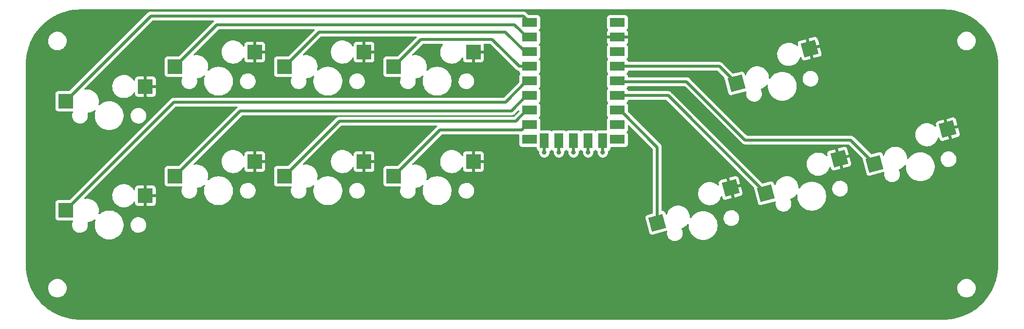
<source format=gbr>
%TF.GenerationSoftware,KiCad,Pcbnew,(6.0.1)*%
%TF.CreationDate,2023-06-03T01:29:09+02:00*%
%TF.ProjectId,cock,636f636b-2e6b-4696-9361-645f70636258,rev?*%
%TF.SameCoordinates,Original*%
%TF.FileFunction,Copper,L2,Bot*%
%TF.FilePolarity,Positive*%
%FSLAX46Y46*%
G04 Gerber Fmt 4.6, Leading zero omitted, Abs format (unit mm)*
G04 Created by KiCad (PCBNEW (6.0.1)) date 2023-06-03 01:29:09*
%MOMM*%
%LPD*%
G01*
G04 APERTURE LIST*
G04 Aperture macros list*
%AMRotRect*
0 Rectangle, with rotation*
0 The origin of the aperture is its center*
0 $1 length*
0 $2 width*
0 $3 Rotation angle, in degrees counterclockwise*
0 Add horizontal line*
21,1,$1,$2,0,0,$3*%
G04 Aperture macros list end*
%TA.AperFunction,SMDPad,CuDef*%
%ADD10R,2.550000X2.500000*%
%TD*%
%TA.AperFunction,SMDPad,CuDef*%
%ADD11RotRect,2.550000X2.500000X15.000000*%
%TD*%
%TA.AperFunction,SMDPad,CuDef*%
%ADD12R,2.600000X1.600000*%
%TD*%
%TA.AperFunction,ConnectorPad*%
%ADD13R,2.600000X1.600000*%
%TD*%
%TA.AperFunction,ConnectorPad*%
%ADD14R,1.600000X2.600000*%
%TD*%
%TA.AperFunction,ViaPad*%
%ADD15C,0.800000*%
%TD*%
%TA.AperFunction,Conductor*%
%ADD16C,0.500000*%
%TD*%
G04 APERTURE END LIST*
D10*
%TO.P,K5,1*%
%TO.N,GND*%
X71290000Y-71920000D03*
%TO.P,K5,2*%
%TO.N,/L2*%
X57440000Y-74460000D03*
%TD*%
%TO.P,K6,1*%
%TO.N,GND*%
X90290000Y-65970000D03*
%TO.P,K6,2*%
%TO.N,/R2*%
X76440000Y-68510000D03*
%TD*%
%TO.P,K7,1*%
%TO.N,GND*%
X109290000Y-65970000D03*
%TO.P,K7,2*%
%TO.N,/B2*%
X95440000Y-68510000D03*
%TD*%
%TO.P,K8,1*%
%TO.N,GND*%
X128290000Y-65970000D03*
%TO.P,K8,2*%
%TO.N,/B1*%
X114440000Y-68510000D03*
%TD*%
%TO.P,K9,1*%
%TO.N,GND*%
X128290000Y-46920000D03*
%TO.P,K9,2*%
%TO.N,/B3*%
X114440000Y-49460000D03*
%TD*%
%TO.P,K10,1*%
%TO.N,GND*%
X109290000Y-46920000D03*
%TO.P,K10,2*%
%TO.N,/B4*%
X95440000Y-49460000D03*
%TD*%
%TO.P,K11,1*%
%TO.N,GND*%
X90290000Y-46920000D03*
%TO.P,K11,2*%
%TO.N,/R1*%
X76440000Y-49460000D03*
%TD*%
%TO.P,K12,1*%
%TO.N,GND*%
X71290000Y-52920000D03*
%TO.P,K12,2*%
%TO.N,/L1*%
X57440000Y-55460000D03*
%TD*%
D11*
%TO.P,K2,1*%
%TO.N,GND*%
X172985873Y-70580125D03*
%TO.P,K2,2*%
%TO.N,/LEFT*%
X160265200Y-76618220D03*
%TD*%
%TO.P,K4,1*%
%TO.N,GND*%
X210735873Y-60340125D03*
%TO.P,K4,2*%
%TO.N,/RIGHT*%
X198015200Y-66378220D03*
%TD*%
%TO.P,K1,1*%
%TO.N,GND*%
X186735873Y-46340125D03*
%TO.P,K1,2*%
%TO.N,/UP*%
X174015200Y-52378220D03*
%TD*%
%TO.P,K3,1*%
%TO.N,GND*%
X191865873Y-65460125D03*
%TO.P,K3,2*%
%TO.N,/DOWN*%
X179145200Y-71498220D03*
%TD*%
D12*
%TO.P,RZ1,1,GP0*%
%TO.N,/L1*%
X138081000Y-41802000D03*
D13*
%TO.P,RZ1,2,GP1*%
%TO.N,/R1*%
X138081000Y-44342000D03*
%TO.P,RZ1,3,GP2*%
%TO.N,/B4*%
X138081000Y-46882000D03*
%TO.P,RZ1,4,GP3*%
%TO.N,/B3*%
X138081000Y-49422000D03*
%TO.P,RZ1,5,GP4*%
%TO.N,/L2*%
X138081000Y-51962000D03*
%TO.P,RZ1,6,GP5*%
%TO.N,/R2*%
X138081000Y-54502000D03*
%TO.P,RZ1,7,GP6*%
%TO.N,/B2*%
X138081000Y-57042000D03*
%TO.P,RZ1,8,GP7*%
%TO.N,/B1*%
X138081000Y-59582000D03*
%TO.P,RZ1,9,GP8*%
%TO.N,unconnected-(RZ1-Pad9)*%
X138081000Y-62122000D03*
D14*
%TO.P,RZ1,10,GP9*%
%TO.N,/LS_CLICK*%
X140621000Y-62332000D03*
%TO.P,RZ1,11,GP10*%
%TO.N,/SELECT*%
X143161000Y-62332000D03*
%TO.P,RZ1,12,GP11*%
%TO.N,/HOME*%
X145701000Y-62332000D03*
%TO.P,RZ1,13,GP12*%
%TO.N,/START*%
X148241000Y-62332000D03*
%TO.P,RZ1,14,GP13*%
%TO.N,/RS_CLICK*%
X150781000Y-62332000D03*
D13*
%TO.P,RZ1,15,GP14*%
%TO.N,unconnected-(RZ1-Pad15)*%
X153321000Y-62122000D03*
%TO.P,RZ1,16,GP15*%
%TO.N,unconnected-(RZ1-Pad16)*%
X153321000Y-59582000D03*
%TO.P,RZ1,17,GP26*%
%TO.N,/LEFT*%
X153321000Y-57042000D03*
%TO.P,RZ1,18,GP27*%
%TO.N,/DOWN*%
X153321000Y-54502000D03*
%TO.P,RZ1,19,GP28*%
%TO.N,/RIGHT*%
X153321000Y-51962000D03*
%TO.P,RZ1,20,GP29*%
%TO.N,/UP*%
X153321000Y-49422000D03*
%TO.P,RZ1,21,3V3*%
%TO.N,unconnected-(RZ1-Pad21)*%
X153321000Y-46882000D03*
%TO.P,RZ1,22,5V*%
%TO.N,unconnected-(RZ1-Pad22)*%
X153321000Y-41802000D03*
%TO.P,RZ1,23,GND*%
%TO.N,GND*%
X153321000Y-44342000D03*
%TD*%
D15*
%TO.N,GND*%
X157480000Y-44450000D03*
%TO.N,/RS_CLICK*%
X150781000Y-64357000D03*
%TO.N,/START*%
X148241000Y-64357000D03*
%TO.N,/HOME*%
X145701000Y-64357000D03*
%TO.N,/SELECT*%
X143161000Y-64357000D03*
%TO.N,/LS_CLICK*%
X140621000Y-64357000D03*
%TD*%
D16*
%TO.N,/B1*%
X137581000Y-59582000D02*
X136711000Y-60452000D01*
X122498000Y-60452000D02*
X114440000Y-68510000D01*
X136711000Y-60452000D02*
X122498000Y-60452000D01*
X138081000Y-59582000D02*
X137581000Y-59582000D01*
%TO.N,/B2*%
X138081000Y-57042000D02*
X137581000Y-57042000D01*
X135695000Y-58928000D02*
X105022000Y-58928000D01*
X137581000Y-57042000D02*
X135695000Y-58928000D01*
X105022000Y-58928000D02*
X95440000Y-68510000D01*
%TO.N,/B3*%
X119196000Y-44704000D02*
X131572000Y-44704000D01*
X114440000Y-49460000D02*
X119196000Y-44704000D01*
X136290000Y-49422000D02*
X138081000Y-49422000D01*
X131572000Y-44704000D02*
X136290000Y-49422000D01*
%TO.N,/B4*%
X101466000Y-43434000D02*
X133858000Y-43434000D01*
X95440000Y-49460000D02*
X101466000Y-43434000D01*
X133858000Y-43434000D02*
X137306000Y-46882000D01*
X137306000Y-46882000D02*
X138081000Y-46882000D01*
%TO.N,/R2*%
X137581000Y-54502000D02*
X134933000Y-57150000D01*
X134933000Y-57150000D02*
X87800000Y-57150000D01*
X138081000Y-54502000D02*
X137581000Y-54502000D01*
X87800000Y-57150000D02*
X76440000Y-68510000D01*
%TO.N,/R1*%
X83736000Y-42164000D02*
X135443978Y-42164000D01*
X76440000Y-49460000D02*
X83736000Y-42164000D01*
X135443978Y-42164000D02*
X137621978Y-44342000D01*
X137621978Y-44342000D02*
X138081000Y-44342000D01*
%TO.N,/L2*%
X137581000Y-51962000D02*
X138081000Y-51962000D01*
X133917000Y-55626000D02*
X137581000Y-51962000D01*
X57440000Y-74460000D02*
X76274000Y-55626000D01*
X76274000Y-55626000D02*
X133917000Y-55626000D01*
%TO.N,/L1*%
X57440000Y-55460000D02*
X72260000Y-40640000D01*
X72260000Y-40640000D02*
X136919000Y-40640000D01*
X136919000Y-40640000D02*
X138081000Y-41802000D01*
%TO.N,GND*%
X90370000Y-47000000D02*
X90290000Y-46920000D01*
X109370000Y-47000000D02*
X109290000Y-46920000D01*
X71370000Y-53000000D02*
X71290000Y-52920000D01*
X71370000Y-72000000D02*
X71290000Y-71920000D01*
X90320000Y-66000000D02*
X90290000Y-65970000D01*
X109320000Y-66000000D02*
X109290000Y-65970000D01*
X128320000Y-66000000D02*
X128290000Y-65970000D01*
X128370000Y-47000000D02*
X128290000Y-46920000D01*
%TO.N,/LEFT*%
X153821000Y-57042000D02*
X160265200Y-63486200D01*
X153321000Y-57042000D02*
X153821000Y-57042000D01*
X160265200Y-63486200D02*
X160265200Y-76618220D01*
%TO.N,/DOWN*%
X153321000Y-54502000D02*
X162148980Y-54502000D01*
X162148980Y-54502000D02*
X179145200Y-71498220D01*
%TO.N,/RIGHT*%
X153429000Y-52070000D02*
X165354000Y-52070000D01*
X175514000Y-62230000D02*
X193866980Y-62230000D01*
X165354000Y-52070000D02*
X175514000Y-62230000D01*
X153321000Y-51962000D02*
X153429000Y-52070000D01*
X193866980Y-62230000D02*
X198015200Y-66378220D01*
%TO.N,/UP*%
X153321000Y-49422000D02*
X171058980Y-49422000D01*
X171058980Y-49422000D02*
X174015200Y-52378220D01*
%TO.N,/RS_CLICK*%
X150781000Y-62332000D02*
X150781000Y-64357000D01*
%TO.N,/START*%
X148241000Y-62332000D02*
X148241000Y-64357000D01*
%TO.N,/HOME*%
X145701000Y-62332000D02*
X145701000Y-64357000D01*
%TO.N,/SELECT*%
X143161000Y-62332000D02*
X143161000Y-64357000D01*
%TO.N,/LS_CLICK*%
X140621000Y-62332000D02*
X140621000Y-64357000D01*
%TD*%
%TA.AperFunction,Conductor*%
%TO.N,GND*%
G36*
X209970057Y-39509500D02*
G01*
X209984858Y-39511805D01*
X209984861Y-39511805D01*
X209993730Y-39513186D01*
X210002632Y-39512022D01*
X210002634Y-39512022D01*
X210011974Y-39510800D01*
X210016810Y-39510168D01*
X210037103Y-39509166D01*
X210121046Y-39511804D01*
X210592050Y-39526606D01*
X210599950Y-39527103D01*
X210935627Y-39558834D01*
X211185729Y-39582475D01*
X211193564Y-39583465D01*
X211774718Y-39675510D01*
X211782486Y-39676993D01*
X212356707Y-39805347D01*
X212364374Y-39807315D01*
X212603547Y-39876801D01*
X212929399Y-39971470D01*
X212936902Y-39973908D01*
X213490528Y-40173225D01*
X213497856Y-40176127D01*
X214037876Y-40409814D01*
X214045008Y-40413170D01*
X214477151Y-40633358D01*
X214569277Y-40680299D01*
X214576213Y-40684112D01*
X215082669Y-40983629D01*
X215089352Y-40987871D01*
X215575985Y-41318586D01*
X215582376Y-41323228D01*
X216047315Y-41683872D01*
X216053394Y-41688902D01*
X216494756Y-42078015D01*
X216500526Y-42083434D01*
X216916566Y-42499474D01*
X216921985Y-42505244D01*
X217311098Y-42946606D01*
X217316128Y-42952685D01*
X217676772Y-43417624D01*
X217681414Y-43424015D01*
X218012129Y-43910648D01*
X218016371Y-43917331D01*
X218315888Y-44423787D01*
X218319701Y-44430723D01*
X218358169Y-44506221D01*
X218586830Y-44954992D01*
X218590186Y-44962124D01*
X218823873Y-45502144D01*
X218826775Y-45509472D01*
X219026088Y-46063085D01*
X219028530Y-46070601D01*
X219093358Y-46293741D01*
X219192685Y-46635626D01*
X219194653Y-46643293D01*
X219323007Y-47217514D01*
X219324490Y-47225282D01*
X219415827Y-47801961D01*
X219416534Y-47806427D01*
X219417525Y-47814271D01*
X219429122Y-47936955D01*
X219472897Y-48400050D01*
X219473394Y-48407950D01*
X219490596Y-48955332D01*
X219489158Y-48978673D01*
X219486814Y-48993730D01*
X219487978Y-49002632D01*
X219487978Y-49002635D01*
X219490936Y-49025251D01*
X219492000Y-49041589D01*
X219492000Y-83950672D01*
X219490500Y-83970056D01*
X219486814Y-83993730D01*
X219487978Y-84002632D01*
X219487978Y-84002634D01*
X219489832Y-84016808D01*
X219490834Y-84037104D01*
X219473394Y-84592050D01*
X219472897Y-84599950D01*
X219417526Y-85185720D01*
X219416534Y-85193573D01*
X219324491Y-85774711D01*
X219323007Y-85782486D01*
X219194653Y-86356707D01*
X219192685Y-86364374D01*
X219135158Y-86562384D01*
X219048954Y-86859102D01*
X219028534Y-86929387D01*
X219026092Y-86936902D01*
X218826775Y-87490528D01*
X218823873Y-87497856D01*
X218590186Y-88037876D01*
X218586830Y-88045008D01*
X218449473Y-88314586D01*
X218319701Y-88569277D01*
X218315888Y-88576213D01*
X218016371Y-89082669D01*
X218012129Y-89089352D01*
X217681414Y-89575985D01*
X217676772Y-89582376D01*
X217316128Y-90047315D01*
X217311098Y-90053394D01*
X216921985Y-90494756D01*
X216916566Y-90500526D01*
X216500526Y-90916566D01*
X216494756Y-90921985D01*
X216053394Y-91311098D01*
X216047315Y-91316128D01*
X215582376Y-91676772D01*
X215575985Y-91681414D01*
X215089352Y-92012129D01*
X215082669Y-92016371D01*
X214576213Y-92315888D01*
X214569277Y-92319701D01*
X214045008Y-92586830D01*
X214037876Y-92590186D01*
X213497856Y-92823873D01*
X213490528Y-92826775D01*
X212936902Y-93026092D01*
X212929399Y-93028530D01*
X212634915Y-93114086D01*
X212364374Y-93192685D01*
X212356707Y-93194653D01*
X211782486Y-93323007D01*
X211774718Y-93324490D01*
X211193564Y-93416535D01*
X211185729Y-93417525D01*
X210935627Y-93441166D01*
X210599950Y-93472897D01*
X210592050Y-93473394D01*
X210044668Y-93490596D01*
X210021327Y-93489158D01*
X210017589Y-93488576D01*
X210006270Y-93486814D01*
X209997368Y-93487978D01*
X209997365Y-93487978D01*
X209974749Y-93490936D01*
X209958411Y-93492000D01*
X60049328Y-93492000D01*
X60029943Y-93490500D01*
X60015142Y-93488195D01*
X60015139Y-93488195D01*
X60006270Y-93486814D01*
X59997368Y-93487978D01*
X59997366Y-93487978D01*
X59988345Y-93489158D01*
X59983190Y-93489832D01*
X59962897Y-93490834D01*
X59872017Y-93487978D01*
X59407950Y-93473394D01*
X59400050Y-93472897D01*
X59064373Y-93441166D01*
X58814271Y-93417525D01*
X58806436Y-93416535D01*
X58225282Y-93324490D01*
X58217514Y-93323007D01*
X57643293Y-93194653D01*
X57635626Y-93192685D01*
X57365085Y-93114086D01*
X57070601Y-93028530D01*
X57063098Y-93026092D01*
X56509472Y-92826775D01*
X56502144Y-92823873D01*
X55962124Y-92590186D01*
X55954992Y-92586830D01*
X55430723Y-92319701D01*
X55423787Y-92315888D01*
X54917331Y-92016371D01*
X54910648Y-92012129D01*
X54424015Y-91681414D01*
X54417624Y-91676772D01*
X53952685Y-91316128D01*
X53946606Y-91311098D01*
X53505244Y-90921985D01*
X53499474Y-90916566D01*
X53083434Y-90500526D01*
X53078015Y-90494756D01*
X52688902Y-90053394D01*
X52683872Y-90047315D01*
X52323228Y-89582376D01*
X52318586Y-89575985D01*
X51987871Y-89089352D01*
X51983629Y-89082669D01*
X51684112Y-88576213D01*
X51680299Y-88569277D01*
X51550527Y-88314586D01*
X51413170Y-88045008D01*
X51409814Y-88037876D01*
X51393424Y-88000000D01*
X54386526Y-88000000D01*
X54406391Y-88252403D01*
X54407545Y-88257210D01*
X54407546Y-88257216D01*
X54445179Y-88413968D01*
X54465495Y-88498591D01*
X54562384Y-88732502D01*
X54694672Y-88948376D01*
X54859102Y-89140898D01*
X55051624Y-89305328D01*
X55267498Y-89437616D01*
X55272068Y-89439509D01*
X55272072Y-89439511D01*
X55496836Y-89532611D01*
X55501409Y-89534505D01*
X55586032Y-89554821D01*
X55742784Y-89592454D01*
X55742790Y-89592455D01*
X55747597Y-89593609D01*
X55847416Y-89601465D01*
X55934345Y-89608307D01*
X55934352Y-89608307D01*
X55936801Y-89608500D01*
X56063199Y-89608500D01*
X56065648Y-89608307D01*
X56065655Y-89608307D01*
X56152584Y-89601465D01*
X56252403Y-89593609D01*
X56257210Y-89592455D01*
X56257216Y-89592454D01*
X56413968Y-89554821D01*
X56498591Y-89534505D01*
X56503164Y-89532611D01*
X56727928Y-89439511D01*
X56727932Y-89439509D01*
X56732502Y-89437616D01*
X56948376Y-89305328D01*
X57140898Y-89140898D01*
X57305328Y-88948376D01*
X57437616Y-88732502D01*
X57534505Y-88498591D01*
X57554821Y-88413968D01*
X57592454Y-88257216D01*
X57592455Y-88257210D01*
X57593609Y-88252403D01*
X57613474Y-88000000D01*
X212386526Y-88000000D01*
X212406391Y-88252403D01*
X212407545Y-88257210D01*
X212407546Y-88257216D01*
X212445179Y-88413968D01*
X212465495Y-88498591D01*
X212562384Y-88732502D01*
X212694672Y-88948376D01*
X212859102Y-89140898D01*
X213051624Y-89305328D01*
X213267498Y-89437616D01*
X213272068Y-89439509D01*
X213272072Y-89439511D01*
X213496836Y-89532611D01*
X213501409Y-89534505D01*
X213586032Y-89554821D01*
X213742784Y-89592454D01*
X213742790Y-89592455D01*
X213747597Y-89593609D01*
X213847416Y-89601465D01*
X213934345Y-89608307D01*
X213934352Y-89608307D01*
X213936801Y-89608500D01*
X214063199Y-89608500D01*
X214065648Y-89608307D01*
X214065655Y-89608307D01*
X214152584Y-89601465D01*
X214252403Y-89593609D01*
X214257210Y-89592455D01*
X214257216Y-89592454D01*
X214413968Y-89554821D01*
X214498591Y-89534505D01*
X214503164Y-89532611D01*
X214727928Y-89439511D01*
X214727932Y-89439509D01*
X214732502Y-89437616D01*
X214948376Y-89305328D01*
X215140898Y-89140898D01*
X215305328Y-88948376D01*
X215437616Y-88732502D01*
X215534505Y-88498591D01*
X215554821Y-88413968D01*
X215592454Y-88257216D01*
X215592455Y-88257210D01*
X215593609Y-88252403D01*
X215613474Y-88000000D01*
X215593609Y-87747597D01*
X215534505Y-87501409D01*
X215531535Y-87494238D01*
X215439511Y-87272072D01*
X215439509Y-87272068D01*
X215437616Y-87267498D01*
X215305328Y-87051624D01*
X215140898Y-86859102D01*
X214948376Y-86694672D01*
X214732502Y-86562384D01*
X214727932Y-86560491D01*
X214727928Y-86560489D01*
X214503164Y-86467389D01*
X214503162Y-86467388D01*
X214498591Y-86465495D01*
X214413968Y-86445179D01*
X214257216Y-86407546D01*
X214257210Y-86407545D01*
X214252403Y-86406391D01*
X214152584Y-86398535D01*
X214065655Y-86391693D01*
X214065648Y-86391693D01*
X214063199Y-86391500D01*
X213936801Y-86391500D01*
X213934352Y-86391693D01*
X213934345Y-86391693D01*
X213847416Y-86398535D01*
X213747597Y-86406391D01*
X213742790Y-86407545D01*
X213742784Y-86407546D01*
X213586032Y-86445179D01*
X213501409Y-86465495D01*
X213496838Y-86467388D01*
X213496836Y-86467389D01*
X213272072Y-86560489D01*
X213272068Y-86560491D01*
X213267498Y-86562384D01*
X213051624Y-86694672D01*
X212859102Y-86859102D01*
X212694672Y-87051624D01*
X212562384Y-87267498D01*
X212560491Y-87272068D01*
X212560489Y-87272072D01*
X212468465Y-87494238D01*
X212465495Y-87501409D01*
X212406391Y-87747597D01*
X212386526Y-88000000D01*
X57613474Y-88000000D01*
X57593609Y-87747597D01*
X57534505Y-87501409D01*
X57531535Y-87494238D01*
X57439511Y-87272072D01*
X57439509Y-87272068D01*
X57437616Y-87267498D01*
X57305328Y-87051624D01*
X57140898Y-86859102D01*
X56948376Y-86694672D01*
X56732502Y-86562384D01*
X56727932Y-86560491D01*
X56727928Y-86560489D01*
X56503164Y-86467389D01*
X56503162Y-86467388D01*
X56498591Y-86465495D01*
X56413968Y-86445179D01*
X56257216Y-86407546D01*
X56257210Y-86407545D01*
X56252403Y-86406391D01*
X56152584Y-86398535D01*
X56065655Y-86391693D01*
X56065648Y-86391693D01*
X56063199Y-86391500D01*
X55936801Y-86391500D01*
X55934352Y-86391693D01*
X55934345Y-86391693D01*
X55847416Y-86398535D01*
X55747597Y-86406391D01*
X55742790Y-86407545D01*
X55742784Y-86407546D01*
X55586032Y-86445179D01*
X55501409Y-86465495D01*
X55496838Y-86467388D01*
X55496836Y-86467389D01*
X55272072Y-86560489D01*
X55272068Y-86560491D01*
X55267498Y-86562384D01*
X55051624Y-86694672D01*
X54859102Y-86859102D01*
X54694672Y-87051624D01*
X54562384Y-87267498D01*
X54560491Y-87272068D01*
X54560489Y-87272072D01*
X54468465Y-87494238D01*
X54465495Y-87501409D01*
X54406391Y-87747597D01*
X54386526Y-88000000D01*
X51393424Y-88000000D01*
X51176127Y-87497856D01*
X51173225Y-87490528D01*
X50973908Y-86936902D01*
X50971466Y-86929387D01*
X50951047Y-86859102D01*
X50864842Y-86562384D01*
X50807315Y-86364374D01*
X50805347Y-86356707D01*
X50676993Y-85782486D01*
X50675509Y-85774711D01*
X50583466Y-85193573D01*
X50582474Y-85185720D01*
X50527103Y-84599950D01*
X50526606Y-84592050D01*
X50509404Y-84044668D01*
X50510842Y-84021327D01*
X50511804Y-84015145D01*
X50513186Y-84006270D01*
X50511547Y-83993730D01*
X50509064Y-83974749D01*
X50508000Y-83958411D01*
X50508000Y-75758134D01*
X55656500Y-75758134D01*
X55663255Y-75820316D01*
X55714385Y-75956705D01*
X55801739Y-76073261D01*
X55918295Y-76160615D01*
X56054684Y-76211745D01*
X56116866Y-76218500D01*
X58586877Y-76218500D01*
X58654998Y-76238502D01*
X58701491Y-76292158D01*
X58711595Y-76362432D01*
X58699194Y-76401603D01*
X58655923Y-76486712D01*
X58641207Y-76534106D01*
X58589095Y-76701930D01*
X58589094Y-76701936D01*
X58587511Y-76707033D01*
X58586810Y-76712325D01*
X58558330Y-76927207D01*
X58557200Y-76935732D01*
X58565854Y-77166268D01*
X58613228Y-77392050D01*
X58615186Y-77397009D01*
X58615187Y-77397011D01*
X58643945Y-77469830D01*
X58697967Y-77606622D01*
X58817647Y-77803849D01*
X58821144Y-77807879D01*
X58907768Y-77907704D01*
X58968847Y-77978092D01*
X58972978Y-77981479D01*
X59143115Y-78120984D01*
X59143121Y-78120988D01*
X59147243Y-78124368D01*
X59347735Y-78238494D01*
X59352751Y-78240315D01*
X59352756Y-78240317D01*
X59559575Y-78315389D01*
X59559579Y-78315390D01*
X59564590Y-78317209D01*
X59569839Y-78318158D01*
X59569842Y-78318159D01*
X59787523Y-78357522D01*
X59787530Y-78357523D01*
X59791607Y-78358260D01*
X59809344Y-78359096D01*
X59814292Y-78359330D01*
X59814299Y-78359330D01*
X59815780Y-78359400D01*
X59977925Y-78359400D01*
X60044881Y-78353719D01*
X60144562Y-78345261D01*
X60144566Y-78345260D01*
X60149873Y-78344810D01*
X60155028Y-78343472D01*
X60155034Y-78343471D01*
X60368003Y-78288195D01*
X60368007Y-78288194D01*
X60373172Y-78286853D01*
X60378038Y-78284661D01*
X60378041Y-78284660D01*
X60578649Y-78194293D01*
X60583515Y-78192101D01*
X60587935Y-78189125D01*
X60587939Y-78189123D01*
X60763333Y-78071039D01*
X60774885Y-78063262D01*
X60941812Y-77904022D01*
X61019738Y-77799286D01*
X61076337Y-77723214D01*
X61076339Y-77723211D01*
X61079521Y-77718934D01*
X61134305Y-77611183D01*
X61181658Y-77518046D01*
X61181658Y-77518045D01*
X61184077Y-77513288D01*
X61229644Y-77366539D01*
X61250905Y-77298070D01*
X61250906Y-77298064D01*
X61252489Y-77292967D01*
X61270165Y-77159599D01*
X61282100Y-77069553D01*
X61282100Y-77069548D01*
X61282800Y-77064268D01*
X61274146Y-76833732D01*
X61228104Y-76614298D01*
X61233691Y-76543523D01*
X61276656Y-76487003D01*
X61342629Y-76462732D01*
X61387257Y-76459612D01*
X61465828Y-76454118D01*
X61465834Y-76454117D01*
X61470212Y-76453811D01*
X61744970Y-76395409D01*
X61749099Y-76393906D01*
X61749103Y-76393905D01*
X62004781Y-76300846D01*
X62004785Y-76300844D01*
X62008926Y-76299337D01*
X62256942Y-76167464D01*
X62441327Y-76033501D01*
X62508195Y-76009642D01*
X62577347Y-76025723D01*
X62626827Y-76076637D01*
X62640926Y-76146220D01*
X62632540Y-76181820D01*
X62615370Y-76225187D01*
X62537064Y-76530170D01*
X62497600Y-76842562D01*
X62497600Y-77157438D01*
X62537064Y-77469830D01*
X62615370Y-77774813D01*
X62731284Y-78067577D01*
X62733186Y-78071036D01*
X62733187Y-78071039D01*
X62867520Y-78315389D01*
X62882976Y-78343504D01*
X62922909Y-78398467D01*
X63065684Y-78594980D01*
X63068055Y-78598244D01*
X63283602Y-78827778D01*
X63526218Y-79028487D01*
X63792076Y-79197206D01*
X63795655Y-79198890D01*
X63795662Y-79198894D01*
X64073394Y-79329584D01*
X64073398Y-79329586D01*
X64076984Y-79331273D01*
X64376448Y-79428575D01*
X64685746Y-79487577D01*
X64779300Y-79493463D01*
X64919358Y-79502275D01*
X64919374Y-79502276D01*
X64921353Y-79502400D01*
X65078647Y-79502400D01*
X65080626Y-79502276D01*
X65080642Y-79502275D01*
X65220700Y-79493463D01*
X65314254Y-79487577D01*
X65623552Y-79428575D01*
X65923016Y-79331273D01*
X65926602Y-79329586D01*
X65926606Y-79329584D01*
X66204338Y-79198894D01*
X66204345Y-79198890D01*
X66207924Y-79197206D01*
X66473782Y-79028487D01*
X66716398Y-78827778D01*
X66931945Y-78598244D01*
X66934317Y-78594980D01*
X67077091Y-78398467D01*
X67117024Y-78343504D01*
X67132481Y-78315389D01*
X67266813Y-78071039D01*
X67266814Y-78071036D01*
X67268716Y-78067577D01*
X67384630Y-77774813D01*
X67462936Y-77469830D01*
X67502400Y-77157438D01*
X67502400Y-76935732D01*
X68717200Y-76935732D01*
X68725854Y-77166268D01*
X68773228Y-77392050D01*
X68775186Y-77397009D01*
X68775187Y-77397011D01*
X68803945Y-77469830D01*
X68857967Y-77606622D01*
X68977647Y-77803849D01*
X68981144Y-77807879D01*
X69067768Y-77907704D01*
X69128847Y-77978092D01*
X69132978Y-77981479D01*
X69303115Y-78120984D01*
X69303121Y-78120988D01*
X69307243Y-78124368D01*
X69507735Y-78238494D01*
X69512751Y-78240315D01*
X69512756Y-78240317D01*
X69719575Y-78315389D01*
X69719579Y-78315390D01*
X69724590Y-78317209D01*
X69729839Y-78318158D01*
X69729842Y-78318159D01*
X69947523Y-78357522D01*
X69947530Y-78357523D01*
X69951607Y-78358260D01*
X69969344Y-78359096D01*
X69974292Y-78359330D01*
X69974299Y-78359330D01*
X69975780Y-78359400D01*
X70137925Y-78359400D01*
X70204881Y-78353719D01*
X70304562Y-78345261D01*
X70304566Y-78345260D01*
X70309873Y-78344810D01*
X70315028Y-78343472D01*
X70315034Y-78343471D01*
X70528003Y-78288195D01*
X70528007Y-78288194D01*
X70533172Y-78286853D01*
X70538038Y-78284661D01*
X70538041Y-78284660D01*
X70738649Y-78194293D01*
X70743515Y-78192101D01*
X70747935Y-78189125D01*
X70747939Y-78189123D01*
X70923333Y-78071039D01*
X70934885Y-78063262D01*
X71101812Y-77904022D01*
X71179738Y-77799286D01*
X71236337Y-77723214D01*
X71236339Y-77723211D01*
X71239521Y-77718934D01*
X71294305Y-77611183D01*
X71341658Y-77518046D01*
X71341658Y-77518045D01*
X71344077Y-77513288D01*
X71389644Y-77366539D01*
X71410905Y-77298070D01*
X71410906Y-77298064D01*
X71412489Y-77292967D01*
X71430165Y-77159599D01*
X71442100Y-77069553D01*
X71442100Y-77069548D01*
X71442800Y-77064268D01*
X71434146Y-76833732D01*
X71386772Y-76607950D01*
X71361329Y-76543523D01*
X71338893Y-76486712D01*
X71302033Y-76393378D01*
X71182353Y-76196151D01*
X71095428Y-76095978D01*
X71034653Y-76025941D01*
X71034651Y-76025939D01*
X71031153Y-76021908D01*
X70963538Y-75966467D01*
X70856885Y-75879016D01*
X70856879Y-75879012D01*
X70852757Y-75875632D01*
X70652265Y-75761506D01*
X70647249Y-75759685D01*
X70647244Y-75759683D01*
X70440425Y-75684611D01*
X70440421Y-75684610D01*
X70435410Y-75682791D01*
X70430161Y-75681842D01*
X70430158Y-75681841D01*
X70212477Y-75642478D01*
X70212470Y-75642477D01*
X70208393Y-75641740D01*
X70190656Y-75640904D01*
X70185708Y-75640670D01*
X70185701Y-75640670D01*
X70184220Y-75640600D01*
X70022075Y-75640600D01*
X69955119Y-75646281D01*
X69855438Y-75654739D01*
X69855434Y-75654740D01*
X69850127Y-75655190D01*
X69844972Y-75656528D01*
X69844966Y-75656529D01*
X69631997Y-75711805D01*
X69631993Y-75711806D01*
X69626828Y-75713147D01*
X69621962Y-75715339D01*
X69621959Y-75715340D01*
X69456217Y-75790001D01*
X69416485Y-75807899D01*
X69412065Y-75810875D01*
X69412061Y-75810877D01*
X69332462Y-75864467D01*
X69225115Y-75936738D01*
X69058188Y-76095978D01*
X69055000Y-76100263D01*
X68928843Y-76269825D01*
X68920479Y-76281066D01*
X68918064Y-76285816D01*
X68863377Y-76393378D01*
X68815923Y-76486712D01*
X68801207Y-76534106D01*
X68749095Y-76701930D01*
X68749094Y-76701936D01*
X68747511Y-76707033D01*
X68746810Y-76712325D01*
X68718330Y-76927207D01*
X68717200Y-76935732D01*
X67502400Y-76935732D01*
X67502400Y-76842562D01*
X67462936Y-76530170D01*
X67384630Y-76225187D01*
X67268716Y-75932423D01*
X67266813Y-75928961D01*
X67118933Y-75659968D01*
X67118931Y-75659965D01*
X67117024Y-75656496D01*
X66931945Y-75401756D01*
X66716398Y-75172222D01*
X66473782Y-74971513D01*
X66207924Y-74802794D01*
X66204345Y-74801110D01*
X66204338Y-74801106D01*
X65926606Y-74670416D01*
X65926602Y-74670414D01*
X65923016Y-74668727D01*
X65623552Y-74571425D01*
X65314254Y-74512423D01*
X65220700Y-74506537D01*
X65080642Y-74497725D01*
X65080626Y-74497724D01*
X65078647Y-74497600D01*
X64921353Y-74497600D01*
X64919374Y-74497724D01*
X64919358Y-74497725D01*
X64779300Y-74506537D01*
X64685746Y-74512423D01*
X64376448Y-74571425D01*
X64076984Y-74668727D01*
X64073398Y-74670414D01*
X64073394Y-74670416D01*
X63795662Y-74801106D01*
X63795655Y-74801110D01*
X63792076Y-74802794D01*
X63526218Y-74971513D01*
X63392449Y-75082176D01*
X63325413Y-75137633D01*
X63260176Y-75165643D01*
X63190151Y-75153936D01*
X63137571Y-75106229D01*
X63119131Y-75037669D01*
X63122841Y-75010066D01*
X63171753Y-74813893D01*
X63171754Y-74813888D01*
X63172817Y-74809624D01*
X63173713Y-74801106D01*
X63201719Y-74534636D01*
X63201719Y-74534633D01*
X63202178Y-74530267D01*
X63202025Y-74525873D01*
X63192529Y-74253939D01*
X63192528Y-74253933D01*
X63192375Y-74249542D01*
X63185322Y-74209538D01*
X63156297Y-74044932D01*
X63143598Y-73972913D01*
X63056797Y-73705765D01*
X63053750Y-73699516D01*
X62985310Y-73559196D01*
X62933660Y-73453298D01*
X62931205Y-73449659D01*
X62931202Y-73449653D01*
X62847864Y-73326100D01*
X62776585Y-73220424D01*
X62588629Y-73011678D01*
X62573542Y-72999018D01*
X62470779Y-72912790D01*
X62373450Y-72831121D01*
X62135236Y-72682269D01*
X61878625Y-72568018D01*
X61608610Y-72490593D01*
X61604260Y-72489982D01*
X61604257Y-72489981D01*
X61488232Y-72473675D01*
X61330448Y-72451500D01*
X61119854Y-72451500D01*
X61117668Y-72451653D01*
X61117664Y-72451653D01*
X60914173Y-72465882D01*
X60914168Y-72465883D01*
X60909788Y-72466189D01*
X60813701Y-72486613D01*
X60742911Y-72481211D01*
X60686279Y-72438394D01*
X60661785Y-72371757D01*
X60677206Y-72302455D01*
X60698410Y-72274271D01*
X61122948Y-71849733D01*
X65527822Y-71849733D01*
X65527975Y-71854121D01*
X65527975Y-71854127D01*
X65537148Y-72116786D01*
X65537625Y-72130458D01*
X65538387Y-72134781D01*
X65538388Y-72134788D01*
X65557697Y-72244293D01*
X65586402Y-72407087D01*
X65673203Y-72674235D01*
X65675131Y-72678188D01*
X65675133Y-72678193D01*
X65717956Y-72765992D01*
X65796340Y-72926702D01*
X65798795Y-72930341D01*
X65798798Y-72930347D01*
X65871890Y-73038710D01*
X65953415Y-73159576D01*
X65956360Y-73162847D01*
X65956361Y-73162848D01*
X66033837Y-73248894D01*
X66141371Y-73368322D01*
X66144733Y-73371143D01*
X66144734Y-73371144D01*
X66156805Y-73381273D01*
X66356550Y-73548879D01*
X66594764Y-73697731D01*
X66851375Y-73811982D01*
X66890110Y-73823089D01*
X67061539Y-73872245D01*
X67121390Y-73889407D01*
X67125740Y-73890018D01*
X67125743Y-73890019D01*
X67228690Y-73904487D01*
X67399552Y-73928500D01*
X67610146Y-73928500D01*
X67612332Y-73928347D01*
X67612336Y-73928347D01*
X67815827Y-73914118D01*
X67815832Y-73914117D01*
X67820212Y-73913811D01*
X68094970Y-73855409D01*
X68099099Y-73853906D01*
X68099103Y-73853905D01*
X68354781Y-73760846D01*
X68354785Y-73760844D01*
X68358926Y-73759337D01*
X68606942Y-73627464D01*
X68610503Y-73624877D01*
X68830629Y-73464947D01*
X68830632Y-73464944D01*
X68834192Y-73462358D01*
X68839482Y-73457250D01*
X68959125Y-73341712D01*
X69036252Y-73267231D01*
X69183714Y-73078487D01*
X69206481Y-73049347D01*
X69206482Y-73049346D01*
X69209188Y-73045882D01*
X69211384Y-73042078D01*
X69211389Y-73042071D01*
X69271882Y-72937293D01*
X69323265Y-72888300D01*
X69392978Y-72874864D01*
X69458889Y-72901250D01*
X69500071Y-72959083D01*
X69507001Y-73000293D01*
X69507001Y-73214669D01*
X69507371Y-73221490D01*
X69512895Y-73272352D01*
X69516521Y-73287604D01*
X69561676Y-73408054D01*
X69570214Y-73423649D01*
X69646715Y-73525724D01*
X69659276Y-73538285D01*
X69761351Y-73614786D01*
X69776946Y-73623324D01*
X69897394Y-73668478D01*
X69912649Y-73672105D01*
X69963514Y-73677631D01*
X69970328Y-73678000D01*
X71017885Y-73678000D01*
X71033124Y-73673525D01*
X71034329Y-73672135D01*
X71036000Y-73664452D01*
X71036000Y-73659884D01*
X71544000Y-73659884D01*
X71548475Y-73675123D01*
X71549865Y-73676328D01*
X71557548Y-73677999D01*
X72609669Y-73677999D01*
X72616490Y-73677629D01*
X72667352Y-73672105D01*
X72682604Y-73668479D01*
X72803054Y-73623324D01*
X72818649Y-73614786D01*
X72920724Y-73538285D01*
X72933285Y-73525724D01*
X73009786Y-73423649D01*
X73018324Y-73408054D01*
X73063478Y-73287606D01*
X73067105Y-73272351D01*
X73072631Y-73221486D01*
X73073000Y-73214672D01*
X73073000Y-72192115D01*
X73068525Y-72176876D01*
X73067135Y-72175671D01*
X73059452Y-72174000D01*
X71562115Y-72174000D01*
X71546876Y-72178475D01*
X71545671Y-72179865D01*
X71544000Y-72187548D01*
X71544000Y-73659884D01*
X71036000Y-73659884D01*
X71036000Y-71647885D01*
X71544000Y-71647885D01*
X71548475Y-71663124D01*
X71549865Y-71664329D01*
X71557548Y-71666000D01*
X73054884Y-71666000D01*
X73070123Y-71661525D01*
X73071328Y-71660135D01*
X73072999Y-71652452D01*
X73072999Y-70625331D01*
X73072629Y-70618510D01*
X73067105Y-70567648D01*
X73063479Y-70552396D01*
X73018324Y-70431946D01*
X73009786Y-70416351D01*
X72933285Y-70314276D01*
X72920724Y-70301715D01*
X72818649Y-70225214D01*
X72803054Y-70216676D01*
X72682606Y-70171522D01*
X72667351Y-70167895D01*
X72616486Y-70162369D01*
X72609672Y-70162000D01*
X71562115Y-70162000D01*
X71546876Y-70166475D01*
X71545671Y-70167865D01*
X71544000Y-70175548D01*
X71544000Y-71647885D01*
X71036000Y-71647885D01*
X71036000Y-70180116D01*
X71031525Y-70164877D01*
X71030135Y-70163672D01*
X71022452Y-70162001D01*
X69970331Y-70162001D01*
X69963510Y-70162371D01*
X69912648Y-70167895D01*
X69897396Y-70171521D01*
X69776946Y-70216676D01*
X69761351Y-70225214D01*
X69659276Y-70301715D01*
X69646715Y-70314276D01*
X69570214Y-70416351D01*
X69561676Y-70431946D01*
X69516522Y-70552394D01*
X69512895Y-70567649D01*
X69507369Y-70618514D01*
X69507000Y-70625328D01*
X69507000Y-70832286D01*
X69486998Y-70900407D01*
X69433342Y-70946900D01*
X69363068Y-70957004D01*
X69298488Y-70927510D01*
X69276541Y-70902744D01*
X69267022Y-70888631D01*
X69126585Y-70680424D01*
X69100915Y-70651914D01*
X68975594Y-70512732D01*
X68938629Y-70471678D01*
X68905531Y-70443905D01*
X68751045Y-70314276D01*
X68723450Y-70291121D01*
X68485236Y-70142269D01*
X68256799Y-70040562D01*
X68232639Y-70029805D01*
X68232637Y-70029804D01*
X68228625Y-70028018D01*
X68092409Y-69988959D01*
X67962837Y-69951805D01*
X67962836Y-69951805D01*
X67958610Y-69950593D01*
X67954260Y-69949982D01*
X67954257Y-69949981D01*
X67851310Y-69935513D01*
X67680448Y-69911500D01*
X67469854Y-69911500D01*
X67467668Y-69911653D01*
X67467664Y-69911653D01*
X67264173Y-69925882D01*
X67264168Y-69925883D01*
X67259788Y-69926189D01*
X66985030Y-69984591D01*
X66980901Y-69986094D01*
X66980897Y-69986095D01*
X66725219Y-70079154D01*
X66725215Y-70079156D01*
X66721074Y-70080663D01*
X66473058Y-70212536D01*
X66469499Y-70215122D01*
X66469497Y-70215123D01*
X66259766Y-70367501D01*
X66245808Y-70377642D01*
X66242644Y-70380698D01*
X66242641Y-70380700D01*
X66182459Y-70438817D01*
X66043748Y-70572769D01*
X65870812Y-70794118D01*
X65868616Y-70797922D01*
X65868611Y-70797929D01*
X65764492Y-70978269D01*
X65730364Y-71037381D01*
X65625138Y-71297824D01*
X65624073Y-71302097D01*
X65624072Y-71302099D01*
X65560223Y-71558185D01*
X65557183Y-71570376D01*
X65556724Y-71574744D01*
X65556723Y-71574749D01*
X65531112Y-71818432D01*
X65527822Y-71849733D01*
X61122948Y-71849733D01*
X76551276Y-56421405D01*
X76613588Y-56387379D01*
X76640371Y-56384500D01*
X87187405Y-56384500D01*
X87255526Y-56404502D01*
X87302019Y-56458158D01*
X87312123Y-56528432D01*
X87278878Y-56597153D01*
X87256872Y-56620383D01*
X87254494Y-56622825D01*
X77162724Y-66714595D01*
X77100412Y-66748621D01*
X77073629Y-66751500D01*
X75116866Y-66751500D01*
X75054684Y-66758255D01*
X74918295Y-66809385D01*
X74801739Y-66896739D01*
X74714385Y-67013295D01*
X74663255Y-67149684D01*
X74656500Y-67211866D01*
X74656500Y-69808134D01*
X74663255Y-69870316D01*
X74714385Y-70006705D01*
X74801739Y-70123261D01*
X74918295Y-70210615D01*
X75054684Y-70261745D01*
X75116866Y-70268500D01*
X77586877Y-70268500D01*
X77654998Y-70288502D01*
X77701491Y-70342158D01*
X77711595Y-70412432D01*
X77699194Y-70451603D01*
X77655923Y-70536712D01*
X77641207Y-70584106D01*
X77589095Y-70751930D01*
X77589094Y-70751936D01*
X77587511Y-70757033D01*
X77582091Y-70797929D01*
X77559567Y-70967874D01*
X77557200Y-70985732D01*
X77565854Y-71216268D01*
X77613228Y-71442050D01*
X77615186Y-71447009D01*
X77615187Y-71447011D01*
X77643945Y-71519830D01*
X77697967Y-71656622D01*
X77817647Y-71853849D01*
X77821144Y-71857879D01*
X77965010Y-72023670D01*
X77968847Y-72028092D01*
X77991212Y-72046430D01*
X78143115Y-72170984D01*
X78143121Y-72170988D01*
X78147243Y-72174368D01*
X78347735Y-72288494D01*
X78352751Y-72290315D01*
X78352756Y-72290317D01*
X78559575Y-72365389D01*
X78559579Y-72365390D01*
X78564590Y-72367209D01*
X78569839Y-72368158D01*
X78569842Y-72368159D01*
X78787523Y-72407522D01*
X78787530Y-72407523D01*
X78791607Y-72408260D01*
X78809344Y-72409096D01*
X78814292Y-72409330D01*
X78814299Y-72409330D01*
X78815780Y-72409400D01*
X78977925Y-72409400D01*
X79044881Y-72403719D01*
X79144562Y-72395261D01*
X79144566Y-72395260D01*
X79149873Y-72394810D01*
X79155028Y-72393472D01*
X79155034Y-72393471D01*
X79368003Y-72338195D01*
X79368007Y-72338194D01*
X79373172Y-72336853D01*
X79378038Y-72334661D01*
X79378041Y-72334660D01*
X79578649Y-72244293D01*
X79583515Y-72242101D01*
X79587935Y-72239125D01*
X79587939Y-72239123D01*
X79716695Y-72152438D01*
X79774885Y-72113262D01*
X79941812Y-71954022D01*
X79981767Y-71900320D01*
X80076337Y-71773214D01*
X80076339Y-71773211D01*
X80079521Y-71768934D01*
X80135775Y-71658291D01*
X80181658Y-71568046D01*
X80181658Y-71568045D01*
X80184077Y-71563288D01*
X80226566Y-71426453D01*
X80250905Y-71348070D01*
X80250906Y-71348064D01*
X80252489Y-71342967D01*
X80275975Y-71165765D01*
X80282100Y-71119553D01*
X80282100Y-71119548D01*
X80282800Y-71114268D01*
X80274146Y-70883732D01*
X80228104Y-70664298D01*
X80233691Y-70593523D01*
X80276656Y-70537003D01*
X80342629Y-70512732D01*
X80387257Y-70509612D01*
X80465828Y-70504118D01*
X80465834Y-70504117D01*
X80470212Y-70503811D01*
X80744970Y-70445409D01*
X80749099Y-70443906D01*
X80749103Y-70443905D01*
X81004781Y-70350846D01*
X81004785Y-70350844D01*
X81008926Y-70349337D01*
X81256942Y-70217464D01*
X81266569Y-70210470D01*
X81396484Y-70116081D01*
X81441327Y-70083501D01*
X81508195Y-70059642D01*
X81577347Y-70075723D01*
X81626827Y-70126637D01*
X81640926Y-70196220D01*
X81632540Y-70231820D01*
X81615370Y-70275187D01*
X81537064Y-70580170D01*
X81497600Y-70892562D01*
X81497600Y-71207438D01*
X81537064Y-71519830D01*
X81615370Y-71824813D01*
X81731284Y-72117577D01*
X81733186Y-72121036D01*
X81733187Y-72121039D01*
X81868398Y-72366986D01*
X81882976Y-72393504D01*
X81953515Y-72490593D01*
X82054084Y-72629014D01*
X82068055Y-72648244D01*
X82283602Y-72877778D01*
X82526218Y-73078487D01*
X82709510Y-73194808D01*
X82739319Y-73213725D01*
X82792076Y-73247206D01*
X82795655Y-73248890D01*
X82795662Y-73248894D01*
X83073394Y-73379584D01*
X83073398Y-73379586D01*
X83076984Y-73381273D01*
X83080756Y-73382499D01*
X83080757Y-73382499D01*
X83122604Y-73396096D01*
X83376448Y-73478575D01*
X83685746Y-73537577D01*
X83779300Y-73543463D01*
X83919358Y-73552275D01*
X83919374Y-73552276D01*
X83921353Y-73552400D01*
X84078647Y-73552400D01*
X84080626Y-73552276D01*
X84080642Y-73552275D01*
X84220700Y-73543463D01*
X84314254Y-73537577D01*
X84623552Y-73478575D01*
X84877396Y-73396096D01*
X84919243Y-73382499D01*
X84919244Y-73382499D01*
X84923016Y-73381273D01*
X84926602Y-73379586D01*
X84926606Y-73379584D01*
X85204338Y-73248894D01*
X85204345Y-73248890D01*
X85207924Y-73247206D01*
X85260682Y-73213725D01*
X85290490Y-73194808D01*
X85473782Y-73078487D01*
X85716398Y-72877778D01*
X85931945Y-72648244D01*
X85945917Y-72629014D01*
X86046485Y-72490593D01*
X86117024Y-72393504D01*
X86131603Y-72366986D01*
X86266813Y-72121039D01*
X86266814Y-72121036D01*
X86268716Y-72117577D01*
X86384630Y-71824813D01*
X86462936Y-71519830D01*
X86502400Y-71207438D01*
X86502400Y-70985732D01*
X87717200Y-70985732D01*
X87725854Y-71216268D01*
X87773228Y-71442050D01*
X87775186Y-71447009D01*
X87775187Y-71447011D01*
X87803945Y-71519830D01*
X87857967Y-71656622D01*
X87977647Y-71853849D01*
X87981144Y-71857879D01*
X88125010Y-72023670D01*
X88128847Y-72028092D01*
X88151212Y-72046430D01*
X88303115Y-72170984D01*
X88303121Y-72170988D01*
X88307243Y-72174368D01*
X88507735Y-72288494D01*
X88512751Y-72290315D01*
X88512756Y-72290317D01*
X88719575Y-72365389D01*
X88719579Y-72365390D01*
X88724590Y-72367209D01*
X88729839Y-72368158D01*
X88729842Y-72368159D01*
X88947523Y-72407522D01*
X88947530Y-72407523D01*
X88951607Y-72408260D01*
X88969344Y-72409096D01*
X88974292Y-72409330D01*
X88974299Y-72409330D01*
X88975780Y-72409400D01*
X89137925Y-72409400D01*
X89204881Y-72403719D01*
X89304562Y-72395261D01*
X89304566Y-72395260D01*
X89309873Y-72394810D01*
X89315028Y-72393472D01*
X89315034Y-72393471D01*
X89528003Y-72338195D01*
X89528007Y-72338194D01*
X89533172Y-72336853D01*
X89538038Y-72334661D01*
X89538041Y-72334660D01*
X89738649Y-72244293D01*
X89743515Y-72242101D01*
X89747935Y-72239125D01*
X89747939Y-72239123D01*
X89876695Y-72152438D01*
X89934885Y-72113262D01*
X90101812Y-71954022D01*
X90141767Y-71900320D01*
X90236337Y-71773214D01*
X90236339Y-71773211D01*
X90239521Y-71768934D01*
X90295775Y-71658291D01*
X90341658Y-71568046D01*
X90341658Y-71568045D01*
X90344077Y-71563288D01*
X90386566Y-71426453D01*
X90410905Y-71348070D01*
X90410906Y-71348064D01*
X90412489Y-71342967D01*
X90435975Y-71165765D01*
X90442100Y-71119553D01*
X90442100Y-71119548D01*
X90442800Y-71114268D01*
X90434146Y-70883732D01*
X90386772Y-70657950D01*
X90361329Y-70593523D01*
X90338373Y-70535396D01*
X90302033Y-70443378D01*
X90194342Y-70265908D01*
X90185122Y-70250714D01*
X90185121Y-70250713D01*
X90182353Y-70246151D01*
X90154252Y-70213767D01*
X90034653Y-70075941D01*
X90034651Y-70075939D01*
X90031153Y-70071908D01*
X89976147Y-70026806D01*
X89856885Y-69929016D01*
X89856879Y-69929012D01*
X89852757Y-69925632D01*
X89652265Y-69811506D01*
X89647249Y-69809685D01*
X89647244Y-69809683D01*
X89440425Y-69734611D01*
X89440421Y-69734610D01*
X89435410Y-69732791D01*
X89430161Y-69731842D01*
X89430158Y-69731841D01*
X89212477Y-69692478D01*
X89212470Y-69692477D01*
X89208393Y-69691740D01*
X89190656Y-69690904D01*
X89185708Y-69690670D01*
X89185701Y-69690670D01*
X89184220Y-69690600D01*
X89022075Y-69690600D01*
X88955119Y-69696281D01*
X88855438Y-69704739D01*
X88855434Y-69704740D01*
X88850127Y-69705190D01*
X88844972Y-69706528D01*
X88844966Y-69706529D01*
X88631997Y-69761805D01*
X88631993Y-69761806D01*
X88626828Y-69763147D01*
X88621962Y-69765339D01*
X88621959Y-69765340D01*
X88513607Y-69814149D01*
X88416485Y-69857899D01*
X88412065Y-69860875D01*
X88412061Y-69860877D01*
X88351886Y-69901390D01*
X88225115Y-69986738D01*
X88058188Y-70145978D01*
X88042382Y-70167222D01*
X87942317Y-70301715D01*
X87920479Y-70331066D01*
X87895244Y-70380700D01*
X87847330Y-70474940D01*
X87815923Y-70536712D01*
X87801207Y-70584106D01*
X87749095Y-70751930D01*
X87749094Y-70751936D01*
X87747511Y-70757033D01*
X87742091Y-70797929D01*
X87719567Y-70967874D01*
X87717200Y-70985732D01*
X86502400Y-70985732D01*
X86502400Y-70892562D01*
X86462936Y-70580170D01*
X86384630Y-70275187D01*
X86380809Y-70265535D01*
X86343586Y-70171522D01*
X86268716Y-69982423D01*
X86266813Y-69978961D01*
X86118933Y-69709968D01*
X86118931Y-69709965D01*
X86117024Y-69706496D01*
X85978560Y-69515916D01*
X85934273Y-69454960D01*
X85934272Y-69454958D01*
X85931945Y-69451756D01*
X85716398Y-69222222D01*
X85473782Y-69021513D01*
X85225413Y-68863893D01*
X85211271Y-68854918D01*
X85211270Y-68854918D01*
X85207924Y-68852794D01*
X85204345Y-68851110D01*
X85204338Y-68851106D01*
X84926606Y-68720416D01*
X84926602Y-68720414D01*
X84923016Y-68718727D01*
X84829409Y-68688312D01*
X84627328Y-68622652D01*
X84627329Y-68622652D01*
X84623552Y-68621425D01*
X84314254Y-68562423D01*
X84220700Y-68556537D01*
X84080642Y-68547725D01*
X84080626Y-68547724D01*
X84078647Y-68547600D01*
X83921353Y-68547600D01*
X83919374Y-68547724D01*
X83919358Y-68547725D01*
X83779300Y-68556537D01*
X83685746Y-68562423D01*
X83376448Y-68621425D01*
X83372671Y-68622652D01*
X83372672Y-68622652D01*
X83170592Y-68688312D01*
X83076984Y-68718727D01*
X83073398Y-68720414D01*
X83073394Y-68720416D01*
X82795662Y-68851106D01*
X82795655Y-68851110D01*
X82792076Y-68852794D01*
X82788730Y-68854918D01*
X82788729Y-68854918D01*
X82774587Y-68863893D01*
X82526218Y-69021513D01*
X82337829Y-69177362D01*
X82325413Y-69187633D01*
X82260176Y-69215643D01*
X82190151Y-69203936D01*
X82137571Y-69156229D01*
X82119131Y-69087669D01*
X82122841Y-69060066D01*
X82171753Y-68863893D01*
X82171754Y-68863888D01*
X82172817Y-68859624D01*
X82173713Y-68851106D01*
X82201719Y-68584636D01*
X82201719Y-68584633D01*
X82202178Y-68580267D01*
X82201555Y-68562423D01*
X82192529Y-68303939D01*
X82192528Y-68303933D01*
X82192375Y-68299542D01*
X82185975Y-68263241D01*
X82160630Y-68119506D01*
X82143598Y-68022913D01*
X82056797Y-67755765D01*
X82053750Y-67749516D01*
X81999687Y-67638672D01*
X81933660Y-67503298D01*
X81931205Y-67499659D01*
X81931202Y-67499653D01*
X81824117Y-67340894D01*
X81776585Y-67270424D01*
X81753618Y-67244916D01*
X81638602Y-67117179D01*
X81588629Y-67061678D01*
X81578135Y-67052872D01*
X81453234Y-66948068D01*
X81373450Y-66881121D01*
X81135236Y-66732269D01*
X80878625Y-66618018D01*
X80608610Y-66540593D01*
X80604260Y-66539982D01*
X80604257Y-66539981D01*
X80501310Y-66525513D01*
X80330448Y-66501500D01*
X80119854Y-66501500D01*
X80117668Y-66501653D01*
X80117664Y-66501653D01*
X79914173Y-66515882D01*
X79914168Y-66515883D01*
X79909788Y-66516189D01*
X79813701Y-66536613D01*
X79742911Y-66531211D01*
X79686279Y-66488394D01*
X79661785Y-66421757D01*
X79677206Y-66352455D01*
X79698410Y-66324271D01*
X80122948Y-65899733D01*
X84527822Y-65899733D01*
X84527975Y-65904121D01*
X84527975Y-65904127D01*
X84537149Y-66166821D01*
X84537625Y-66180458D01*
X84538387Y-66184781D01*
X84538388Y-66184788D01*
X84556987Y-66290268D01*
X84586402Y-66457087D01*
X84673203Y-66724235D01*
X84675131Y-66728188D01*
X84675133Y-66728193D01*
X84729266Y-66839180D01*
X84796340Y-66976702D01*
X84798795Y-66980341D01*
X84798798Y-66980347D01*
X84847717Y-67052872D01*
X84953415Y-67209576D01*
X84956360Y-67212847D01*
X84956361Y-67212848D01*
X85003021Y-67264669D01*
X85141371Y-67418322D01*
X85356550Y-67598879D01*
X85594764Y-67747731D01*
X85851375Y-67861982D01*
X86121390Y-67939407D01*
X86125740Y-67940018D01*
X86125743Y-67940019D01*
X86228690Y-67954487D01*
X86399552Y-67978500D01*
X86610146Y-67978500D01*
X86612332Y-67978347D01*
X86612336Y-67978347D01*
X86815827Y-67964118D01*
X86815832Y-67964117D01*
X86820212Y-67963811D01*
X87094970Y-67905409D01*
X87099099Y-67903906D01*
X87099103Y-67903905D01*
X87354781Y-67810846D01*
X87354785Y-67810844D01*
X87358926Y-67809337D01*
X87606942Y-67677464D01*
X87610503Y-67674877D01*
X87830629Y-67514947D01*
X87830632Y-67514944D01*
X87834192Y-67512358D01*
X87839482Y-67507250D01*
X87998513Y-67353675D01*
X88036252Y-67317231D01*
X88209188Y-67095882D01*
X88211384Y-67092078D01*
X88211389Y-67092071D01*
X88271882Y-66987293D01*
X88323265Y-66938300D01*
X88392978Y-66924864D01*
X88458889Y-66951250D01*
X88500071Y-67009083D01*
X88507001Y-67050293D01*
X88507001Y-67264669D01*
X88507371Y-67271490D01*
X88512895Y-67322352D01*
X88516521Y-67337604D01*
X88561676Y-67458054D01*
X88570214Y-67473649D01*
X88646715Y-67575724D01*
X88659276Y-67588285D01*
X88761351Y-67664786D01*
X88776946Y-67673324D01*
X88897394Y-67718478D01*
X88912649Y-67722105D01*
X88963514Y-67727631D01*
X88970328Y-67728000D01*
X90017885Y-67728000D01*
X90033124Y-67723525D01*
X90034329Y-67722135D01*
X90036000Y-67714452D01*
X90036000Y-67709884D01*
X90544000Y-67709884D01*
X90548475Y-67725123D01*
X90549865Y-67726328D01*
X90557548Y-67727999D01*
X91609669Y-67727999D01*
X91616490Y-67727629D01*
X91667352Y-67722105D01*
X91682604Y-67718479D01*
X91803054Y-67673324D01*
X91818649Y-67664786D01*
X91920724Y-67588285D01*
X91933285Y-67575724D01*
X92009786Y-67473649D01*
X92018324Y-67458054D01*
X92063478Y-67337606D01*
X92067105Y-67322351D01*
X92072631Y-67271486D01*
X92073000Y-67264672D01*
X92073000Y-66242115D01*
X92068525Y-66226876D01*
X92067135Y-66225671D01*
X92059452Y-66224000D01*
X90562115Y-66224000D01*
X90546876Y-66228475D01*
X90545671Y-66229865D01*
X90544000Y-66237548D01*
X90544000Y-67709884D01*
X90036000Y-67709884D01*
X90036000Y-65697885D01*
X90544000Y-65697885D01*
X90548475Y-65713124D01*
X90549865Y-65714329D01*
X90557548Y-65716000D01*
X92054884Y-65716000D01*
X92070123Y-65711525D01*
X92071328Y-65710135D01*
X92072999Y-65702452D01*
X92072999Y-64675331D01*
X92072629Y-64668510D01*
X92067105Y-64617648D01*
X92063479Y-64602396D01*
X92018324Y-64481946D01*
X92009786Y-64466351D01*
X91933285Y-64364276D01*
X91920724Y-64351715D01*
X91818649Y-64275214D01*
X91803054Y-64266676D01*
X91682606Y-64221522D01*
X91667351Y-64217895D01*
X91616486Y-64212369D01*
X91609672Y-64212000D01*
X90562115Y-64212000D01*
X90546876Y-64216475D01*
X90545671Y-64217865D01*
X90544000Y-64225548D01*
X90544000Y-65697885D01*
X90036000Y-65697885D01*
X90036000Y-64230116D01*
X90031525Y-64214877D01*
X90030135Y-64213672D01*
X90022452Y-64212001D01*
X88970331Y-64212001D01*
X88963510Y-64212371D01*
X88912648Y-64217895D01*
X88897396Y-64221521D01*
X88776946Y-64266676D01*
X88761351Y-64275214D01*
X88659276Y-64351715D01*
X88646715Y-64364276D01*
X88570214Y-64466351D01*
X88561676Y-64481946D01*
X88516522Y-64602394D01*
X88512895Y-64617649D01*
X88507369Y-64668514D01*
X88507000Y-64675328D01*
X88507000Y-64882286D01*
X88486998Y-64950407D01*
X88433342Y-64996900D01*
X88363068Y-65007004D01*
X88298488Y-64977510D01*
X88276541Y-64952744D01*
X88274965Y-64950407D01*
X88126585Y-64730424D01*
X88068576Y-64665998D01*
X87941566Y-64524940D01*
X87938629Y-64521678D01*
X87907178Y-64495287D01*
X87836321Y-64435831D01*
X87723450Y-64341121D01*
X87485236Y-64192269D01*
X87228625Y-64078018D01*
X86958610Y-64000593D01*
X86954260Y-63999982D01*
X86954257Y-63999981D01*
X86851310Y-63985513D01*
X86680448Y-63961500D01*
X86469854Y-63961500D01*
X86467668Y-63961653D01*
X86467664Y-63961653D01*
X86264173Y-63975882D01*
X86264168Y-63975883D01*
X86259788Y-63976189D01*
X85985030Y-64034591D01*
X85980901Y-64036094D01*
X85980897Y-64036095D01*
X85725219Y-64129154D01*
X85725215Y-64129156D01*
X85721074Y-64130663D01*
X85473058Y-64262536D01*
X85469499Y-64265122D01*
X85469497Y-64265123D01*
X85253304Y-64422196D01*
X85245808Y-64427642D01*
X85242644Y-64430698D01*
X85242641Y-64430700D01*
X85174202Y-64496791D01*
X85043748Y-64622769D01*
X84870812Y-64844118D01*
X84868616Y-64847922D01*
X84868611Y-64847929D01*
X84782603Y-64996900D01*
X84730364Y-65087381D01*
X84625138Y-65347824D01*
X84624073Y-65352097D01*
X84624072Y-65352099D01*
X84576160Y-65544265D01*
X84557183Y-65620376D01*
X84556724Y-65624744D01*
X84556723Y-65624749D01*
X84537138Y-65811096D01*
X84527822Y-65899733D01*
X80122948Y-65899733D01*
X88077276Y-57945405D01*
X88139588Y-57911379D01*
X88166371Y-57908500D01*
X134865930Y-57908500D01*
X134884880Y-57909933D01*
X134899115Y-57912099D01*
X134899119Y-57912099D01*
X134906349Y-57913199D01*
X134913641Y-57912606D01*
X134913644Y-57912606D01*
X134959018Y-57908915D01*
X134969233Y-57908500D01*
X134977293Y-57908500D01*
X134990583Y-57906951D01*
X135005507Y-57905211D01*
X135009882Y-57904778D01*
X135075339Y-57899454D01*
X135075342Y-57899453D01*
X135082637Y-57898860D01*
X135089601Y-57896604D01*
X135095560Y-57895413D01*
X135101415Y-57894029D01*
X135108681Y-57893182D01*
X135177327Y-57868265D01*
X135181455Y-57866848D01*
X135243936Y-57846607D01*
X135243938Y-57846606D01*
X135250899Y-57844351D01*
X135257154Y-57840555D01*
X135262628Y-57838049D01*
X135268058Y-57835330D01*
X135274937Y-57832833D01*
X135335976Y-57792814D01*
X135339680Y-57790477D01*
X135402107Y-57752595D01*
X135410484Y-57745197D01*
X135410508Y-57745224D01*
X135413500Y-57742571D01*
X135416733Y-57739868D01*
X135422852Y-57735856D01*
X135476128Y-57679617D01*
X135478506Y-57677175D01*
X136057405Y-57098276D01*
X136119717Y-57064250D01*
X136190532Y-57069315D01*
X136247368Y-57111862D01*
X136272179Y-57178382D01*
X136272500Y-57187371D01*
X136272500Y-57225629D01*
X136252498Y-57293750D01*
X136235595Y-57314724D01*
X135417724Y-58132595D01*
X135355412Y-58166621D01*
X135328629Y-58169500D01*
X105089063Y-58169500D01*
X105070114Y-58168067D01*
X105069907Y-58168036D01*
X105048651Y-58164802D01*
X105041359Y-58165395D01*
X105041356Y-58165395D01*
X104995991Y-58169085D01*
X104985777Y-58169500D01*
X104977707Y-58169500D01*
X104974087Y-58169922D01*
X104974069Y-58169923D01*
X104949461Y-58172792D01*
X104945100Y-58173224D01*
X104919981Y-58175267D01*
X104879661Y-58178546D01*
X104879658Y-58178547D01*
X104872363Y-58179140D01*
X104865399Y-58181396D01*
X104859440Y-58182587D01*
X104853585Y-58183971D01*
X104846319Y-58184818D01*
X104777673Y-58209735D01*
X104773545Y-58211152D01*
X104711064Y-58231393D01*
X104711062Y-58231394D01*
X104704101Y-58233649D01*
X104697846Y-58237445D01*
X104692372Y-58239951D01*
X104686942Y-58242670D01*
X104680063Y-58245167D01*
X104619016Y-58285191D01*
X104615327Y-58287518D01*
X104597939Y-58298070D01*
X104557693Y-58322491D01*
X104557688Y-58322495D01*
X104552892Y-58325405D01*
X104544516Y-58332803D01*
X104544493Y-58332777D01*
X104541503Y-58335426D01*
X104538264Y-58338134D01*
X104532148Y-58342144D01*
X104527121Y-58347451D01*
X104527117Y-58347454D01*
X104478872Y-58398383D01*
X104476494Y-58400825D01*
X96162724Y-66714595D01*
X96100412Y-66748621D01*
X96073629Y-66751500D01*
X94116866Y-66751500D01*
X94054684Y-66758255D01*
X93918295Y-66809385D01*
X93801739Y-66896739D01*
X93714385Y-67013295D01*
X93663255Y-67149684D01*
X93656500Y-67211866D01*
X93656500Y-69808134D01*
X93663255Y-69870316D01*
X93714385Y-70006705D01*
X93801739Y-70123261D01*
X93918295Y-70210615D01*
X94054684Y-70261745D01*
X94116866Y-70268500D01*
X96586877Y-70268500D01*
X96654998Y-70288502D01*
X96701491Y-70342158D01*
X96711595Y-70412432D01*
X96699194Y-70451603D01*
X96655923Y-70536712D01*
X96641207Y-70584106D01*
X96589095Y-70751930D01*
X96589094Y-70751936D01*
X96587511Y-70757033D01*
X96582091Y-70797929D01*
X96559567Y-70967874D01*
X96557200Y-70985732D01*
X96565854Y-71216268D01*
X96613228Y-71442050D01*
X96615186Y-71447009D01*
X96615187Y-71447011D01*
X96643945Y-71519830D01*
X96697967Y-71656622D01*
X96817647Y-71853849D01*
X96821144Y-71857879D01*
X96965010Y-72023670D01*
X96968847Y-72028092D01*
X96991212Y-72046430D01*
X97143115Y-72170984D01*
X97143121Y-72170988D01*
X97147243Y-72174368D01*
X97347735Y-72288494D01*
X97352751Y-72290315D01*
X97352756Y-72290317D01*
X97559575Y-72365389D01*
X97559579Y-72365390D01*
X97564590Y-72367209D01*
X97569839Y-72368158D01*
X97569842Y-72368159D01*
X97787523Y-72407522D01*
X97787530Y-72407523D01*
X97791607Y-72408260D01*
X97809344Y-72409096D01*
X97814292Y-72409330D01*
X97814299Y-72409330D01*
X97815780Y-72409400D01*
X97977925Y-72409400D01*
X98044881Y-72403719D01*
X98144562Y-72395261D01*
X98144566Y-72395260D01*
X98149873Y-72394810D01*
X98155028Y-72393472D01*
X98155034Y-72393471D01*
X98368003Y-72338195D01*
X98368007Y-72338194D01*
X98373172Y-72336853D01*
X98378038Y-72334661D01*
X98378041Y-72334660D01*
X98578649Y-72244293D01*
X98583515Y-72242101D01*
X98587935Y-72239125D01*
X98587939Y-72239123D01*
X98716695Y-72152438D01*
X98774885Y-72113262D01*
X98941812Y-71954022D01*
X98981767Y-71900320D01*
X99076337Y-71773214D01*
X99076339Y-71773211D01*
X99079521Y-71768934D01*
X99135775Y-71658291D01*
X99181658Y-71568046D01*
X99181658Y-71568045D01*
X99184077Y-71563288D01*
X99226566Y-71426453D01*
X99250905Y-71348070D01*
X99250906Y-71348064D01*
X99252489Y-71342967D01*
X99275975Y-71165765D01*
X99282100Y-71119553D01*
X99282100Y-71119548D01*
X99282800Y-71114268D01*
X99274146Y-70883732D01*
X99228104Y-70664298D01*
X99233691Y-70593523D01*
X99276656Y-70537003D01*
X99342629Y-70512732D01*
X99387257Y-70509612D01*
X99465828Y-70504118D01*
X99465834Y-70504117D01*
X99470212Y-70503811D01*
X99744970Y-70445409D01*
X99749099Y-70443906D01*
X99749103Y-70443905D01*
X100004781Y-70350846D01*
X100004785Y-70350844D01*
X100008926Y-70349337D01*
X100256942Y-70217464D01*
X100266569Y-70210470D01*
X100396484Y-70116081D01*
X100441327Y-70083501D01*
X100508195Y-70059642D01*
X100577347Y-70075723D01*
X100626827Y-70126637D01*
X100640926Y-70196220D01*
X100632540Y-70231820D01*
X100615370Y-70275187D01*
X100537064Y-70580170D01*
X100497600Y-70892562D01*
X100497600Y-71207438D01*
X100537064Y-71519830D01*
X100615370Y-71824813D01*
X100731284Y-72117577D01*
X100733186Y-72121036D01*
X100733187Y-72121039D01*
X100868398Y-72366986D01*
X100882976Y-72393504D01*
X100953515Y-72490593D01*
X101054084Y-72629014D01*
X101068055Y-72648244D01*
X101283602Y-72877778D01*
X101526218Y-73078487D01*
X101709510Y-73194808D01*
X101739319Y-73213725D01*
X101792076Y-73247206D01*
X101795655Y-73248890D01*
X101795662Y-73248894D01*
X102073394Y-73379584D01*
X102073398Y-73379586D01*
X102076984Y-73381273D01*
X102080756Y-73382499D01*
X102080757Y-73382499D01*
X102122604Y-73396096D01*
X102376448Y-73478575D01*
X102685746Y-73537577D01*
X102779300Y-73543463D01*
X102919358Y-73552275D01*
X102919374Y-73552276D01*
X102921353Y-73552400D01*
X103078647Y-73552400D01*
X103080626Y-73552276D01*
X103080642Y-73552275D01*
X103220700Y-73543463D01*
X103314254Y-73537577D01*
X103623552Y-73478575D01*
X103877396Y-73396096D01*
X103919243Y-73382499D01*
X103919244Y-73382499D01*
X103923016Y-73381273D01*
X103926602Y-73379586D01*
X103926606Y-73379584D01*
X104204338Y-73248894D01*
X104204345Y-73248890D01*
X104207924Y-73247206D01*
X104260682Y-73213725D01*
X104290490Y-73194808D01*
X104473782Y-73078487D01*
X104716398Y-72877778D01*
X104931945Y-72648244D01*
X104945917Y-72629014D01*
X105046485Y-72490593D01*
X105117024Y-72393504D01*
X105131603Y-72366986D01*
X105266813Y-72121039D01*
X105266814Y-72121036D01*
X105268716Y-72117577D01*
X105384630Y-71824813D01*
X105462936Y-71519830D01*
X105502400Y-71207438D01*
X105502400Y-70985732D01*
X106717200Y-70985732D01*
X106725854Y-71216268D01*
X106773228Y-71442050D01*
X106775186Y-71447009D01*
X106775187Y-71447011D01*
X106803945Y-71519830D01*
X106857967Y-71656622D01*
X106977647Y-71853849D01*
X106981144Y-71857879D01*
X107125010Y-72023670D01*
X107128847Y-72028092D01*
X107151212Y-72046430D01*
X107303115Y-72170984D01*
X107303121Y-72170988D01*
X107307243Y-72174368D01*
X107507735Y-72288494D01*
X107512751Y-72290315D01*
X107512756Y-72290317D01*
X107719575Y-72365389D01*
X107719579Y-72365390D01*
X107724590Y-72367209D01*
X107729839Y-72368158D01*
X107729842Y-72368159D01*
X107947523Y-72407522D01*
X107947530Y-72407523D01*
X107951607Y-72408260D01*
X107969344Y-72409096D01*
X107974292Y-72409330D01*
X107974299Y-72409330D01*
X107975780Y-72409400D01*
X108137925Y-72409400D01*
X108204881Y-72403719D01*
X108304562Y-72395261D01*
X108304566Y-72395260D01*
X108309873Y-72394810D01*
X108315028Y-72393472D01*
X108315034Y-72393471D01*
X108528003Y-72338195D01*
X108528007Y-72338194D01*
X108533172Y-72336853D01*
X108538038Y-72334661D01*
X108538041Y-72334660D01*
X108738649Y-72244293D01*
X108743515Y-72242101D01*
X108747935Y-72239125D01*
X108747939Y-72239123D01*
X108876695Y-72152438D01*
X108934885Y-72113262D01*
X109101812Y-71954022D01*
X109141767Y-71900320D01*
X109236337Y-71773214D01*
X109236339Y-71773211D01*
X109239521Y-71768934D01*
X109295775Y-71658291D01*
X109341658Y-71568046D01*
X109341658Y-71568045D01*
X109344077Y-71563288D01*
X109386566Y-71426453D01*
X109410905Y-71348070D01*
X109410906Y-71348064D01*
X109412489Y-71342967D01*
X109435975Y-71165765D01*
X109442100Y-71119553D01*
X109442100Y-71119548D01*
X109442800Y-71114268D01*
X109434146Y-70883732D01*
X109386772Y-70657950D01*
X109361329Y-70593523D01*
X109338373Y-70535396D01*
X109302033Y-70443378D01*
X109194342Y-70265908D01*
X109185122Y-70250714D01*
X109185121Y-70250713D01*
X109182353Y-70246151D01*
X109154252Y-70213767D01*
X109034653Y-70075941D01*
X109034651Y-70075939D01*
X109031153Y-70071908D01*
X108976147Y-70026806D01*
X108856885Y-69929016D01*
X108856879Y-69929012D01*
X108852757Y-69925632D01*
X108652265Y-69811506D01*
X108647249Y-69809685D01*
X108647244Y-69809683D01*
X108440425Y-69734611D01*
X108440421Y-69734610D01*
X108435410Y-69732791D01*
X108430161Y-69731842D01*
X108430158Y-69731841D01*
X108212477Y-69692478D01*
X108212470Y-69692477D01*
X108208393Y-69691740D01*
X108190656Y-69690904D01*
X108185708Y-69690670D01*
X108185701Y-69690670D01*
X108184220Y-69690600D01*
X108022075Y-69690600D01*
X107955119Y-69696281D01*
X107855438Y-69704739D01*
X107855434Y-69704740D01*
X107850127Y-69705190D01*
X107844972Y-69706528D01*
X107844966Y-69706529D01*
X107631997Y-69761805D01*
X107631993Y-69761806D01*
X107626828Y-69763147D01*
X107621962Y-69765339D01*
X107621959Y-69765340D01*
X107513607Y-69814149D01*
X107416485Y-69857899D01*
X107412065Y-69860875D01*
X107412061Y-69860877D01*
X107351886Y-69901390D01*
X107225115Y-69986738D01*
X107058188Y-70145978D01*
X107042382Y-70167222D01*
X106942317Y-70301715D01*
X106920479Y-70331066D01*
X106895244Y-70380700D01*
X106847330Y-70474940D01*
X106815923Y-70536712D01*
X106801207Y-70584106D01*
X106749095Y-70751930D01*
X106749094Y-70751936D01*
X106747511Y-70757033D01*
X106742091Y-70797929D01*
X106719567Y-70967874D01*
X106717200Y-70985732D01*
X105502400Y-70985732D01*
X105502400Y-70892562D01*
X105462936Y-70580170D01*
X105384630Y-70275187D01*
X105380809Y-70265535D01*
X105343586Y-70171522D01*
X105268716Y-69982423D01*
X105266813Y-69978961D01*
X105118933Y-69709968D01*
X105118931Y-69709965D01*
X105117024Y-69706496D01*
X104978560Y-69515916D01*
X104934273Y-69454960D01*
X104934272Y-69454958D01*
X104931945Y-69451756D01*
X104716398Y-69222222D01*
X104473782Y-69021513D01*
X104225413Y-68863893D01*
X104211271Y-68854918D01*
X104211270Y-68854918D01*
X104207924Y-68852794D01*
X104204345Y-68851110D01*
X104204338Y-68851106D01*
X103926606Y-68720416D01*
X103926602Y-68720414D01*
X103923016Y-68718727D01*
X103829409Y-68688312D01*
X103627328Y-68622652D01*
X103627329Y-68622652D01*
X103623552Y-68621425D01*
X103314254Y-68562423D01*
X103220700Y-68556537D01*
X103080642Y-68547725D01*
X103080626Y-68547724D01*
X103078647Y-68547600D01*
X102921353Y-68547600D01*
X102919374Y-68547724D01*
X102919358Y-68547725D01*
X102779300Y-68556537D01*
X102685746Y-68562423D01*
X102376448Y-68621425D01*
X102372671Y-68622652D01*
X102372672Y-68622652D01*
X102170592Y-68688312D01*
X102076984Y-68718727D01*
X102073398Y-68720414D01*
X102073394Y-68720416D01*
X101795662Y-68851106D01*
X101795655Y-68851110D01*
X101792076Y-68852794D01*
X101788730Y-68854918D01*
X101788729Y-68854918D01*
X101774587Y-68863893D01*
X101526218Y-69021513D01*
X101337829Y-69177362D01*
X101325413Y-69187633D01*
X101260176Y-69215643D01*
X101190151Y-69203936D01*
X101137571Y-69156229D01*
X101119131Y-69087669D01*
X101122841Y-69060066D01*
X101171753Y-68863893D01*
X101171754Y-68863888D01*
X101172817Y-68859624D01*
X101173713Y-68851106D01*
X101201719Y-68584636D01*
X101201719Y-68584633D01*
X101202178Y-68580267D01*
X101201555Y-68562423D01*
X101192529Y-68303939D01*
X101192528Y-68303933D01*
X101192375Y-68299542D01*
X101185975Y-68263241D01*
X101160630Y-68119506D01*
X101143598Y-68022913D01*
X101056797Y-67755765D01*
X101053750Y-67749516D01*
X100999687Y-67638672D01*
X100933660Y-67503298D01*
X100931205Y-67499659D01*
X100931202Y-67499653D01*
X100824117Y-67340894D01*
X100776585Y-67270424D01*
X100753618Y-67244916D01*
X100638602Y-67117179D01*
X100588629Y-67061678D01*
X100578135Y-67052872D01*
X100453234Y-66948068D01*
X100373450Y-66881121D01*
X100135236Y-66732269D01*
X99878625Y-66618018D01*
X99608610Y-66540593D01*
X99604260Y-66539982D01*
X99604257Y-66539981D01*
X99501310Y-66525513D01*
X99330448Y-66501500D01*
X99119854Y-66501500D01*
X99117668Y-66501653D01*
X99117664Y-66501653D01*
X98914173Y-66515882D01*
X98914168Y-66515883D01*
X98909788Y-66516189D01*
X98813701Y-66536613D01*
X98742911Y-66531211D01*
X98686279Y-66488394D01*
X98661785Y-66421757D01*
X98677206Y-66352455D01*
X98698410Y-66324271D01*
X99122948Y-65899733D01*
X103527822Y-65899733D01*
X103527975Y-65904121D01*
X103527975Y-65904127D01*
X103537149Y-66166821D01*
X103537625Y-66180458D01*
X103538387Y-66184781D01*
X103538388Y-66184788D01*
X103556987Y-66290268D01*
X103586402Y-66457087D01*
X103673203Y-66724235D01*
X103675131Y-66728188D01*
X103675133Y-66728193D01*
X103729266Y-66839180D01*
X103796340Y-66976702D01*
X103798795Y-66980341D01*
X103798798Y-66980347D01*
X103847717Y-67052872D01*
X103953415Y-67209576D01*
X103956360Y-67212847D01*
X103956361Y-67212848D01*
X104003021Y-67264669D01*
X104141371Y-67418322D01*
X104356550Y-67598879D01*
X104594764Y-67747731D01*
X104851375Y-67861982D01*
X105121390Y-67939407D01*
X105125740Y-67940018D01*
X105125743Y-67940019D01*
X105228690Y-67954487D01*
X105399552Y-67978500D01*
X105610146Y-67978500D01*
X105612332Y-67978347D01*
X105612336Y-67978347D01*
X105815827Y-67964118D01*
X105815832Y-67964117D01*
X105820212Y-67963811D01*
X106094970Y-67905409D01*
X106099099Y-67903906D01*
X106099103Y-67903905D01*
X106354781Y-67810846D01*
X106354785Y-67810844D01*
X106358926Y-67809337D01*
X106606942Y-67677464D01*
X106610503Y-67674877D01*
X106830629Y-67514947D01*
X106830632Y-67514944D01*
X106834192Y-67512358D01*
X106839482Y-67507250D01*
X106998513Y-67353675D01*
X107036252Y-67317231D01*
X107209188Y-67095882D01*
X107211384Y-67092078D01*
X107211389Y-67092071D01*
X107271882Y-66987293D01*
X107323265Y-66938300D01*
X107392978Y-66924864D01*
X107458889Y-66951250D01*
X107500071Y-67009083D01*
X107507001Y-67050293D01*
X107507001Y-67264669D01*
X107507371Y-67271490D01*
X107512895Y-67322352D01*
X107516521Y-67337604D01*
X107561676Y-67458054D01*
X107570214Y-67473649D01*
X107646715Y-67575724D01*
X107659276Y-67588285D01*
X107761351Y-67664786D01*
X107776946Y-67673324D01*
X107897394Y-67718478D01*
X107912649Y-67722105D01*
X107963514Y-67727631D01*
X107970328Y-67728000D01*
X109017885Y-67728000D01*
X109033124Y-67723525D01*
X109034329Y-67722135D01*
X109036000Y-67714452D01*
X109036000Y-67709884D01*
X109544000Y-67709884D01*
X109548475Y-67725123D01*
X109549865Y-67726328D01*
X109557548Y-67727999D01*
X110609669Y-67727999D01*
X110616490Y-67727629D01*
X110667352Y-67722105D01*
X110682604Y-67718479D01*
X110803054Y-67673324D01*
X110818649Y-67664786D01*
X110920724Y-67588285D01*
X110933285Y-67575724D01*
X111009786Y-67473649D01*
X111018324Y-67458054D01*
X111063478Y-67337606D01*
X111067105Y-67322351D01*
X111072631Y-67271486D01*
X111073000Y-67264672D01*
X111073000Y-66242115D01*
X111068525Y-66226876D01*
X111067135Y-66225671D01*
X111059452Y-66224000D01*
X109562115Y-66224000D01*
X109546876Y-66228475D01*
X109545671Y-66229865D01*
X109544000Y-66237548D01*
X109544000Y-67709884D01*
X109036000Y-67709884D01*
X109036000Y-65697885D01*
X109544000Y-65697885D01*
X109548475Y-65713124D01*
X109549865Y-65714329D01*
X109557548Y-65716000D01*
X111054884Y-65716000D01*
X111070123Y-65711525D01*
X111071328Y-65710135D01*
X111072999Y-65702452D01*
X111072999Y-64675331D01*
X111072629Y-64668510D01*
X111067105Y-64617648D01*
X111063479Y-64602396D01*
X111018324Y-64481946D01*
X111009786Y-64466351D01*
X110933285Y-64364276D01*
X110920724Y-64351715D01*
X110818649Y-64275214D01*
X110803054Y-64266676D01*
X110682606Y-64221522D01*
X110667351Y-64217895D01*
X110616486Y-64212369D01*
X110609672Y-64212000D01*
X109562115Y-64212000D01*
X109546876Y-64216475D01*
X109545671Y-64217865D01*
X109544000Y-64225548D01*
X109544000Y-65697885D01*
X109036000Y-65697885D01*
X109036000Y-64230116D01*
X109031525Y-64214877D01*
X109030135Y-64213672D01*
X109022452Y-64212001D01*
X107970331Y-64212001D01*
X107963510Y-64212371D01*
X107912648Y-64217895D01*
X107897396Y-64221521D01*
X107776946Y-64266676D01*
X107761351Y-64275214D01*
X107659276Y-64351715D01*
X107646715Y-64364276D01*
X107570214Y-64466351D01*
X107561676Y-64481946D01*
X107516522Y-64602394D01*
X107512895Y-64617649D01*
X107507369Y-64668514D01*
X107507000Y-64675328D01*
X107507000Y-64882286D01*
X107486998Y-64950407D01*
X107433342Y-64996900D01*
X107363068Y-65007004D01*
X107298488Y-64977510D01*
X107276541Y-64952744D01*
X107274965Y-64950407D01*
X107126585Y-64730424D01*
X107068576Y-64665998D01*
X106941566Y-64524940D01*
X106938629Y-64521678D01*
X106907178Y-64495287D01*
X106836321Y-64435831D01*
X106723450Y-64341121D01*
X106485236Y-64192269D01*
X106228625Y-64078018D01*
X105958610Y-64000593D01*
X105954260Y-63999982D01*
X105954257Y-63999981D01*
X105851310Y-63985513D01*
X105680448Y-63961500D01*
X105469854Y-63961500D01*
X105467668Y-63961653D01*
X105467664Y-63961653D01*
X105264173Y-63975882D01*
X105264168Y-63975883D01*
X105259788Y-63976189D01*
X104985030Y-64034591D01*
X104980901Y-64036094D01*
X104980897Y-64036095D01*
X104725219Y-64129154D01*
X104725215Y-64129156D01*
X104721074Y-64130663D01*
X104473058Y-64262536D01*
X104469499Y-64265122D01*
X104469497Y-64265123D01*
X104253304Y-64422196D01*
X104245808Y-64427642D01*
X104242644Y-64430698D01*
X104242641Y-64430700D01*
X104174202Y-64496791D01*
X104043748Y-64622769D01*
X103870812Y-64844118D01*
X103868616Y-64847922D01*
X103868611Y-64847929D01*
X103782603Y-64996900D01*
X103730364Y-65087381D01*
X103625138Y-65347824D01*
X103624073Y-65352097D01*
X103624072Y-65352099D01*
X103576160Y-65544265D01*
X103557183Y-65620376D01*
X103556724Y-65624744D01*
X103556723Y-65624749D01*
X103537138Y-65811096D01*
X103527822Y-65899733D01*
X99122948Y-65899733D01*
X105299276Y-59723405D01*
X105361588Y-59689379D01*
X105388371Y-59686500D01*
X121885405Y-59686500D01*
X121953526Y-59706502D01*
X122000019Y-59760158D01*
X122010123Y-59830432D01*
X121976878Y-59899153D01*
X121954872Y-59922383D01*
X121952494Y-59924825D01*
X115162724Y-66714595D01*
X115100412Y-66748621D01*
X115073629Y-66751500D01*
X113116866Y-66751500D01*
X113054684Y-66758255D01*
X112918295Y-66809385D01*
X112801739Y-66896739D01*
X112714385Y-67013295D01*
X112663255Y-67149684D01*
X112656500Y-67211866D01*
X112656500Y-69808134D01*
X112663255Y-69870316D01*
X112714385Y-70006705D01*
X112801739Y-70123261D01*
X112918295Y-70210615D01*
X113054684Y-70261745D01*
X113116866Y-70268500D01*
X115586877Y-70268500D01*
X115654998Y-70288502D01*
X115701491Y-70342158D01*
X115711595Y-70412432D01*
X115699194Y-70451603D01*
X115655923Y-70536712D01*
X115641207Y-70584106D01*
X115589095Y-70751930D01*
X115589094Y-70751936D01*
X115587511Y-70757033D01*
X115582091Y-70797929D01*
X115559567Y-70967874D01*
X115557200Y-70985732D01*
X115565854Y-71216268D01*
X115613228Y-71442050D01*
X115615186Y-71447009D01*
X115615187Y-71447011D01*
X115643945Y-71519830D01*
X115697967Y-71656622D01*
X115817647Y-71853849D01*
X115821144Y-71857879D01*
X115965010Y-72023670D01*
X115968847Y-72028092D01*
X115991212Y-72046430D01*
X116143115Y-72170984D01*
X116143121Y-72170988D01*
X116147243Y-72174368D01*
X116347735Y-72288494D01*
X116352751Y-72290315D01*
X116352756Y-72290317D01*
X116559575Y-72365389D01*
X116559579Y-72365390D01*
X116564590Y-72367209D01*
X116569839Y-72368158D01*
X116569842Y-72368159D01*
X116787523Y-72407522D01*
X116787530Y-72407523D01*
X116791607Y-72408260D01*
X116809344Y-72409096D01*
X116814292Y-72409330D01*
X116814299Y-72409330D01*
X116815780Y-72409400D01*
X116977925Y-72409400D01*
X117044881Y-72403719D01*
X117144562Y-72395261D01*
X117144566Y-72395260D01*
X117149873Y-72394810D01*
X117155028Y-72393472D01*
X117155034Y-72393471D01*
X117368003Y-72338195D01*
X117368007Y-72338194D01*
X117373172Y-72336853D01*
X117378038Y-72334661D01*
X117378041Y-72334660D01*
X117578649Y-72244293D01*
X117583515Y-72242101D01*
X117587935Y-72239125D01*
X117587939Y-72239123D01*
X117716695Y-72152438D01*
X117774885Y-72113262D01*
X117941812Y-71954022D01*
X117981767Y-71900320D01*
X118076337Y-71773214D01*
X118076339Y-71773211D01*
X118079521Y-71768934D01*
X118135775Y-71658291D01*
X118181658Y-71568046D01*
X118181658Y-71568045D01*
X118184077Y-71563288D01*
X118226566Y-71426453D01*
X118250905Y-71348070D01*
X118250906Y-71348064D01*
X118252489Y-71342967D01*
X118275975Y-71165765D01*
X118282100Y-71119553D01*
X118282100Y-71119548D01*
X118282800Y-71114268D01*
X118274146Y-70883732D01*
X118228104Y-70664298D01*
X118233691Y-70593523D01*
X118276656Y-70537003D01*
X118342629Y-70512732D01*
X118387257Y-70509612D01*
X118465828Y-70504118D01*
X118465834Y-70504117D01*
X118470212Y-70503811D01*
X118744970Y-70445409D01*
X118749099Y-70443906D01*
X118749103Y-70443905D01*
X119004781Y-70350846D01*
X119004785Y-70350844D01*
X119008926Y-70349337D01*
X119256942Y-70217464D01*
X119266569Y-70210470D01*
X119396484Y-70116081D01*
X119441327Y-70083501D01*
X119508195Y-70059642D01*
X119577347Y-70075723D01*
X119626827Y-70126637D01*
X119640926Y-70196220D01*
X119632540Y-70231820D01*
X119615370Y-70275187D01*
X119537064Y-70580170D01*
X119497600Y-70892562D01*
X119497600Y-71207438D01*
X119537064Y-71519830D01*
X119615370Y-71824813D01*
X119731284Y-72117577D01*
X119733186Y-72121036D01*
X119733187Y-72121039D01*
X119868398Y-72366986D01*
X119882976Y-72393504D01*
X119953515Y-72490593D01*
X120054084Y-72629014D01*
X120068055Y-72648244D01*
X120283602Y-72877778D01*
X120526218Y-73078487D01*
X120709510Y-73194808D01*
X120739319Y-73213725D01*
X120792076Y-73247206D01*
X120795655Y-73248890D01*
X120795662Y-73248894D01*
X121073394Y-73379584D01*
X121073398Y-73379586D01*
X121076984Y-73381273D01*
X121080756Y-73382499D01*
X121080757Y-73382499D01*
X121122604Y-73396096D01*
X121376448Y-73478575D01*
X121685746Y-73537577D01*
X121779300Y-73543463D01*
X121919358Y-73552275D01*
X121919374Y-73552276D01*
X121921353Y-73552400D01*
X122078647Y-73552400D01*
X122080626Y-73552276D01*
X122080642Y-73552275D01*
X122220700Y-73543463D01*
X122314254Y-73537577D01*
X122623552Y-73478575D01*
X122877396Y-73396096D01*
X122919243Y-73382499D01*
X122919244Y-73382499D01*
X122923016Y-73381273D01*
X122926602Y-73379586D01*
X122926606Y-73379584D01*
X123204338Y-73248894D01*
X123204345Y-73248890D01*
X123207924Y-73247206D01*
X123260682Y-73213725D01*
X123290490Y-73194808D01*
X123473782Y-73078487D01*
X123716398Y-72877778D01*
X123931945Y-72648244D01*
X123945917Y-72629014D01*
X124046485Y-72490593D01*
X124117024Y-72393504D01*
X124131603Y-72366986D01*
X124266813Y-72121039D01*
X124266814Y-72121036D01*
X124268716Y-72117577D01*
X124384630Y-71824813D01*
X124462936Y-71519830D01*
X124502400Y-71207438D01*
X124502400Y-70985732D01*
X125717200Y-70985732D01*
X125725854Y-71216268D01*
X125773228Y-71442050D01*
X125775186Y-71447009D01*
X125775187Y-71447011D01*
X125803945Y-71519830D01*
X125857967Y-71656622D01*
X125977647Y-71853849D01*
X125981144Y-71857879D01*
X126125010Y-72023670D01*
X126128847Y-72028092D01*
X126151212Y-72046430D01*
X126303115Y-72170984D01*
X126303121Y-72170988D01*
X126307243Y-72174368D01*
X126507735Y-72288494D01*
X126512751Y-72290315D01*
X126512756Y-72290317D01*
X126719575Y-72365389D01*
X126719579Y-72365390D01*
X126724590Y-72367209D01*
X126729839Y-72368158D01*
X126729842Y-72368159D01*
X126947523Y-72407522D01*
X126947530Y-72407523D01*
X126951607Y-72408260D01*
X126969344Y-72409096D01*
X126974292Y-72409330D01*
X126974299Y-72409330D01*
X126975780Y-72409400D01*
X127137925Y-72409400D01*
X127204881Y-72403719D01*
X127304562Y-72395261D01*
X127304566Y-72395260D01*
X127309873Y-72394810D01*
X127315028Y-72393472D01*
X127315034Y-72393471D01*
X127528003Y-72338195D01*
X127528007Y-72338194D01*
X127533172Y-72336853D01*
X127538038Y-72334661D01*
X127538041Y-72334660D01*
X127738649Y-72244293D01*
X127743515Y-72242101D01*
X127747935Y-72239125D01*
X127747939Y-72239123D01*
X127876695Y-72152438D01*
X127934885Y-72113262D01*
X128101812Y-71954022D01*
X128141767Y-71900320D01*
X128236337Y-71773214D01*
X128236339Y-71773211D01*
X128239521Y-71768934D01*
X128295775Y-71658291D01*
X128341658Y-71568046D01*
X128341658Y-71568045D01*
X128344077Y-71563288D01*
X128386566Y-71426453D01*
X128410905Y-71348070D01*
X128410906Y-71348064D01*
X128412489Y-71342967D01*
X128435975Y-71165765D01*
X128442100Y-71119553D01*
X128442100Y-71119548D01*
X128442800Y-71114268D01*
X128434146Y-70883732D01*
X128386772Y-70657950D01*
X128361329Y-70593523D01*
X128338373Y-70535396D01*
X128302033Y-70443378D01*
X128194342Y-70265908D01*
X128185122Y-70250714D01*
X128185121Y-70250713D01*
X128182353Y-70246151D01*
X128154252Y-70213767D01*
X128034653Y-70075941D01*
X128034651Y-70075939D01*
X128031153Y-70071908D01*
X127976147Y-70026806D01*
X127856885Y-69929016D01*
X127856879Y-69929012D01*
X127852757Y-69925632D01*
X127652265Y-69811506D01*
X127647249Y-69809685D01*
X127647244Y-69809683D01*
X127440425Y-69734611D01*
X127440421Y-69734610D01*
X127435410Y-69732791D01*
X127430161Y-69731842D01*
X127430158Y-69731841D01*
X127212477Y-69692478D01*
X127212470Y-69692477D01*
X127208393Y-69691740D01*
X127190656Y-69690904D01*
X127185708Y-69690670D01*
X127185701Y-69690670D01*
X127184220Y-69690600D01*
X127022075Y-69690600D01*
X126955119Y-69696281D01*
X126855438Y-69704739D01*
X126855434Y-69704740D01*
X126850127Y-69705190D01*
X126844972Y-69706528D01*
X126844966Y-69706529D01*
X126631997Y-69761805D01*
X126631993Y-69761806D01*
X126626828Y-69763147D01*
X126621962Y-69765339D01*
X126621959Y-69765340D01*
X126513607Y-69814149D01*
X126416485Y-69857899D01*
X126412065Y-69860875D01*
X126412061Y-69860877D01*
X126351886Y-69901390D01*
X126225115Y-69986738D01*
X126058188Y-70145978D01*
X126042382Y-70167222D01*
X125942317Y-70301715D01*
X125920479Y-70331066D01*
X125895244Y-70380700D01*
X125847330Y-70474940D01*
X125815923Y-70536712D01*
X125801207Y-70584106D01*
X125749095Y-70751930D01*
X125749094Y-70751936D01*
X125747511Y-70757033D01*
X125742091Y-70797929D01*
X125719567Y-70967874D01*
X125717200Y-70985732D01*
X124502400Y-70985732D01*
X124502400Y-70892562D01*
X124462936Y-70580170D01*
X124384630Y-70275187D01*
X124380809Y-70265535D01*
X124343586Y-70171522D01*
X124268716Y-69982423D01*
X124266813Y-69978961D01*
X124118933Y-69709968D01*
X124118931Y-69709965D01*
X124117024Y-69706496D01*
X123978560Y-69515916D01*
X123934273Y-69454960D01*
X123934272Y-69454958D01*
X123931945Y-69451756D01*
X123716398Y-69222222D01*
X123473782Y-69021513D01*
X123225413Y-68863893D01*
X123211271Y-68854918D01*
X123211270Y-68854918D01*
X123207924Y-68852794D01*
X123204345Y-68851110D01*
X123204338Y-68851106D01*
X122926606Y-68720416D01*
X122926602Y-68720414D01*
X122923016Y-68718727D01*
X122829409Y-68688312D01*
X122627328Y-68622652D01*
X122627329Y-68622652D01*
X122623552Y-68621425D01*
X122314254Y-68562423D01*
X122220700Y-68556537D01*
X122080642Y-68547725D01*
X122080626Y-68547724D01*
X122078647Y-68547600D01*
X121921353Y-68547600D01*
X121919374Y-68547724D01*
X121919358Y-68547725D01*
X121779300Y-68556537D01*
X121685746Y-68562423D01*
X121376448Y-68621425D01*
X121372671Y-68622652D01*
X121372672Y-68622652D01*
X121170592Y-68688312D01*
X121076984Y-68718727D01*
X121073398Y-68720414D01*
X121073394Y-68720416D01*
X120795662Y-68851106D01*
X120795655Y-68851110D01*
X120792076Y-68852794D01*
X120788730Y-68854918D01*
X120788729Y-68854918D01*
X120774587Y-68863893D01*
X120526218Y-69021513D01*
X120337829Y-69177362D01*
X120325413Y-69187633D01*
X120260176Y-69215643D01*
X120190151Y-69203936D01*
X120137571Y-69156229D01*
X120119131Y-69087669D01*
X120122841Y-69060066D01*
X120171753Y-68863893D01*
X120171754Y-68863888D01*
X120172817Y-68859624D01*
X120173713Y-68851106D01*
X120201719Y-68584636D01*
X120201719Y-68584633D01*
X120202178Y-68580267D01*
X120201555Y-68562423D01*
X120192529Y-68303939D01*
X120192528Y-68303933D01*
X120192375Y-68299542D01*
X120185975Y-68263241D01*
X120160630Y-68119506D01*
X120143598Y-68022913D01*
X120056797Y-67755765D01*
X120053750Y-67749516D01*
X119999687Y-67638672D01*
X119933660Y-67503298D01*
X119931205Y-67499659D01*
X119931202Y-67499653D01*
X119824117Y-67340894D01*
X119776585Y-67270424D01*
X119753618Y-67244916D01*
X119638602Y-67117179D01*
X119588629Y-67061678D01*
X119578135Y-67052872D01*
X119453234Y-66948068D01*
X119373450Y-66881121D01*
X119135236Y-66732269D01*
X118878625Y-66618018D01*
X118608610Y-66540593D01*
X118604260Y-66539982D01*
X118604257Y-66539981D01*
X118501310Y-66525513D01*
X118330448Y-66501500D01*
X118119854Y-66501500D01*
X118117668Y-66501653D01*
X118117664Y-66501653D01*
X117914173Y-66515882D01*
X117914168Y-66515883D01*
X117909788Y-66516189D01*
X117813701Y-66536613D01*
X117742911Y-66531211D01*
X117686279Y-66488394D01*
X117661785Y-66421757D01*
X117677206Y-66352455D01*
X117698410Y-66324271D01*
X118122948Y-65899733D01*
X122527822Y-65899733D01*
X122527975Y-65904121D01*
X122527975Y-65904127D01*
X122537149Y-66166821D01*
X122537625Y-66180458D01*
X122538387Y-66184781D01*
X122538388Y-66184788D01*
X122556987Y-66290268D01*
X122586402Y-66457087D01*
X122673203Y-66724235D01*
X122675131Y-66728188D01*
X122675133Y-66728193D01*
X122729266Y-66839180D01*
X122796340Y-66976702D01*
X122798795Y-66980341D01*
X122798798Y-66980347D01*
X122847717Y-67052872D01*
X122953415Y-67209576D01*
X122956360Y-67212847D01*
X122956361Y-67212848D01*
X123003021Y-67264669D01*
X123141371Y-67418322D01*
X123356550Y-67598879D01*
X123594764Y-67747731D01*
X123851375Y-67861982D01*
X124121390Y-67939407D01*
X124125740Y-67940018D01*
X124125743Y-67940019D01*
X124228690Y-67954487D01*
X124399552Y-67978500D01*
X124610146Y-67978500D01*
X124612332Y-67978347D01*
X124612336Y-67978347D01*
X124815827Y-67964118D01*
X124815832Y-67964117D01*
X124820212Y-67963811D01*
X125094970Y-67905409D01*
X125099099Y-67903906D01*
X125099103Y-67903905D01*
X125354781Y-67810846D01*
X125354785Y-67810844D01*
X125358926Y-67809337D01*
X125606942Y-67677464D01*
X125610503Y-67674877D01*
X125830629Y-67514947D01*
X125830632Y-67514944D01*
X125834192Y-67512358D01*
X125839482Y-67507250D01*
X125998513Y-67353675D01*
X126036252Y-67317231D01*
X126209188Y-67095882D01*
X126211384Y-67092078D01*
X126211389Y-67092071D01*
X126271882Y-66987293D01*
X126323265Y-66938300D01*
X126392978Y-66924864D01*
X126458889Y-66951250D01*
X126500071Y-67009083D01*
X126507001Y-67050293D01*
X126507001Y-67264669D01*
X126507371Y-67271490D01*
X126512895Y-67322352D01*
X126516521Y-67337604D01*
X126561676Y-67458054D01*
X126570214Y-67473649D01*
X126646715Y-67575724D01*
X126659276Y-67588285D01*
X126761351Y-67664786D01*
X126776946Y-67673324D01*
X126897394Y-67718478D01*
X126912649Y-67722105D01*
X126963514Y-67727631D01*
X126970328Y-67728000D01*
X128017885Y-67728000D01*
X128033124Y-67723525D01*
X128034329Y-67722135D01*
X128036000Y-67714452D01*
X128036000Y-67709884D01*
X128544000Y-67709884D01*
X128548475Y-67725123D01*
X128549865Y-67726328D01*
X128557548Y-67727999D01*
X129609669Y-67727999D01*
X129616490Y-67727629D01*
X129667352Y-67722105D01*
X129682604Y-67718479D01*
X129803054Y-67673324D01*
X129818649Y-67664786D01*
X129920724Y-67588285D01*
X129933285Y-67575724D01*
X130009786Y-67473649D01*
X130018324Y-67458054D01*
X130063478Y-67337606D01*
X130067105Y-67322351D01*
X130072631Y-67271486D01*
X130073000Y-67264672D01*
X130073000Y-66242115D01*
X130068525Y-66226876D01*
X130067135Y-66225671D01*
X130059452Y-66224000D01*
X128562115Y-66224000D01*
X128546876Y-66228475D01*
X128545671Y-66229865D01*
X128544000Y-66237548D01*
X128544000Y-67709884D01*
X128036000Y-67709884D01*
X128036000Y-65697885D01*
X128544000Y-65697885D01*
X128548475Y-65713124D01*
X128549865Y-65714329D01*
X128557548Y-65716000D01*
X130054884Y-65716000D01*
X130070123Y-65711525D01*
X130071328Y-65710135D01*
X130072999Y-65702452D01*
X130072999Y-64675331D01*
X130072629Y-64668510D01*
X130067105Y-64617648D01*
X130063479Y-64602396D01*
X130018324Y-64481946D01*
X130009786Y-64466351D01*
X129933285Y-64364276D01*
X129920724Y-64351715D01*
X129818649Y-64275214D01*
X129803054Y-64266676D01*
X129682606Y-64221522D01*
X129667351Y-64217895D01*
X129616486Y-64212369D01*
X129609672Y-64212000D01*
X128562115Y-64212000D01*
X128546876Y-64216475D01*
X128545671Y-64217865D01*
X128544000Y-64225548D01*
X128544000Y-65697885D01*
X128036000Y-65697885D01*
X128036000Y-64230116D01*
X128031525Y-64214877D01*
X128030135Y-64213672D01*
X128022452Y-64212001D01*
X126970331Y-64212001D01*
X126963510Y-64212371D01*
X126912648Y-64217895D01*
X126897396Y-64221521D01*
X126776946Y-64266676D01*
X126761351Y-64275214D01*
X126659276Y-64351715D01*
X126646715Y-64364276D01*
X126570214Y-64466351D01*
X126561676Y-64481946D01*
X126516522Y-64602394D01*
X126512895Y-64617649D01*
X126507369Y-64668514D01*
X126507000Y-64675328D01*
X126507000Y-64882286D01*
X126486998Y-64950407D01*
X126433342Y-64996900D01*
X126363068Y-65007004D01*
X126298488Y-64977510D01*
X126276541Y-64952744D01*
X126274965Y-64950407D01*
X126126585Y-64730424D01*
X126068576Y-64665998D01*
X125941566Y-64524940D01*
X125938629Y-64521678D01*
X125907178Y-64495287D01*
X125836321Y-64435831D01*
X125723450Y-64341121D01*
X125485236Y-64192269D01*
X125228625Y-64078018D01*
X124958610Y-64000593D01*
X124954260Y-63999982D01*
X124954257Y-63999981D01*
X124851310Y-63985513D01*
X124680448Y-63961500D01*
X124469854Y-63961500D01*
X124467668Y-63961653D01*
X124467664Y-63961653D01*
X124264173Y-63975882D01*
X124264168Y-63975883D01*
X124259788Y-63976189D01*
X123985030Y-64034591D01*
X123980901Y-64036094D01*
X123980897Y-64036095D01*
X123725219Y-64129154D01*
X123725215Y-64129156D01*
X123721074Y-64130663D01*
X123473058Y-64262536D01*
X123469499Y-64265122D01*
X123469497Y-64265123D01*
X123253304Y-64422196D01*
X123245808Y-64427642D01*
X123242644Y-64430698D01*
X123242641Y-64430700D01*
X123174202Y-64496791D01*
X123043748Y-64622769D01*
X122870812Y-64844118D01*
X122868616Y-64847922D01*
X122868611Y-64847929D01*
X122782603Y-64996900D01*
X122730364Y-65087381D01*
X122625138Y-65347824D01*
X122624073Y-65352097D01*
X122624072Y-65352099D01*
X122576160Y-65544265D01*
X122557183Y-65620376D01*
X122556724Y-65624744D01*
X122556723Y-65624749D01*
X122537138Y-65811096D01*
X122527822Y-65899733D01*
X118122948Y-65899733D01*
X122775276Y-61247405D01*
X122837588Y-61213379D01*
X122864371Y-61210500D01*
X136146500Y-61210500D01*
X136214621Y-61230502D01*
X136261114Y-61284158D01*
X136272500Y-61336500D01*
X136272500Y-62970134D01*
X136279255Y-63032316D01*
X136330385Y-63168705D01*
X136417739Y-63285261D01*
X136534295Y-63372615D01*
X136670684Y-63423745D01*
X136732866Y-63430500D01*
X139186500Y-63430500D01*
X139254621Y-63450502D01*
X139301114Y-63504158D01*
X139312500Y-63556500D01*
X139312500Y-63680134D01*
X139319255Y-63742316D01*
X139370385Y-63878705D01*
X139457739Y-63995261D01*
X139574295Y-64082615D01*
X139582704Y-64085767D01*
X139582705Y-64085768D01*
X139638923Y-64106843D01*
X139695688Y-64149484D01*
X139720388Y-64216045D01*
X139720004Y-64237992D01*
X139707496Y-64357000D01*
X139708186Y-64363565D01*
X139726595Y-64538714D01*
X139727458Y-64546928D01*
X139786473Y-64728556D01*
X139789776Y-64734278D01*
X139789777Y-64734279D01*
X139797740Y-64748071D01*
X139881960Y-64893944D01*
X139886378Y-64898851D01*
X139886379Y-64898852D01*
X139992003Y-65016159D01*
X140009747Y-65035866D01*
X140164248Y-65148118D01*
X140170276Y-65150802D01*
X140170278Y-65150803D01*
X140274468Y-65197191D01*
X140338712Y-65225794D01*
X140432113Y-65245647D01*
X140519056Y-65264128D01*
X140519061Y-65264128D01*
X140525513Y-65265500D01*
X140716487Y-65265500D01*
X140722939Y-65264128D01*
X140722944Y-65264128D01*
X140809887Y-65245647D01*
X140903288Y-65225794D01*
X140967532Y-65197191D01*
X141071722Y-65150803D01*
X141071724Y-65150802D01*
X141077752Y-65148118D01*
X141232253Y-65035866D01*
X141249997Y-65016159D01*
X141355621Y-64898852D01*
X141355622Y-64898851D01*
X141360040Y-64893944D01*
X141444260Y-64748071D01*
X141452223Y-64734279D01*
X141452224Y-64734278D01*
X141455527Y-64728556D01*
X141514542Y-64546928D01*
X141515406Y-64538714D01*
X141533814Y-64363565D01*
X141534504Y-64357000D01*
X141521996Y-64237995D01*
X141534768Y-64168157D01*
X141583270Y-64116311D01*
X141603077Y-64106843D01*
X141659295Y-64085768D01*
X141659296Y-64085767D01*
X141667705Y-64082615D01*
X141784261Y-63995261D01*
X141790174Y-63987372D01*
X141790878Y-63986845D01*
X141795992Y-63981731D01*
X141796730Y-63982469D01*
X141847031Y-63944857D01*
X141917849Y-63939830D01*
X141980143Y-63973888D01*
X141991823Y-63987367D01*
X141997739Y-63995261D01*
X142114295Y-64082615D01*
X142122704Y-64085767D01*
X142122705Y-64085768D01*
X142178923Y-64106843D01*
X142235688Y-64149484D01*
X142260388Y-64216045D01*
X142260004Y-64237992D01*
X142247496Y-64357000D01*
X142248186Y-64363565D01*
X142266595Y-64538714D01*
X142267458Y-64546928D01*
X142326473Y-64728556D01*
X142329776Y-64734278D01*
X142329777Y-64734279D01*
X142337740Y-64748071D01*
X142421960Y-64893944D01*
X142426378Y-64898851D01*
X142426379Y-64898852D01*
X142532003Y-65016159D01*
X142549747Y-65035866D01*
X142704248Y-65148118D01*
X142710276Y-65150802D01*
X142710278Y-65150803D01*
X142814468Y-65197191D01*
X142878712Y-65225794D01*
X142972113Y-65245647D01*
X143059056Y-65264128D01*
X143059061Y-65264128D01*
X143065513Y-65265500D01*
X143256487Y-65265500D01*
X143262939Y-65264128D01*
X143262944Y-65264128D01*
X143349887Y-65245647D01*
X143443288Y-65225794D01*
X143507532Y-65197191D01*
X143611722Y-65150803D01*
X143611724Y-65150802D01*
X143617752Y-65148118D01*
X143772253Y-65035866D01*
X143789997Y-65016159D01*
X143895621Y-64898852D01*
X143895622Y-64898851D01*
X143900040Y-64893944D01*
X143984260Y-64748071D01*
X143992223Y-64734279D01*
X143992224Y-64734278D01*
X143995527Y-64728556D01*
X144054542Y-64546928D01*
X144055406Y-64538714D01*
X144073814Y-64363565D01*
X144074504Y-64357000D01*
X144061996Y-64237995D01*
X144074768Y-64168157D01*
X144123270Y-64116311D01*
X144143077Y-64106843D01*
X144199295Y-64085768D01*
X144199296Y-64085767D01*
X144207705Y-64082615D01*
X144324261Y-63995261D01*
X144330174Y-63987372D01*
X144330878Y-63986845D01*
X144335992Y-63981731D01*
X144336730Y-63982469D01*
X144387031Y-63944857D01*
X144457849Y-63939830D01*
X144520143Y-63973888D01*
X144531823Y-63987367D01*
X144537739Y-63995261D01*
X144654295Y-64082615D01*
X144662704Y-64085767D01*
X144662705Y-64085768D01*
X144718923Y-64106843D01*
X144775688Y-64149484D01*
X144800388Y-64216045D01*
X144800004Y-64237992D01*
X144787496Y-64357000D01*
X144788186Y-64363565D01*
X144806595Y-64538714D01*
X144807458Y-64546928D01*
X144866473Y-64728556D01*
X144869776Y-64734278D01*
X144869777Y-64734279D01*
X144877740Y-64748071D01*
X144961960Y-64893944D01*
X144966378Y-64898851D01*
X144966379Y-64898852D01*
X145072003Y-65016159D01*
X145089747Y-65035866D01*
X145244248Y-65148118D01*
X145250276Y-65150802D01*
X145250278Y-65150803D01*
X145354468Y-65197191D01*
X145418712Y-65225794D01*
X145512113Y-65245647D01*
X145599056Y-65264128D01*
X145599061Y-65264128D01*
X145605513Y-65265500D01*
X145796487Y-65265500D01*
X145802939Y-65264128D01*
X145802944Y-65264128D01*
X145889887Y-65245647D01*
X145983288Y-65225794D01*
X146047532Y-65197191D01*
X146151722Y-65150803D01*
X146151724Y-65150802D01*
X146157752Y-65148118D01*
X146312253Y-65035866D01*
X146329997Y-65016159D01*
X146435621Y-64898852D01*
X146435622Y-64898851D01*
X146440040Y-64893944D01*
X146524260Y-64748071D01*
X146532223Y-64734279D01*
X146532224Y-64734278D01*
X146535527Y-64728556D01*
X146594542Y-64546928D01*
X146595406Y-64538714D01*
X146613814Y-64363565D01*
X146614504Y-64357000D01*
X146601996Y-64237995D01*
X146614768Y-64168157D01*
X146663270Y-64116311D01*
X146683077Y-64106843D01*
X146739295Y-64085768D01*
X146739296Y-64085767D01*
X146747705Y-64082615D01*
X146864261Y-63995261D01*
X146870174Y-63987372D01*
X146870878Y-63986845D01*
X146875992Y-63981731D01*
X146876730Y-63982469D01*
X146927031Y-63944857D01*
X146997849Y-63939830D01*
X147060143Y-63973888D01*
X147071823Y-63987367D01*
X147077739Y-63995261D01*
X147194295Y-64082615D01*
X147202704Y-64085767D01*
X147202705Y-64085768D01*
X147258923Y-64106843D01*
X147315688Y-64149484D01*
X147340388Y-64216045D01*
X147340004Y-64237992D01*
X147327496Y-64357000D01*
X147328186Y-64363565D01*
X147346595Y-64538714D01*
X147347458Y-64546928D01*
X147406473Y-64728556D01*
X147409776Y-64734278D01*
X147409777Y-64734279D01*
X147417740Y-64748071D01*
X147501960Y-64893944D01*
X147506378Y-64898851D01*
X147506379Y-64898852D01*
X147612003Y-65016159D01*
X147629747Y-65035866D01*
X147784248Y-65148118D01*
X147790276Y-65150802D01*
X147790278Y-65150803D01*
X147894468Y-65197191D01*
X147958712Y-65225794D01*
X148052113Y-65245647D01*
X148139056Y-65264128D01*
X148139061Y-65264128D01*
X148145513Y-65265500D01*
X148336487Y-65265500D01*
X148342939Y-65264128D01*
X148342944Y-65264128D01*
X148429887Y-65245647D01*
X148523288Y-65225794D01*
X148587532Y-65197191D01*
X148691722Y-65150803D01*
X148691724Y-65150802D01*
X148697752Y-65148118D01*
X148852253Y-65035866D01*
X148869997Y-65016159D01*
X148975621Y-64898852D01*
X148975622Y-64898851D01*
X148980040Y-64893944D01*
X149064260Y-64748071D01*
X149072223Y-64734279D01*
X149072224Y-64734278D01*
X149075527Y-64728556D01*
X149134542Y-64546928D01*
X149135406Y-64538714D01*
X149153814Y-64363565D01*
X149154504Y-64357000D01*
X149141996Y-64237995D01*
X149154768Y-64168157D01*
X149203270Y-64116311D01*
X149223077Y-64106843D01*
X149279295Y-64085768D01*
X149279296Y-64085767D01*
X149287705Y-64082615D01*
X149404261Y-63995261D01*
X149410174Y-63987372D01*
X149410878Y-63986845D01*
X149415992Y-63981731D01*
X149416730Y-63982469D01*
X149467031Y-63944857D01*
X149537849Y-63939830D01*
X149600143Y-63973888D01*
X149611823Y-63987367D01*
X149617739Y-63995261D01*
X149734295Y-64082615D01*
X149742704Y-64085767D01*
X149742705Y-64085768D01*
X149798923Y-64106843D01*
X149855688Y-64149484D01*
X149880388Y-64216045D01*
X149880004Y-64237992D01*
X149867496Y-64357000D01*
X149868186Y-64363565D01*
X149886595Y-64538714D01*
X149887458Y-64546928D01*
X149946473Y-64728556D01*
X149949776Y-64734278D01*
X149949777Y-64734279D01*
X149957740Y-64748071D01*
X150041960Y-64893944D01*
X150046378Y-64898851D01*
X150046379Y-64898852D01*
X150152003Y-65016159D01*
X150169747Y-65035866D01*
X150324248Y-65148118D01*
X150330276Y-65150802D01*
X150330278Y-65150803D01*
X150434468Y-65197191D01*
X150498712Y-65225794D01*
X150592113Y-65245647D01*
X150679056Y-65264128D01*
X150679061Y-65264128D01*
X150685513Y-65265500D01*
X150876487Y-65265500D01*
X150882939Y-65264128D01*
X150882944Y-65264128D01*
X150969887Y-65245647D01*
X151063288Y-65225794D01*
X151127532Y-65197191D01*
X151231722Y-65150803D01*
X151231724Y-65150802D01*
X151237752Y-65148118D01*
X151392253Y-65035866D01*
X151409997Y-65016159D01*
X151515621Y-64898852D01*
X151515622Y-64898851D01*
X151520040Y-64893944D01*
X151604260Y-64748071D01*
X151612223Y-64734279D01*
X151612224Y-64734278D01*
X151615527Y-64728556D01*
X151674542Y-64546928D01*
X151675406Y-64538714D01*
X151693814Y-64363565D01*
X151694504Y-64357000D01*
X151681996Y-64237995D01*
X151694768Y-64168157D01*
X151743270Y-64116311D01*
X151763077Y-64106843D01*
X151819295Y-64085768D01*
X151819296Y-64085767D01*
X151827705Y-64082615D01*
X151944261Y-63995261D01*
X152031615Y-63878705D01*
X152082745Y-63742316D01*
X152089500Y-63680134D01*
X152089500Y-63556500D01*
X152109502Y-63488379D01*
X152163158Y-63441886D01*
X152215500Y-63430500D01*
X154669134Y-63430500D01*
X154731316Y-63423745D01*
X154867705Y-63372615D01*
X154984261Y-63285261D01*
X155071615Y-63168705D01*
X155122745Y-63032316D01*
X155129500Y-62970134D01*
X155129500Y-61273866D01*
X155122745Y-61211684D01*
X155071615Y-61075295D01*
X154984261Y-60958739D01*
X154976372Y-60952826D01*
X154975845Y-60952122D01*
X154970731Y-60947008D01*
X154971469Y-60946270D01*
X154933857Y-60895969D01*
X154928830Y-60825151D01*
X154962888Y-60762857D01*
X154976367Y-60751177D01*
X154984261Y-60745261D01*
X155071615Y-60628705D01*
X155122745Y-60492316D01*
X155129500Y-60430134D01*
X155129500Y-59727371D01*
X155149502Y-59659250D01*
X155203158Y-59612757D01*
X155273432Y-59602653D01*
X155338012Y-59632147D01*
X155344595Y-59638276D01*
X159469795Y-63763476D01*
X159503821Y-63825788D01*
X159506700Y-63852571D01*
X159506700Y-74904243D01*
X159486698Y-74972364D01*
X159433042Y-75018857D01*
X159413316Y-75025948D01*
X158532017Y-75262092D01*
X158528844Y-75263323D01*
X158528840Y-75263324D01*
X158481071Y-75281852D01*
X158481070Y-75281853D01*
X158473703Y-75284710D01*
X158467275Y-75289303D01*
X158467274Y-75289304D01*
X158392667Y-75342619D01*
X158355194Y-75369398D01*
X158265219Y-75483943D01*
X158261880Y-75492271D01*
X158261879Y-75492272D01*
X158216069Y-75606514D01*
X158211008Y-75619136D01*
X158196920Y-75764111D01*
X158206489Y-75825923D01*
X158278097Y-76093166D01*
X158874028Y-78317209D01*
X158878453Y-78333725D01*
X158901072Y-78392040D01*
X158985760Y-78510548D01*
X159100304Y-78600524D01*
X159235497Y-78654734D01*
X159380472Y-78668822D01*
X159442284Y-78659253D01*
X161825149Y-78020766D01*
X161896123Y-78022456D01*
X161954919Y-78062250D01*
X161982867Y-78127514D01*
X161982666Y-78159028D01*
X161955997Y-78360248D01*
X161955297Y-78365533D01*
X161955497Y-78370863D01*
X161955497Y-78370864D01*
X161956292Y-78392040D01*
X161963951Y-78596069D01*
X162011325Y-78821851D01*
X162013283Y-78826810D01*
X162013284Y-78826812D01*
X162014662Y-78830302D01*
X162096064Y-79036423D01*
X162215744Y-79233650D01*
X162219241Y-79237680D01*
X162305865Y-79337505D01*
X162366944Y-79407893D01*
X162393075Y-79429319D01*
X162541212Y-79550785D01*
X162541218Y-79550789D01*
X162545340Y-79554169D01*
X162745832Y-79668295D01*
X162750848Y-79670116D01*
X162750853Y-79670118D01*
X162957672Y-79745190D01*
X162957676Y-79745191D01*
X162962687Y-79747010D01*
X162967936Y-79747959D01*
X162967939Y-79747960D01*
X163185620Y-79787323D01*
X163185627Y-79787324D01*
X163189704Y-79788061D01*
X163207441Y-79788897D01*
X163212389Y-79789131D01*
X163212396Y-79789131D01*
X163213877Y-79789201D01*
X163376022Y-79789201D01*
X163442978Y-79783520D01*
X163542659Y-79775062D01*
X163542663Y-79775061D01*
X163547970Y-79774611D01*
X163553125Y-79773273D01*
X163553131Y-79773272D01*
X163766100Y-79717996D01*
X163766104Y-79717995D01*
X163771269Y-79716654D01*
X163776135Y-79714462D01*
X163776138Y-79714461D01*
X163976746Y-79624094D01*
X163981612Y-79621902D01*
X163986032Y-79618926D01*
X163986036Y-79618924D01*
X164159113Y-79502400D01*
X164172982Y-79493063D01*
X164339909Y-79333823D01*
X164477618Y-79148735D01*
X164532402Y-79040984D01*
X164579755Y-78947847D01*
X164579755Y-78947846D01*
X164582174Y-78943089D01*
X164621440Y-78816632D01*
X164649002Y-78727871D01*
X164649003Y-78727865D01*
X164650586Y-78722768D01*
X164666687Y-78601287D01*
X164680197Y-78499354D01*
X164680197Y-78499349D01*
X164680897Y-78494069D01*
X164672243Y-78263533D01*
X164624869Y-78037751D01*
X164540130Y-77823179D01*
X164482747Y-77728614D01*
X164464508Y-77660000D01*
X164486260Y-77592418D01*
X164547371Y-77544849D01*
X164648104Y-77508185D01*
X164702203Y-77488495D01*
X164702207Y-77488493D01*
X164706348Y-77486986D01*
X164954364Y-77355113D01*
X165024157Y-77304406D01*
X165178051Y-77192596D01*
X165178054Y-77192593D01*
X165181614Y-77190007D01*
X165206197Y-77166268D01*
X165283398Y-77091715D01*
X165383674Y-76994880D01*
X165500721Y-76845066D01*
X165558423Y-76803700D01*
X165629328Y-76800097D01*
X165690925Y-76835400D01*
X165723658Y-76898401D01*
X165725017Y-76938430D01*
X165724068Y-76945944D01*
X165723097Y-76953631D01*
X165722600Y-76957562D01*
X165722600Y-77272438D01*
X165762064Y-77584830D01*
X165840370Y-77889813D01*
X165956284Y-78182577D01*
X165958186Y-78186036D01*
X165958187Y-78186039D01*
X166059796Y-78370864D01*
X166107976Y-78458504D01*
X166137655Y-78499354D01*
X166260226Y-78668058D01*
X166293055Y-78713244D01*
X166508602Y-78942778D01*
X166751218Y-79143487D01*
X167017076Y-79312206D01*
X167020655Y-79313890D01*
X167020662Y-79313894D01*
X167298394Y-79444584D01*
X167298398Y-79444586D01*
X167301984Y-79446273D01*
X167601448Y-79543575D01*
X167910746Y-79602577D01*
X168004300Y-79608463D01*
X168144358Y-79617275D01*
X168144374Y-79617276D01*
X168146353Y-79617400D01*
X168303647Y-79617400D01*
X168305626Y-79617276D01*
X168305642Y-79617275D01*
X168445700Y-79608463D01*
X168539254Y-79602577D01*
X168848552Y-79543575D01*
X169148016Y-79446273D01*
X169151602Y-79444586D01*
X169151606Y-79444584D01*
X169429338Y-79313894D01*
X169429345Y-79313890D01*
X169432924Y-79312206D01*
X169698782Y-79143487D01*
X169941398Y-78942778D01*
X170156945Y-78713244D01*
X170189775Y-78668058D01*
X170312345Y-78499354D01*
X170342024Y-78458504D01*
X170390205Y-78370864D01*
X170491813Y-78186039D01*
X170491814Y-78186036D01*
X170493716Y-78182577D01*
X170609630Y-77889813D01*
X170687936Y-77584830D01*
X170727400Y-77272438D01*
X170727400Y-76957562D01*
X170687936Y-76645170D01*
X170609630Y-76340187D01*
X170493716Y-76047423D01*
X170491813Y-76043961D01*
X170343933Y-75774968D01*
X170343931Y-75774965D01*
X170342024Y-75771496D01*
X170316185Y-75735931D01*
X171769103Y-75735931D01*
X171769303Y-75741261D01*
X171769303Y-75741262D01*
X171771805Y-75807899D01*
X171777757Y-75966467D01*
X171825131Y-76192249D01*
X171827089Y-76197208D01*
X171827090Y-76197210D01*
X171836690Y-76221518D01*
X171909870Y-76406821D01*
X172029550Y-76604048D01*
X172033047Y-76608078D01*
X172119671Y-76707903D01*
X172180750Y-76778291D01*
X172222885Y-76812839D01*
X172355018Y-76921183D01*
X172355024Y-76921187D01*
X172359146Y-76924567D01*
X172559638Y-77038693D01*
X172564654Y-77040514D01*
X172564659Y-77040516D01*
X172771478Y-77115588D01*
X172771482Y-77115589D01*
X172776493Y-77117408D01*
X172781742Y-77118357D01*
X172781745Y-77118358D01*
X172999426Y-77157721D01*
X172999433Y-77157722D01*
X173003510Y-77158459D01*
X173021247Y-77159295D01*
X173026195Y-77159529D01*
X173026202Y-77159529D01*
X173027683Y-77159599D01*
X173189828Y-77159599D01*
X173261954Y-77153479D01*
X173356465Y-77145460D01*
X173356469Y-77145459D01*
X173361776Y-77145009D01*
X173366931Y-77143671D01*
X173366937Y-77143670D01*
X173579906Y-77088394D01*
X173579910Y-77088393D01*
X173585075Y-77087052D01*
X173589941Y-77084860D01*
X173589944Y-77084859D01*
X173790552Y-76994492D01*
X173795418Y-76992300D01*
X173799838Y-76989324D01*
X173799842Y-76989322D01*
X173951490Y-76887225D01*
X173986788Y-76863461D01*
X174153715Y-76704221D01*
X174220619Y-76614299D01*
X174288240Y-76523413D01*
X174288242Y-76523410D01*
X174291424Y-76519133D01*
X174305314Y-76491815D01*
X174393561Y-76318245D01*
X174393561Y-76318244D01*
X174395980Y-76313487D01*
X174442470Y-76163767D01*
X174462808Y-76098269D01*
X174462809Y-76098263D01*
X174464392Y-76093166D01*
X174482478Y-75956705D01*
X174494003Y-75869752D01*
X174494003Y-75869747D01*
X174494703Y-75864467D01*
X174492555Y-75807231D01*
X174486249Y-75639262D01*
X174486049Y-75633931D01*
X174438675Y-75408149D01*
X174423372Y-75369398D01*
X174392811Y-75292014D01*
X174353936Y-75193577D01*
X174234256Y-74996350D01*
X174144933Y-74893414D01*
X174086556Y-74826140D01*
X174086554Y-74826138D01*
X174083056Y-74822107D01*
X174008797Y-74761218D01*
X173908788Y-74679215D01*
X173908782Y-74679211D01*
X173904660Y-74675831D01*
X173704168Y-74561705D01*
X173699152Y-74559884D01*
X173699147Y-74559882D01*
X173492328Y-74484810D01*
X173492324Y-74484809D01*
X173487313Y-74482990D01*
X173482064Y-74482041D01*
X173482061Y-74482040D01*
X173264380Y-74442677D01*
X173264373Y-74442676D01*
X173260296Y-74441939D01*
X173242559Y-74441103D01*
X173237611Y-74440869D01*
X173237604Y-74440869D01*
X173236123Y-74440799D01*
X173073978Y-74440799D01*
X173007022Y-74446480D01*
X172907341Y-74454938D01*
X172907337Y-74454939D01*
X172902030Y-74455389D01*
X172896875Y-74456727D01*
X172896869Y-74456728D01*
X172683900Y-74512004D01*
X172683896Y-74512005D01*
X172678731Y-74513346D01*
X172673865Y-74515538D01*
X172673862Y-74515539D01*
X172537008Y-74577187D01*
X172468388Y-74608098D01*
X172463968Y-74611074D01*
X172463964Y-74611076D01*
X172425010Y-74637302D01*
X172277018Y-74736937D01*
X172110091Y-74896177D01*
X172094008Y-74917794D01*
X172010712Y-75029748D01*
X171972382Y-75081265D01*
X171969967Y-75086015D01*
X171880893Y-75261211D01*
X171867826Y-75286911D01*
X171833620Y-75397072D01*
X171800998Y-75502129D01*
X171800997Y-75502135D01*
X171799414Y-75507232D01*
X171785687Y-75610804D01*
X171771491Y-75717916D01*
X171769103Y-75735931D01*
X170316185Y-75735931D01*
X170156945Y-75516756D01*
X169941398Y-75287222D01*
X169698782Y-75086513D01*
X169432924Y-74917794D01*
X169429345Y-74916110D01*
X169429338Y-74916106D01*
X169151606Y-74785416D01*
X169151602Y-74785414D01*
X169148016Y-74783727D01*
X168848552Y-74686425D01*
X168539254Y-74627423D01*
X168445700Y-74621537D01*
X168305642Y-74612725D01*
X168305626Y-74612724D01*
X168303647Y-74612600D01*
X168146353Y-74612600D01*
X168144374Y-74612724D01*
X168144358Y-74612725D01*
X168004300Y-74621537D01*
X167910746Y-74627423D01*
X167601448Y-74686425D01*
X167301984Y-74783727D01*
X167298398Y-74785414D01*
X167298394Y-74785416D01*
X167020662Y-74916106D01*
X167020655Y-74916110D01*
X167017076Y-74917794D01*
X166751218Y-75086513D01*
X166508602Y-75287222D01*
X166293055Y-75516756D01*
X166133816Y-75735931D01*
X166126030Y-75746647D01*
X166069808Y-75790001D01*
X165999072Y-75796076D01*
X165936280Y-75762945D01*
X165901369Y-75701125D01*
X165898171Y-75676983D01*
X165889951Y-75441589D01*
X165889950Y-75441583D01*
X165889797Y-75437191D01*
X165885597Y-75413368D01*
X165841782Y-75164885D01*
X165841020Y-75160562D01*
X165754219Y-74893414D01*
X165744710Y-74873916D01*
X165689742Y-74761218D01*
X165631082Y-74640947D01*
X165628627Y-74637308D01*
X165628624Y-74637302D01*
X165548357Y-74518302D01*
X165474007Y-74408073D01*
X165286051Y-74199327D01*
X165070872Y-74018770D01*
X164832658Y-73869918D01*
X164576047Y-73755667D01*
X164370166Y-73696632D01*
X164310259Y-73679454D01*
X164310258Y-73679454D01*
X164306032Y-73678242D01*
X164301682Y-73677631D01*
X164301679Y-73677630D01*
X164198732Y-73663162D01*
X164027870Y-73639149D01*
X163817276Y-73639149D01*
X163815090Y-73639302D01*
X163815086Y-73639302D01*
X163611595Y-73653531D01*
X163611590Y-73653532D01*
X163607210Y-73653838D01*
X163332452Y-73712240D01*
X163328323Y-73713743D01*
X163328319Y-73713744D01*
X163072641Y-73806803D01*
X163072637Y-73806805D01*
X163068496Y-73808312D01*
X162820480Y-73940185D01*
X162816921Y-73942771D01*
X162816919Y-73942772D01*
X162692710Y-74033015D01*
X162593230Y-74105291D01*
X162391170Y-74300418D01*
X162218234Y-74521767D01*
X162216038Y-74525571D01*
X162216033Y-74525578D01*
X162122460Y-74687652D01*
X162077786Y-74765030D01*
X161972560Y-75025473D01*
X161952426Y-75106229D01*
X161951745Y-75108959D01*
X161915858Y-75170217D01*
X161852549Y-75202349D01*
X161781918Y-75195152D01*
X161726390Y-75150912D01*
X161707781Y-75111089D01*
X161683067Y-75018857D01*
X161651947Y-74902715D01*
X161629328Y-74844400D01*
X161544640Y-74725892D01*
X161474016Y-74670416D01*
X161437154Y-74641460D01*
X161437153Y-74641460D01*
X161430096Y-74635916D01*
X161368148Y-74611076D01*
X161303238Y-74585048D01*
X161303237Y-74585048D01*
X161294903Y-74581706D01*
X161149928Y-74567618D01*
X161149898Y-74567623D01*
X161084611Y-74550447D01*
X161036616Y-74498131D01*
X161023700Y-74442561D01*
X161023700Y-71480429D01*
X167351473Y-71480429D01*
X167351626Y-71484817D01*
X167351626Y-71484823D01*
X167360530Y-71739785D01*
X167361276Y-71761154D01*
X167362038Y-71765477D01*
X167362039Y-71765484D01*
X167388588Y-71916050D01*
X167410053Y-72037783D01*
X167496854Y-72304931D01*
X167498782Y-72308884D01*
X167498784Y-72308889D01*
X167527856Y-72368495D01*
X167619991Y-72557398D01*
X167622446Y-72561037D01*
X167622449Y-72561043D01*
X167663014Y-72621183D01*
X167777066Y-72790272D01*
X167965022Y-72999018D01*
X167968384Y-73001839D01*
X167968385Y-73001840D01*
X167983997Y-73014940D01*
X168180201Y-73179575D01*
X168418415Y-73328427D01*
X168675026Y-73442678D01*
X168945041Y-73520103D01*
X168949391Y-73520714D01*
X168949394Y-73520715D01*
X169049146Y-73534734D01*
X169223203Y-73559196D01*
X169433797Y-73559196D01*
X169435983Y-73559043D01*
X169435987Y-73559043D01*
X169639478Y-73544814D01*
X169639483Y-73544813D01*
X169643863Y-73544507D01*
X169918621Y-73486105D01*
X169922750Y-73484602D01*
X169922754Y-73484601D01*
X170178432Y-73391542D01*
X170178436Y-73391540D01*
X170182577Y-73390033D01*
X170430593Y-73258160D01*
X170447973Y-73245533D01*
X170654280Y-73095643D01*
X170654283Y-73095640D01*
X170657843Y-73093054D01*
X170675541Y-73075964D01*
X170826331Y-72930347D01*
X170859903Y-72897927D01*
X171032839Y-72676578D01*
X171035035Y-72672774D01*
X171035040Y-72672767D01*
X171157364Y-72460894D01*
X171173287Y-72433315D01*
X171278513Y-72172872D01*
X171299579Y-72088381D01*
X171335465Y-72027125D01*
X171398774Y-71994993D01*
X171469405Y-72002190D01*
X171524933Y-72046430D01*
X171543542Y-72086254D01*
X171598717Y-72292166D01*
X171600832Y-72298637D01*
X171619334Y-72346341D01*
X171626789Y-72360143D01*
X171701577Y-72464797D01*
X171713860Y-72477652D01*
X171814171Y-72556447D01*
X171829561Y-72565332D01*
X171947955Y-72612806D01*
X171965227Y-72617016D01*
X172093262Y-72629458D01*
X172108926Y-72629014D01*
X172159511Y-72621183D01*
X172166155Y-72619783D01*
X173178033Y-72348651D01*
X173191594Y-72340384D01*
X173192399Y-72338727D01*
X173192026Y-72330880D01*
X172772441Y-70764965D01*
X173300090Y-70764965D01*
X173300463Y-70772812D01*
X173681533Y-72194984D01*
X173689800Y-72208545D01*
X173691457Y-72209350D01*
X173699304Y-72208977D01*
X174715597Y-71936661D01*
X174722058Y-71934549D01*
X174769766Y-71916046D01*
X174783569Y-71908591D01*
X174888222Y-71833804D01*
X174901077Y-71821519D01*
X174979873Y-71721208D01*
X174988758Y-71705818D01*
X175036232Y-71587424D01*
X175040442Y-71570152D01*
X175052884Y-71442117D01*
X175052440Y-71426453D01*
X175044609Y-71375868D01*
X175043209Y-71369224D01*
X174778548Y-70381494D01*
X174770281Y-70367933D01*
X174768624Y-70367128D01*
X174760777Y-70367501D01*
X173314456Y-70755041D01*
X173300895Y-70763308D01*
X173300090Y-70764965D01*
X172772441Y-70764965D01*
X172674788Y-70400520D01*
X172290213Y-68965266D01*
X172281946Y-68951705D01*
X172280289Y-68950900D01*
X172272442Y-68951273D01*
X171256149Y-69223589D01*
X171249688Y-69225701D01*
X171201980Y-69244204D01*
X171188177Y-69251659D01*
X171083524Y-69326446D01*
X171070669Y-69338731D01*
X170991873Y-69439042D01*
X170982988Y-69454432D01*
X170935514Y-69572826D01*
X170931304Y-69590098D01*
X170918862Y-69718133D01*
X170919306Y-69733797D01*
X170927137Y-69784382D01*
X170928537Y-69791025D01*
X170981909Y-69990212D01*
X170980219Y-70061188D01*
X170940425Y-70119984D01*
X170875161Y-70147932D01*
X170805147Y-70136159D01*
X170768499Y-70108587D01*
X170768390Y-70108700D01*
X170767478Y-70107820D01*
X170766567Y-70107134D01*
X170765225Y-70105644D01*
X170765220Y-70105639D01*
X170762280Y-70102374D01*
X170730779Y-70075941D01*
X170629656Y-69991089D01*
X170547101Y-69921817D01*
X170348622Y-69797794D01*
X170312611Y-69775292D01*
X170308887Y-69772965D01*
X170067329Y-69665416D01*
X170056290Y-69660501D01*
X170056288Y-69660500D01*
X170052276Y-69658714D01*
X169893545Y-69613199D01*
X169786488Y-69582501D01*
X169786487Y-69582501D01*
X169782261Y-69581289D01*
X169777911Y-69580678D01*
X169777908Y-69580677D01*
X169671204Y-69565681D01*
X169504099Y-69542196D01*
X169293505Y-69542196D01*
X169291319Y-69542349D01*
X169291315Y-69542349D01*
X169087824Y-69556578D01*
X169087819Y-69556579D01*
X169083439Y-69556885D01*
X168808681Y-69615287D01*
X168804552Y-69616790D01*
X168804548Y-69616791D01*
X168548870Y-69709850D01*
X168548866Y-69709852D01*
X168544725Y-69711359D01*
X168296709Y-69843232D01*
X168293150Y-69845818D01*
X168293148Y-69845819D01*
X168100073Y-69986096D01*
X168069459Y-70008338D01*
X168066295Y-70011394D01*
X168066292Y-70011396D01*
X168036090Y-70040562D01*
X167867399Y-70203465D01*
X167694463Y-70424814D01*
X167692267Y-70428618D01*
X167692262Y-70428625D01*
X167582633Y-70618510D01*
X167554015Y-70668077D01*
X167448789Y-70928520D01*
X167447724Y-70932793D01*
X167447723Y-70932795D01*
X167402477Y-71114268D01*
X167380834Y-71201072D01*
X167380375Y-71205440D01*
X167380374Y-71205445D01*
X167354985Y-71447011D01*
X167351473Y-71480429D01*
X161023700Y-71480429D01*
X161023700Y-68821523D01*
X172779347Y-68821523D01*
X172779720Y-68829370D01*
X173160789Y-70251542D01*
X173169056Y-70265103D01*
X173170713Y-70265908D01*
X173178560Y-70265535D01*
X174624880Y-69877995D01*
X174638441Y-69869728D01*
X174639246Y-69868071D01*
X174638873Y-69860224D01*
X174373029Y-68868084D01*
X174370914Y-68861613D01*
X174352412Y-68813909D01*
X174344957Y-68800107D01*
X174270169Y-68695453D01*
X174257886Y-68682598D01*
X174157575Y-68603803D01*
X174142185Y-68594918D01*
X174023791Y-68547444D01*
X174006519Y-68543234D01*
X173878484Y-68530792D01*
X173862820Y-68531236D01*
X173812235Y-68539067D01*
X173805591Y-68540467D01*
X172793713Y-68811599D01*
X172780152Y-68819866D01*
X172779347Y-68821523D01*
X161023700Y-68821523D01*
X161023700Y-63553270D01*
X161025133Y-63534320D01*
X161027299Y-63520085D01*
X161027299Y-63520081D01*
X161028399Y-63512851D01*
X161026409Y-63488379D01*
X161024115Y-63460182D01*
X161023700Y-63449967D01*
X161023700Y-63441907D01*
X161021259Y-63420971D01*
X161020411Y-63413693D01*
X161019978Y-63409318D01*
X161014654Y-63343861D01*
X161014653Y-63343858D01*
X161014060Y-63336563D01*
X161011804Y-63329599D01*
X161010613Y-63323640D01*
X161009229Y-63317785D01*
X161008382Y-63310519D01*
X160983465Y-63241873D01*
X160982048Y-63237745D01*
X160961807Y-63175264D01*
X160961806Y-63175262D01*
X160959551Y-63168301D01*
X160955755Y-63162046D01*
X160953249Y-63156572D01*
X160950530Y-63151142D01*
X160948033Y-63144263D01*
X160944020Y-63138142D01*
X160908014Y-63083224D01*
X160905667Y-63079505D01*
X160881522Y-63039715D01*
X160867795Y-63017093D01*
X160860397Y-63008716D01*
X160860424Y-63008692D01*
X160857771Y-63005700D01*
X160855068Y-63002467D01*
X160851056Y-62996348D01*
X160794817Y-62943072D01*
X160792375Y-62940694D01*
X155166405Y-57314724D01*
X155132379Y-57252412D01*
X155129500Y-57225629D01*
X155129500Y-56193866D01*
X155122745Y-56131684D01*
X155071615Y-55995295D01*
X154984261Y-55878739D01*
X154976372Y-55872826D01*
X154975845Y-55872122D01*
X154970731Y-55867008D01*
X154971469Y-55866270D01*
X154933857Y-55815969D01*
X154928830Y-55745151D01*
X154962888Y-55682857D01*
X154976367Y-55671177D01*
X154984261Y-55665261D01*
X155071615Y-55548705D01*
X155122745Y-55412316D01*
X155126049Y-55381902D01*
X155127028Y-55372892D01*
X155154270Y-55307330D01*
X155212634Y-55266904D01*
X155252291Y-55260500D01*
X161782609Y-55260500D01*
X161850730Y-55280502D01*
X161871704Y-55297405D01*
X177047384Y-70473084D01*
X177081410Y-70535396D01*
X177083698Y-70574364D01*
X177076920Y-70644111D01*
X177086489Y-70705923D01*
X177135561Y-70889063D01*
X177749303Y-73179575D01*
X177758453Y-73213725D01*
X177781072Y-73272040D01*
X177865760Y-73390548D01*
X177980304Y-73480524D01*
X177988636Y-73483865D01*
X178075987Y-73518891D01*
X178115497Y-73534734D01*
X178260472Y-73548822D01*
X178322284Y-73539253D01*
X180705149Y-72900766D01*
X180776123Y-72902456D01*
X180834919Y-72942250D01*
X180862867Y-73007514D01*
X180862666Y-73039028D01*
X180838141Y-73224075D01*
X180835297Y-73245533D01*
X180835497Y-73250863D01*
X180835497Y-73250864D01*
X180836226Y-73270287D01*
X180843951Y-73476069D01*
X180891325Y-73701851D01*
X180893283Y-73706810D01*
X180893284Y-73706812D01*
X180912099Y-73754455D01*
X180976064Y-73916423D01*
X181095744Y-74113650D01*
X181099241Y-74117680D01*
X181213665Y-74249542D01*
X181246944Y-74287893D01*
X181251075Y-74291280D01*
X181421212Y-74430785D01*
X181421218Y-74430789D01*
X181425340Y-74434169D01*
X181625832Y-74548295D01*
X181630848Y-74550116D01*
X181630853Y-74550118D01*
X181837672Y-74625190D01*
X181837676Y-74625191D01*
X181842687Y-74627010D01*
X181847936Y-74627959D01*
X181847939Y-74627960D01*
X182065620Y-74667323D01*
X182065627Y-74667324D01*
X182069704Y-74668061D01*
X182087441Y-74668897D01*
X182092389Y-74669131D01*
X182092396Y-74669131D01*
X182093877Y-74669201D01*
X182256022Y-74669201D01*
X182322978Y-74663520D01*
X182422659Y-74655062D01*
X182422663Y-74655061D01*
X182427970Y-74654611D01*
X182433125Y-74653273D01*
X182433131Y-74653272D01*
X182646100Y-74597996D01*
X182646104Y-74597995D01*
X182651269Y-74596654D01*
X182656135Y-74594462D01*
X182656138Y-74594461D01*
X182856746Y-74504094D01*
X182861612Y-74501902D01*
X182866032Y-74498926D01*
X182866036Y-74498924D01*
X183005840Y-74404801D01*
X183052982Y-74373063D01*
X183219909Y-74213823D01*
X183357618Y-74028735D01*
X183412402Y-73920984D01*
X183459755Y-73827847D01*
X183459755Y-73827846D01*
X183462174Y-73823089D01*
X183510182Y-73668479D01*
X183529002Y-73607871D01*
X183529003Y-73607865D01*
X183530586Y-73602768D01*
X183539121Y-73538373D01*
X183560197Y-73379354D01*
X183560197Y-73379349D01*
X183560897Y-73374069D01*
X183552243Y-73143533D01*
X183504869Y-72917751D01*
X183498353Y-72901250D01*
X183453083Y-72786621D01*
X183420130Y-72703179D01*
X183386795Y-72648244D01*
X183362747Y-72608614D01*
X183344508Y-72540000D01*
X183366260Y-72472418D01*
X183427371Y-72424849D01*
X183523030Y-72390032D01*
X183582203Y-72368495D01*
X183582207Y-72368493D01*
X183586348Y-72366986D01*
X183834364Y-72235113D01*
X183869824Y-72209350D01*
X184058051Y-72072596D01*
X184058054Y-72072593D01*
X184061614Y-72070007D01*
X184090657Y-72041961D01*
X184163398Y-71971715D01*
X184263674Y-71874880D01*
X184380721Y-71725066D01*
X184438423Y-71683700D01*
X184509328Y-71680097D01*
X184570925Y-71715400D01*
X184603658Y-71778401D01*
X184605017Y-71818432D01*
X184603097Y-71833631D01*
X184602600Y-71837562D01*
X184602600Y-72152438D01*
X184642064Y-72464830D01*
X184720370Y-72769813D01*
X184836284Y-73062577D01*
X184838186Y-73066036D01*
X184838187Y-73066039D01*
X184959995Y-73287606D01*
X184987976Y-73338504D01*
X185019940Y-73382499D01*
X185148207Y-73559043D01*
X185173055Y-73593244D01*
X185388602Y-73822778D01*
X185631218Y-74023487D01*
X185897076Y-74192206D01*
X185900655Y-74193890D01*
X185900662Y-74193894D01*
X186178394Y-74324584D01*
X186178398Y-74324586D01*
X186181984Y-74326273D01*
X186481448Y-74423575D01*
X186790746Y-74482577D01*
X186884300Y-74488463D01*
X187024358Y-74497275D01*
X187024374Y-74497276D01*
X187026353Y-74497400D01*
X187183647Y-74497400D01*
X187185626Y-74497276D01*
X187185642Y-74497275D01*
X187325700Y-74488463D01*
X187419254Y-74482577D01*
X187728552Y-74423575D01*
X188028016Y-74326273D01*
X188031602Y-74324586D01*
X188031606Y-74324584D01*
X188309338Y-74193894D01*
X188309345Y-74193890D01*
X188312924Y-74192206D01*
X188578782Y-74023487D01*
X188821398Y-73822778D01*
X189036945Y-73593244D01*
X189061794Y-73559043D01*
X189190060Y-73382499D01*
X189222024Y-73338504D01*
X189250006Y-73287606D01*
X189371813Y-73066039D01*
X189371814Y-73066036D01*
X189373716Y-73062577D01*
X189489630Y-72769813D01*
X189567936Y-72464830D01*
X189607400Y-72152438D01*
X189607400Y-71837562D01*
X189567936Y-71525170D01*
X189489630Y-71220187D01*
X189373716Y-70927423D01*
X189358864Y-70900407D01*
X189223933Y-70654968D01*
X189223931Y-70654965D01*
X189222024Y-70651496D01*
X189196185Y-70615931D01*
X190649103Y-70615931D01*
X190657757Y-70846467D01*
X190705131Y-71072249D01*
X190789870Y-71286821D01*
X190909550Y-71484048D01*
X190913047Y-71488078D01*
X191054997Y-71651661D01*
X191060750Y-71658291D01*
X191102885Y-71692839D01*
X191235018Y-71801183D01*
X191235024Y-71801187D01*
X191239146Y-71804567D01*
X191439638Y-71918693D01*
X191444654Y-71920514D01*
X191444659Y-71920516D01*
X191651478Y-71995588D01*
X191651482Y-71995589D01*
X191656493Y-71997408D01*
X191661742Y-71998357D01*
X191661745Y-71998358D01*
X191879426Y-72037721D01*
X191879433Y-72037722D01*
X191883510Y-72038459D01*
X191901247Y-72039295D01*
X191906195Y-72039529D01*
X191906202Y-72039529D01*
X191907683Y-72039599D01*
X192069828Y-72039599D01*
X192142178Y-72033460D01*
X192236465Y-72025460D01*
X192236469Y-72025459D01*
X192241776Y-72025009D01*
X192246931Y-72023671D01*
X192246937Y-72023670D01*
X192459906Y-71968394D01*
X192459910Y-71968393D01*
X192465075Y-71967052D01*
X192469941Y-71964860D01*
X192469944Y-71964859D01*
X192670552Y-71874492D01*
X192675418Y-71872300D01*
X192679838Y-71869324D01*
X192679842Y-71869322D01*
X192814890Y-71778401D01*
X192866788Y-71743461D01*
X193033715Y-71584221D01*
X193146291Y-71432913D01*
X193168240Y-71403413D01*
X193168242Y-71403410D01*
X193171424Y-71399133D01*
X193226208Y-71291382D01*
X193273561Y-71198245D01*
X193273561Y-71198244D01*
X193275980Y-71193487D01*
X193315246Y-71067030D01*
X193342808Y-70978269D01*
X193342809Y-70978263D01*
X193344392Y-70973166D01*
X193363064Y-70832286D01*
X193374003Y-70749752D01*
X193374003Y-70749747D01*
X193374703Y-70744467D01*
X193366049Y-70513931D01*
X193318675Y-70288149D01*
X193310770Y-70268131D01*
X193272616Y-70171521D01*
X193233936Y-70073577D01*
X193135678Y-69911653D01*
X193117025Y-69880913D01*
X193117024Y-69880912D01*
X193114256Y-69876350D01*
X193058009Y-69811531D01*
X192966556Y-69706140D01*
X192966554Y-69706138D01*
X192963056Y-69702107D01*
X192910135Y-69658714D01*
X192788788Y-69559215D01*
X192788782Y-69559211D01*
X192784660Y-69555831D01*
X192584168Y-69441705D01*
X192579152Y-69439884D01*
X192579147Y-69439882D01*
X192372328Y-69364810D01*
X192372324Y-69364809D01*
X192367313Y-69362990D01*
X192362064Y-69362041D01*
X192362061Y-69362040D01*
X192144380Y-69322677D01*
X192144373Y-69322676D01*
X192140296Y-69321939D01*
X192122559Y-69321103D01*
X192117611Y-69320869D01*
X192117604Y-69320869D01*
X192116123Y-69320799D01*
X191953978Y-69320799D01*
X191887426Y-69326446D01*
X191787341Y-69334938D01*
X191787337Y-69334939D01*
X191782030Y-69335389D01*
X191776875Y-69336727D01*
X191776869Y-69336728D01*
X191563900Y-69392004D01*
X191563896Y-69392005D01*
X191558731Y-69393346D01*
X191553865Y-69395538D01*
X191553862Y-69395539D01*
X191417008Y-69457187D01*
X191348388Y-69488098D01*
X191343968Y-69491074D01*
X191343964Y-69491076D01*
X191281289Y-69533272D01*
X191157018Y-69616937D01*
X190990091Y-69776177D01*
X190974008Y-69797794D01*
X190860778Y-69949981D01*
X190852382Y-69961265D01*
X190849967Y-69966015D01*
X190759172Y-70144596D01*
X190747826Y-70166911D01*
X190717336Y-70265103D01*
X190680998Y-70382129D01*
X190680997Y-70382135D01*
X190679414Y-70387232D01*
X190665501Y-70492207D01*
X190651491Y-70597916D01*
X190649103Y-70615931D01*
X189196185Y-70615931D01*
X189036945Y-70396756D01*
X188821398Y-70167222D01*
X188578782Y-69966513D01*
X188312924Y-69797794D01*
X188309345Y-69796110D01*
X188309338Y-69796106D01*
X188031606Y-69665416D01*
X188031602Y-69665414D01*
X188028016Y-69663727D01*
X188018088Y-69660501D01*
X187797584Y-69588855D01*
X187728552Y-69566425D01*
X187419254Y-69507423D01*
X187325700Y-69501537D01*
X187185642Y-69492725D01*
X187185626Y-69492724D01*
X187183647Y-69492600D01*
X187026353Y-69492600D01*
X187024374Y-69492724D01*
X187024358Y-69492725D01*
X186884300Y-69501537D01*
X186790746Y-69507423D01*
X186481448Y-69566425D01*
X186412416Y-69588855D01*
X186191913Y-69660501D01*
X186181984Y-69663727D01*
X186178398Y-69665414D01*
X186178394Y-69665416D01*
X185900662Y-69796106D01*
X185900655Y-69796110D01*
X185897076Y-69797794D01*
X185631218Y-69966513D01*
X185388602Y-70167222D01*
X185173055Y-70396756D01*
X185013816Y-70615931D01*
X185006030Y-70626647D01*
X184949808Y-70670001D01*
X184879072Y-70676076D01*
X184816280Y-70642945D01*
X184781369Y-70581125D01*
X184778171Y-70556983D01*
X184769951Y-70321589D01*
X184769950Y-70321583D01*
X184769797Y-70317191D01*
X184767069Y-70301715D01*
X184734336Y-70116081D01*
X184721020Y-70040562D01*
X184634219Y-69773414D01*
X184629212Y-69763147D01*
X184567140Y-69635882D01*
X184511082Y-69520947D01*
X184508627Y-69517308D01*
X184508624Y-69517302D01*
X184428357Y-69398302D01*
X184354007Y-69288073D01*
X184166051Y-69079327D01*
X183950872Y-68898770D01*
X183712658Y-68749918D01*
X183456047Y-68635667D01*
X183285668Y-68586812D01*
X183190259Y-68559454D01*
X183190258Y-68559454D01*
X183186032Y-68558242D01*
X183181682Y-68557631D01*
X183181679Y-68557630D01*
X183049594Y-68539067D01*
X182907870Y-68519149D01*
X182697276Y-68519149D01*
X182695090Y-68519302D01*
X182695086Y-68519302D01*
X182491595Y-68533531D01*
X182491590Y-68533532D01*
X182487210Y-68533838D01*
X182212452Y-68592240D01*
X182208323Y-68593743D01*
X182208319Y-68593744D01*
X181952641Y-68686803D01*
X181952637Y-68686805D01*
X181948496Y-68688312D01*
X181700480Y-68820185D01*
X181696921Y-68822771D01*
X181696919Y-68822772D01*
X181557706Y-68923916D01*
X181473230Y-68985291D01*
X181271170Y-69180418D01*
X181098234Y-69401767D01*
X181096038Y-69405571D01*
X181096033Y-69405578D01*
X181002460Y-69567652D01*
X180957786Y-69645030D01*
X180852560Y-69905473D01*
X180832299Y-69986738D01*
X180831745Y-69988959D01*
X180795858Y-70050217D01*
X180732549Y-70082349D01*
X180661918Y-70075152D01*
X180606390Y-70030912D01*
X180587781Y-69991089D01*
X180557036Y-69876350D01*
X180531947Y-69782715D01*
X180509328Y-69724400D01*
X180424640Y-69605892D01*
X180357549Y-69553191D01*
X180317154Y-69521460D01*
X180317153Y-69521460D01*
X180310096Y-69515916D01*
X180248148Y-69491076D01*
X180183238Y-69465048D01*
X180183237Y-69465048D01*
X180174903Y-69461706D01*
X180029928Y-69447618D01*
X179968116Y-69457187D01*
X179852755Y-69488098D01*
X178625654Y-69816899D01*
X178554678Y-69815209D01*
X178503948Y-69784287D01*
X175080090Y-66360429D01*
X186231473Y-66360429D01*
X186231626Y-66364817D01*
X186231626Y-66364823D01*
X186240530Y-66619785D01*
X186241276Y-66641154D01*
X186242038Y-66645477D01*
X186242039Y-66645484D01*
X186268588Y-66796050D01*
X186290053Y-66917783D01*
X186376854Y-67184931D01*
X186378782Y-67188884D01*
X186378784Y-67188889D01*
X186403783Y-67240143D01*
X186499991Y-67437398D01*
X186502446Y-67441037D01*
X186502449Y-67441043D01*
X186548296Y-67509014D01*
X186657066Y-67670272D01*
X186660011Y-67673543D01*
X186660012Y-67673544D01*
X186708712Y-67727631D01*
X186845022Y-67879018D01*
X186848384Y-67881839D01*
X186848385Y-67881840D01*
X186877562Y-67906322D01*
X187060201Y-68059575D01*
X187298415Y-68208427D01*
X187555026Y-68322678D01*
X187825041Y-68400103D01*
X187829391Y-68400714D01*
X187829394Y-68400715D01*
X187929146Y-68414734D01*
X188103203Y-68439196D01*
X188313797Y-68439196D01*
X188315983Y-68439043D01*
X188315987Y-68439043D01*
X188519478Y-68424814D01*
X188519483Y-68424813D01*
X188523863Y-68424507D01*
X188798621Y-68366105D01*
X188802750Y-68364602D01*
X188802754Y-68364601D01*
X189058432Y-68271542D01*
X189058436Y-68271540D01*
X189062577Y-68270033D01*
X189310593Y-68138160D01*
X189415547Y-68061907D01*
X189534280Y-67975643D01*
X189534283Y-67975640D01*
X189537843Y-67973054D01*
X189547415Y-67963811D01*
X189707377Y-67809337D01*
X189739903Y-67777927D01*
X189912839Y-67556578D01*
X189915035Y-67552774D01*
X189915040Y-67552767D01*
X190051086Y-67317127D01*
X190053287Y-67313315D01*
X190158513Y-67052872D01*
X190179579Y-66968381D01*
X190215465Y-66907125D01*
X190278774Y-66874993D01*
X190349405Y-66882190D01*
X190404933Y-66926430D01*
X190423542Y-66966254D01*
X190478717Y-67172166D01*
X190480832Y-67178637D01*
X190499334Y-67226341D01*
X190506789Y-67240143D01*
X190581577Y-67344797D01*
X190593860Y-67357652D01*
X190694171Y-67436447D01*
X190709561Y-67445332D01*
X190827955Y-67492806D01*
X190845227Y-67497016D01*
X190973262Y-67509458D01*
X190988926Y-67509014D01*
X191039511Y-67501183D01*
X191046155Y-67499783D01*
X192058033Y-67228651D01*
X192071594Y-67220384D01*
X192072399Y-67218727D01*
X192072026Y-67210880D01*
X191652441Y-65644965D01*
X192180090Y-65644965D01*
X192180463Y-65652812D01*
X192561533Y-67074984D01*
X192569800Y-67088545D01*
X192571457Y-67089350D01*
X192579304Y-67088977D01*
X193595597Y-66816661D01*
X193602058Y-66814549D01*
X193649766Y-66796046D01*
X193663569Y-66788591D01*
X193768222Y-66713804D01*
X193781077Y-66701519D01*
X193859873Y-66601208D01*
X193868758Y-66585818D01*
X193916232Y-66467424D01*
X193920442Y-66450152D01*
X193932884Y-66322117D01*
X193932440Y-66306453D01*
X193924609Y-66255868D01*
X193923209Y-66249224D01*
X193658548Y-65261494D01*
X193650281Y-65247933D01*
X193648624Y-65247128D01*
X193640777Y-65247501D01*
X192194456Y-65635041D01*
X192180895Y-65643308D01*
X192180090Y-65644965D01*
X191652441Y-65644965D01*
X191554788Y-65280520D01*
X191170213Y-63845266D01*
X191161946Y-63831705D01*
X191160289Y-63830900D01*
X191152442Y-63831273D01*
X190136149Y-64103589D01*
X190129688Y-64105701D01*
X190081980Y-64124204D01*
X190068177Y-64131659D01*
X189963524Y-64206446D01*
X189950669Y-64218731D01*
X189871873Y-64319042D01*
X189862988Y-64334432D01*
X189815514Y-64452826D01*
X189811304Y-64470098D01*
X189798862Y-64598133D01*
X189799306Y-64613797D01*
X189807137Y-64664382D01*
X189808537Y-64671025D01*
X189861909Y-64870212D01*
X189860219Y-64941188D01*
X189820425Y-64999984D01*
X189755161Y-65027932D01*
X189685147Y-65016159D01*
X189648499Y-64988587D01*
X189648390Y-64988700D01*
X189647478Y-64987820D01*
X189646567Y-64987134D01*
X189645225Y-64985644D01*
X189645220Y-64985639D01*
X189642280Y-64982374D01*
X189427101Y-64801817D01*
X189228622Y-64677794D01*
X189192611Y-64655292D01*
X189188887Y-64652965D01*
X189009027Y-64572886D01*
X188936290Y-64540501D01*
X188936288Y-64540500D01*
X188932276Y-64538714D01*
X188773545Y-64493199D01*
X188666488Y-64462501D01*
X188666487Y-64462501D01*
X188662261Y-64461289D01*
X188657911Y-64460678D01*
X188657908Y-64460677D01*
X188551204Y-64445681D01*
X188384099Y-64422196D01*
X188173505Y-64422196D01*
X188171319Y-64422349D01*
X188171315Y-64422349D01*
X187967824Y-64436578D01*
X187967819Y-64436579D01*
X187963439Y-64436885D01*
X187688681Y-64495287D01*
X187684552Y-64496790D01*
X187684548Y-64496791D01*
X187428870Y-64589850D01*
X187428866Y-64589852D01*
X187424725Y-64591359D01*
X187176709Y-64723232D01*
X187173150Y-64725818D01*
X187173148Y-64725819D01*
X186957789Y-64882286D01*
X186949459Y-64888338D01*
X186946295Y-64891394D01*
X186946292Y-64891396D01*
X186916090Y-64920562D01*
X186747399Y-65083465D01*
X186574463Y-65304814D01*
X186572267Y-65308618D01*
X186572262Y-65308625D01*
X186461044Y-65501262D01*
X186434015Y-65548077D01*
X186328789Y-65808520D01*
X186260834Y-66081072D01*
X186260375Y-66085440D01*
X186260374Y-66085445D01*
X186235273Y-66324271D01*
X186231473Y-66360429D01*
X175080090Y-66360429D01*
X172421184Y-63701523D01*
X191659347Y-63701523D01*
X191659720Y-63709370D01*
X192040789Y-65131542D01*
X192049056Y-65145103D01*
X192050713Y-65145908D01*
X192058560Y-65145535D01*
X193504880Y-64757995D01*
X193518441Y-64749728D01*
X193519246Y-64748071D01*
X193518873Y-64740224D01*
X193253029Y-63748084D01*
X193250914Y-63741613D01*
X193232412Y-63693909D01*
X193224957Y-63680107D01*
X193150169Y-63575453D01*
X193137886Y-63562598D01*
X193037575Y-63483803D01*
X193022185Y-63474918D01*
X192903791Y-63427444D01*
X192886519Y-63423234D01*
X192758484Y-63410792D01*
X192742820Y-63411236D01*
X192692235Y-63419067D01*
X192685591Y-63420467D01*
X191673713Y-63691599D01*
X191660152Y-63699866D01*
X191659347Y-63701523D01*
X172421184Y-63701523D01*
X162732750Y-54013089D01*
X162720364Y-53998677D01*
X162711831Y-53987082D01*
X162711826Y-53987077D01*
X162707488Y-53981182D01*
X162701910Y-53976443D01*
X162701907Y-53976440D01*
X162667212Y-53946965D01*
X162659696Y-53940035D01*
X162654001Y-53934340D01*
X162644347Y-53926702D01*
X162631729Y-53916719D01*
X162628325Y-53913928D01*
X162578277Y-53871409D01*
X162578275Y-53871408D01*
X162572695Y-53866667D01*
X162566179Y-53863339D01*
X162561130Y-53859972D01*
X162556001Y-53856805D01*
X162550264Y-53852266D01*
X162484105Y-53821345D01*
X162480205Y-53819439D01*
X162415172Y-53786231D01*
X162408064Y-53784492D01*
X162402421Y-53782393D01*
X162396658Y-53780476D01*
X162390030Y-53777378D01*
X162318563Y-53762513D01*
X162314279Y-53761543D01*
X162305460Y-53759385D01*
X162243370Y-53744192D01*
X162237768Y-53743844D01*
X162237765Y-53743844D01*
X162232216Y-53743500D01*
X162232218Y-53743464D01*
X162228225Y-53743225D01*
X162224033Y-53742851D01*
X162216865Y-53741360D01*
X162150655Y-53743151D01*
X162139459Y-53743454D01*
X162136052Y-53743500D01*
X155252291Y-53743500D01*
X155184170Y-53723498D01*
X155137677Y-53669842D01*
X155127028Y-53631108D01*
X155123598Y-53599540D01*
X155122745Y-53591684D01*
X155071615Y-53455295D01*
X154984261Y-53338739D01*
X154976372Y-53332826D01*
X154975845Y-53332122D01*
X154970731Y-53327008D01*
X154971469Y-53326270D01*
X154933857Y-53275969D01*
X154928830Y-53205151D01*
X154962888Y-53142857D01*
X154976367Y-53131177D01*
X154984261Y-53125261D01*
X155071615Y-53008705D01*
X155086518Y-52968952D01*
X155108517Y-52910270D01*
X155151159Y-52853506D01*
X155217720Y-52828806D01*
X155226499Y-52828500D01*
X164987629Y-52828500D01*
X165055750Y-52848502D01*
X165076724Y-52865405D01*
X174930230Y-62718911D01*
X174942616Y-62733323D01*
X174951149Y-62744918D01*
X174951154Y-62744923D01*
X174955492Y-62750818D01*
X174961070Y-62755557D01*
X174961073Y-62755560D01*
X174995768Y-62785035D01*
X175003284Y-62791965D01*
X175008980Y-62797661D01*
X175011841Y-62799924D01*
X175011846Y-62799929D01*
X175031266Y-62815293D01*
X175034667Y-62818082D01*
X175090285Y-62865333D01*
X175096798Y-62868659D01*
X175101837Y-62872020D01*
X175106979Y-62875196D01*
X175112716Y-62879734D01*
X175178875Y-62910655D01*
X175182769Y-62912558D01*
X175247808Y-62945769D01*
X175254917Y-62947508D01*
X175260551Y-62949604D01*
X175266321Y-62951523D01*
X175272950Y-62954622D01*
X175280113Y-62956112D01*
X175280116Y-62956113D01*
X175330830Y-62966661D01*
X175344435Y-62969491D01*
X175348701Y-62970457D01*
X175419610Y-62987808D01*
X175425212Y-62988156D01*
X175425215Y-62988156D01*
X175430764Y-62988500D01*
X175430762Y-62988535D01*
X175434734Y-62988775D01*
X175438955Y-62989152D01*
X175446115Y-62990641D01*
X175523542Y-62988546D01*
X175526950Y-62988500D01*
X193500609Y-62988500D01*
X193568730Y-63008502D01*
X193589704Y-63025405D01*
X195917384Y-65353085D01*
X195951410Y-65415397D01*
X195953698Y-65454365D01*
X195946920Y-65524111D01*
X195956489Y-65585923D01*
X195957369Y-65589207D01*
X196619303Y-68059575D01*
X196628453Y-68093725D01*
X196651072Y-68152040D01*
X196735760Y-68270548D01*
X196850304Y-68360524D01*
X196858636Y-68363865D01*
X196945987Y-68398891D01*
X196985497Y-68414734D01*
X197130472Y-68428822D01*
X197192284Y-68419253D01*
X199575149Y-67780766D01*
X199646123Y-67782456D01*
X199704919Y-67822250D01*
X199732867Y-67887514D01*
X199732666Y-67919028D01*
X199709092Y-68096898D01*
X199705297Y-68125533D01*
X199705497Y-68130863D01*
X199705497Y-68130864D01*
X199706292Y-68152040D01*
X199713951Y-68356069D01*
X199761325Y-68581851D01*
X199763283Y-68586810D01*
X199763284Y-68586812D01*
X199777438Y-68622652D01*
X199846064Y-68796423D01*
X199965744Y-68993650D01*
X199969241Y-68997680D01*
X200106823Y-69156229D01*
X200116944Y-69167893D01*
X200121075Y-69171280D01*
X200291212Y-69310785D01*
X200291218Y-69310789D01*
X200295340Y-69314169D01*
X200495832Y-69428295D01*
X200500848Y-69430116D01*
X200500853Y-69430118D01*
X200707672Y-69505190D01*
X200707676Y-69505191D01*
X200712687Y-69507010D01*
X200717936Y-69507959D01*
X200717939Y-69507960D01*
X200935620Y-69547323D01*
X200935627Y-69547324D01*
X200939704Y-69548061D01*
X200957441Y-69548897D01*
X200962389Y-69549131D01*
X200962396Y-69549131D01*
X200963877Y-69549201D01*
X201126022Y-69549201D01*
X201201366Y-69542808D01*
X201292659Y-69535062D01*
X201292663Y-69535061D01*
X201297970Y-69534611D01*
X201303125Y-69533273D01*
X201303131Y-69533272D01*
X201516100Y-69477996D01*
X201516104Y-69477995D01*
X201521269Y-69476654D01*
X201526135Y-69474462D01*
X201526138Y-69474461D01*
X201726746Y-69384094D01*
X201731612Y-69381902D01*
X201736032Y-69378926D01*
X201736036Y-69378924D01*
X201875840Y-69284801D01*
X201922982Y-69253063D01*
X202089909Y-69093823D01*
X202161441Y-68997680D01*
X202224434Y-68913015D01*
X202224436Y-68913012D01*
X202227618Y-68908735D01*
X202282847Y-68800107D01*
X202329755Y-68707847D01*
X202329755Y-68707846D01*
X202332174Y-68703089D01*
X202380455Y-68547600D01*
X202399002Y-68487871D01*
X202399003Y-68487865D01*
X202400586Y-68482768D01*
X202416048Y-68366105D01*
X202430197Y-68259354D01*
X202430197Y-68259349D01*
X202430897Y-68254069D01*
X202422243Y-68023533D01*
X202374869Y-67797751D01*
X202347323Y-67727999D01*
X202322358Y-67664786D01*
X202290130Y-67583179D01*
X202239524Y-67499783D01*
X202232747Y-67488614D01*
X202214508Y-67420000D01*
X202236260Y-67352418D01*
X202297371Y-67304849D01*
X202391953Y-67270424D01*
X202452203Y-67248495D01*
X202452207Y-67248493D01*
X202456348Y-67246986D01*
X202704364Y-67115113D01*
X202726064Y-67099347D01*
X202928051Y-66952596D01*
X202928054Y-66952593D01*
X202931614Y-66950007D01*
X202957651Y-66924864D01*
X203033398Y-66851715D01*
X203133674Y-66754880D01*
X203250721Y-66605066D01*
X203308423Y-66563700D01*
X203379328Y-66560097D01*
X203440925Y-66595400D01*
X203473658Y-66658401D01*
X203475017Y-66698432D01*
X203473097Y-66713631D01*
X203472600Y-66717562D01*
X203472600Y-67032438D01*
X203512064Y-67344830D01*
X203590370Y-67649813D01*
X203706284Y-67942577D01*
X203708186Y-67946036D01*
X203708187Y-67946039D01*
X203813807Y-68138160D01*
X203857976Y-68218504D01*
X203920048Y-68303939D01*
X204018207Y-68439043D01*
X204043055Y-68473244D01*
X204258602Y-68702778D01*
X204501218Y-68903487D01*
X204767076Y-69072206D01*
X204770655Y-69073890D01*
X204770662Y-69073894D01*
X205048394Y-69204584D01*
X205048398Y-69204586D01*
X205051984Y-69206273D01*
X205351448Y-69303575D01*
X205660746Y-69362577D01*
X205754300Y-69368463D01*
X205894358Y-69377275D01*
X205894374Y-69377276D01*
X205896353Y-69377400D01*
X206053647Y-69377400D01*
X206055626Y-69377276D01*
X206055642Y-69377275D01*
X206195700Y-69368463D01*
X206289254Y-69362577D01*
X206598552Y-69303575D01*
X206898016Y-69206273D01*
X206901602Y-69204586D01*
X206901606Y-69204584D01*
X207179338Y-69073894D01*
X207179345Y-69073890D01*
X207182924Y-69072206D01*
X207448782Y-68903487D01*
X207691398Y-68702778D01*
X207906945Y-68473244D01*
X207931794Y-68439043D01*
X208029952Y-68303939D01*
X208092024Y-68218504D01*
X208136194Y-68138160D01*
X208241813Y-67946039D01*
X208241814Y-67946036D01*
X208243716Y-67942577D01*
X208359630Y-67649813D01*
X208437936Y-67344830D01*
X208477400Y-67032438D01*
X208477400Y-66717562D01*
X208437936Y-66405170D01*
X208359630Y-66100187D01*
X208243716Y-65807423D01*
X208199210Y-65726467D01*
X208093933Y-65534968D01*
X208093931Y-65534965D01*
X208092024Y-65531496D01*
X208066185Y-65495931D01*
X209519103Y-65495931D01*
X209527757Y-65726467D01*
X209575131Y-65952249D01*
X209659870Y-66166821D01*
X209779550Y-66364048D01*
X209783047Y-66368078D01*
X209911305Y-66515882D01*
X209930750Y-66538291D01*
X209972885Y-66572839D01*
X210105018Y-66681183D01*
X210105024Y-66681187D01*
X210109146Y-66684567D01*
X210309638Y-66798693D01*
X210314654Y-66800514D01*
X210314659Y-66800516D01*
X210521478Y-66875588D01*
X210521482Y-66875589D01*
X210526493Y-66877408D01*
X210531742Y-66878357D01*
X210531745Y-66878358D01*
X210749426Y-66917721D01*
X210749433Y-66917722D01*
X210753510Y-66918459D01*
X210771247Y-66919295D01*
X210776195Y-66919529D01*
X210776202Y-66919529D01*
X210777683Y-66919599D01*
X210939828Y-66919599D01*
X211012178Y-66913460D01*
X211106465Y-66905460D01*
X211106469Y-66905459D01*
X211111776Y-66905009D01*
X211116931Y-66903671D01*
X211116937Y-66903670D01*
X211329906Y-66848394D01*
X211329910Y-66848393D01*
X211335075Y-66847052D01*
X211339941Y-66844860D01*
X211339944Y-66844859D01*
X211540552Y-66754492D01*
X211545418Y-66752300D01*
X211549838Y-66749324D01*
X211549842Y-66749322D01*
X211704076Y-66645484D01*
X211736788Y-66623461D01*
X211903715Y-66464221D01*
X211986871Y-66352455D01*
X212038240Y-66283413D01*
X212038242Y-66283410D01*
X212041424Y-66279133D01*
X212096208Y-66171382D01*
X212143561Y-66078245D01*
X212143561Y-66078244D01*
X212145980Y-66073487D01*
X212185246Y-65947030D01*
X212212808Y-65858269D01*
X212212809Y-65858263D01*
X212214392Y-65853166D01*
X212234367Y-65702452D01*
X212244003Y-65629752D01*
X212244003Y-65629747D01*
X212244703Y-65624467D01*
X212236049Y-65393931D01*
X212188675Y-65168149D01*
X212180765Y-65148118D01*
X212142811Y-65052014D01*
X212103936Y-64953577D01*
X211984256Y-64756350D01*
X211914624Y-64676106D01*
X211836556Y-64586140D01*
X211836554Y-64586138D01*
X211833056Y-64582107D01*
X211780135Y-64538714D01*
X211658788Y-64439215D01*
X211658782Y-64439211D01*
X211654660Y-64435831D01*
X211454168Y-64321705D01*
X211449152Y-64319884D01*
X211449147Y-64319882D01*
X211242328Y-64244810D01*
X211242324Y-64244809D01*
X211237313Y-64242990D01*
X211232064Y-64242041D01*
X211232061Y-64242040D01*
X211014380Y-64202677D01*
X211014373Y-64202676D01*
X211010296Y-64201939D01*
X210992559Y-64201103D01*
X210987611Y-64200869D01*
X210987604Y-64200869D01*
X210986123Y-64200799D01*
X210823978Y-64200799D01*
X210757426Y-64206446D01*
X210657341Y-64214938D01*
X210657337Y-64214939D01*
X210652030Y-64215389D01*
X210646875Y-64216727D01*
X210646869Y-64216728D01*
X210433900Y-64272004D01*
X210433896Y-64272005D01*
X210428731Y-64273346D01*
X210423865Y-64275538D01*
X210423862Y-64275539D01*
X210223254Y-64365906D01*
X210218388Y-64368098D01*
X210213968Y-64371074D01*
X210213964Y-64371076D01*
X210175010Y-64397302D01*
X210027018Y-64496937D01*
X209860091Y-64656177D01*
X209844008Y-64677794D01*
X209760712Y-64789748D01*
X209722382Y-64841265D01*
X209719967Y-64846015D01*
X209623442Y-65035866D01*
X209617826Y-65046911D01*
X209605399Y-65086932D01*
X209550998Y-65262129D01*
X209550997Y-65262135D01*
X209549414Y-65267232D01*
X209544433Y-65304814D01*
X209521491Y-65477916D01*
X209519103Y-65495931D01*
X208066185Y-65495931D01*
X207906945Y-65276756D01*
X207691398Y-65047222D01*
X207448782Y-64846513D01*
X207182924Y-64677794D01*
X207179345Y-64676110D01*
X207179338Y-64676106D01*
X206901606Y-64545416D01*
X206901602Y-64545414D01*
X206898016Y-64543727D01*
X206888088Y-64540501D01*
X206659878Y-64466351D01*
X206598552Y-64446425D01*
X206289254Y-64387423D01*
X206195700Y-64381537D01*
X206055642Y-64372725D01*
X206055626Y-64372724D01*
X206053647Y-64372600D01*
X205896353Y-64372600D01*
X205894374Y-64372724D01*
X205894358Y-64372725D01*
X205754300Y-64381537D01*
X205660746Y-64387423D01*
X205351448Y-64446425D01*
X205290122Y-64466351D01*
X205061913Y-64540501D01*
X205051984Y-64543727D01*
X205048398Y-64545414D01*
X205048394Y-64545416D01*
X204770662Y-64676106D01*
X204770655Y-64676110D01*
X204767076Y-64677794D01*
X204501218Y-64846513D01*
X204258602Y-65047222D01*
X204043055Y-65276756D01*
X203883816Y-65495931D01*
X203876030Y-65506647D01*
X203819808Y-65550001D01*
X203749072Y-65556076D01*
X203686280Y-65522945D01*
X203651369Y-65461125D01*
X203648171Y-65436983D01*
X203639951Y-65201589D01*
X203639950Y-65201583D01*
X203639797Y-65197191D01*
X203635597Y-65173368D01*
X203604480Y-64996900D01*
X203591020Y-64920562D01*
X203504219Y-64653414D01*
X203490964Y-64626236D01*
X203438590Y-64518856D01*
X203381082Y-64400947D01*
X203378627Y-64397308D01*
X203378624Y-64397302D01*
X203298357Y-64278302D01*
X203224007Y-64168073D01*
X203195706Y-64136641D01*
X203038988Y-63962589D01*
X203036051Y-63959327D01*
X203012816Y-63939830D01*
X202883957Y-63831705D01*
X202820872Y-63778770D01*
X202582658Y-63629918D01*
X202326047Y-63515667D01*
X202171414Y-63471327D01*
X202060259Y-63439454D01*
X202060258Y-63439454D01*
X202056032Y-63438242D01*
X202051682Y-63437631D01*
X202051679Y-63437630D01*
X201919594Y-63419067D01*
X201777870Y-63399149D01*
X201567276Y-63399149D01*
X201565090Y-63399302D01*
X201565086Y-63399302D01*
X201361595Y-63413531D01*
X201361590Y-63413532D01*
X201357210Y-63413838D01*
X201082452Y-63472240D01*
X201078323Y-63473743D01*
X201078319Y-63473744D01*
X200822641Y-63566803D01*
X200822637Y-63566805D01*
X200818496Y-63568312D01*
X200570480Y-63700185D01*
X200566921Y-63702771D01*
X200566919Y-63702772D01*
X200360738Y-63852571D01*
X200343230Y-63865291D01*
X200141170Y-64060418D01*
X199968234Y-64281767D01*
X199966038Y-64285571D01*
X199966033Y-64285578D01*
X199872460Y-64447652D01*
X199827786Y-64525030D01*
X199722560Y-64785473D01*
X199708650Y-64841265D01*
X199701745Y-64868959D01*
X199665858Y-64930217D01*
X199602549Y-64962349D01*
X199531918Y-64955152D01*
X199476390Y-64910912D01*
X199457781Y-64871089D01*
X199427036Y-64756350D01*
X199401947Y-64662715D01*
X199379328Y-64604400D01*
X199294640Y-64485892D01*
X199180096Y-64395916D01*
X199118148Y-64371076D01*
X199053238Y-64345048D01*
X199053237Y-64345048D01*
X199044903Y-64341706D01*
X198899928Y-64327618D01*
X198838116Y-64337187D01*
X198722755Y-64368098D01*
X197495654Y-64696899D01*
X197424678Y-64695209D01*
X197373948Y-64664287D01*
X194450750Y-61741089D01*
X194438364Y-61726677D01*
X194429831Y-61715082D01*
X194429826Y-61715077D01*
X194425488Y-61709182D01*
X194419910Y-61704443D01*
X194419907Y-61704440D01*
X194385212Y-61674965D01*
X194377696Y-61668035D01*
X194372001Y-61662340D01*
X194365860Y-61657482D01*
X194349729Y-61644719D01*
X194346325Y-61641928D01*
X194296277Y-61599409D01*
X194296275Y-61599408D01*
X194290695Y-61594667D01*
X194284179Y-61591339D01*
X194279130Y-61587972D01*
X194274001Y-61584805D01*
X194268264Y-61580266D01*
X194202105Y-61549345D01*
X194198205Y-61547439D01*
X194133172Y-61514231D01*
X194126064Y-61512492D01*
X194120421Y-61510393D01*
X194114658Y-61508476D01*
X194108030Y-61505378D01*
X194036563Y-61490513D01*
X194032279Y-61489543D01*
X193998216Y-61481208D01*
X193961370Y-61472192D01*
X193955768Y-61471844D01*
X193955765Y-61471844D01*
X193950216Y-61471500D01*
X193950218Y-61471464D01*
X193946225Y-61471225D01*
X193942033Y-61470851D01*
X193934865Y-61469360D01*
X193868655Y-61471151D01*
X193857459Y-61471454D01*
X193854052Y-61471500D01*
X175880371Y-61471500D01*
X175812250Y-61451498D01*
X175791276Y-61434595D01*
X175597110Y-61240429D01*
X205101473Y-61240429D01*
X205101626Y-61244817D01*
X205101626Y-61244823D01*
X205110191Y-61490069D01*
X205111276Y-61521154D01*
X205112038Y-61525477D01*
X205112039Y-61525484D01*
X205141850Y-61694549D01*
X205160053Y-61797783D01*
X205246854Y-62064931D01*
X205248782Y-62068884D01*
X205248784Y-62068889D01*
X205273783Y-62120143D01*
X205369991Y-62317398D01*
X205372446Y-62321037D01*
X205372449Y-62321043D01*
X205412070Y-62379783D01*
X205527066Y-62550272D01*
X205715022Y-62759018D01*
X205930201Y-62939575D01*
X206168415Y-63088427D01*
X206425026Y-63202678D01*
X206695041Y-63280103D01*
X206699391Y-63280714D01*
X206699394Y-63280715D01*
X206770030Y-63290642D01*
X206973203Y-63319196D01*
X207183797Y-63319196D01*
X207185983Y-63319043D01*
X207185987Y-63319043D01*
X207389478Y-63304814D01*
X207389483Y-63304813D01*
X207393863Y-63304507D01*
X207668621Y-63246105D01*
X207672750Y-63244602D01*
X207672754Y-63244601D01*
X207928432Y-63151542D01*
X207928436Y-63151540D01*
X207932577Y-63150033D01*
X208180593Y-63018160D01*
X208197743Y-63005700D01*
X208404280Y-62855643D01*
X208404283Y-62855640D01*
X208407843Y-62853054D01*
X208445538Y-62816653D01*
X208508801Y-62755560D01*
X208609903Y-62657927D01*
X208782839Y-62436578D01*
X208785035Y-62432774D01*
X208785040Y-62432767D01*
X208921086Y-62197127D01*
X208923287Y-62193315D01*
X209028513Y-61932872D01*
X209049579Y-61848381D01*
X209085465Y-61787125D01*
X209148774Y-61754993D01*
X209219405Y-61762190D01*
X209274933Y-61806430D01*
X209293542Y-61846254D01*
X209348717Y-62052166D01*
X209350832Y-62058637D01*
X209369334Y-62106341D01*
X209376789Y-62120143D01*
X209451577Y-62224797D01*
X209463860Y-62237652D01*
X209564171Y-62316447D01*
X209579561Y-62325332D01*
X209697955Y-62372806D01*
X209715227Y-62377016D01*
X209843262Y-62389458D01*
X209858926Y-62389014D01*
X209909511Y-62381183D01*
X209916155Y-62379783D01*
X210928033Y-62108651D01*
X210941594Y-62100384D01*
X210942399Y-62098727D01*
X210942026Y-62090880D01*
X210522441Y-60524965D01*
X211050090Y-60524965D01*
X211050463Y-60532812D01*
X211431533Y-61954984D01*
X211439800Y-61968545D01*
X211441457Y-61969350D01*
X211449304Y-61968977D01*
X212465597Y-61696661D01*
X212472058Y-61694549D01*
X212519766Y-61676046D01*
X212533569Y-61668591D01*
X212638222Y-61593804D01*
X212651077Y-61581519D01*
X212729873Y-61481208D01*
X212738758Y-61465818D01*
X212786232Y-61347424D01*
X212790442Y-61330152D01*
X212802884Y-61202117D01*
X212802440Y-61186453D01*
X212794609Y-61135868D01*
X212793209Y-61129224D01*
X212528548Y-60141494D01*
X212520281Y-60127933D01*
X212518624Y-60127128D01*
X212510777Y-60127501D01*
X211064456Y-60515041D01*
X211050895Y-60523308D01*
X211050090Y-60524965D01*
X210522441Y-60524965D01*
X210424788Y-60160520D01*
X210040213Y-58725266D01*
X210031946Y-58711705D01*
X210030289Y-58710900D01*
X210022442Y-58711273D01*
X209006149Y-58983589D01*
X208999688Y-58985701D01*
X208951980Y-59004204D01*
X208938177Y-59011659D01*
X208833524Y-59086446D01*
X208820669Y-59098731D01*
X208741873Y-59199042D01*
X208732988Y-59214432D01*
X208685514Y-59332826D01*
X208681304Y-59350098D01*
X208668862Y-59478133D01*
X208669306Y-59493797D01*
X208677137Y-59544382D01*
X208678537Y-59551025D01*
X208731909Y-59750212D01*
X208730219Y-59821188D01*
X208690425Y-59879984D01*
X208625161Y-59907932D01*
X208555147Y-59896159D01*
X208518499Y-59868587D01*
X208518390Y-59868700D01*
X208517478Y-59867820D01*
X208516567Y-59867134D01*
X208515225Y-59865644D01*
X208515220Y-59865639D01*
X208512280Y-59862374D01*
X208297101Y-59681817D01*
X208058887Y-59532965D01*
X207802276Y-59418714D01*
X207594637Y-59359175D01*
X207536488Y-59342501D01*
X207536487Y-59342501D01*
X207532261Y-59341289D01*
X207527911Y-59340678D01*
X207527908Y-59340677D01*
X207424961Y-59326209D01*
X207254099Y-59302196D01*
X207043505Y-59302196D01*
X207041319Y-59302349D01*
X207041315Y-59302349D01*
X206837824Y-59316578D01*
X206837819Y-59316579D01*
X206833439Y-59316885D01*
X206558681Y-59375287D01*
X206554552Y-59376790D01*
X206554548Y-59376791D01*
X206298870Y-59469850D01*
X206298866Y-59469852D01*
X206294725Y-59471359D01*
X206046709Y-59603232D01*
X206043150Y-59605818D01*
X206043148Y-59605819D01*
X205830718Y-59760158D01*
X205819459Y-59768338D01*
X205617399Y-59963465D01*
X205444463Y-60184814D01*
X205442267Y-60188618D01*
X205442262Y-60188625D01*
X205375654Y-60303994D01*
X205304015Y-60428077D01*
X205198789Y-60688520D01*
X205197724Y-60692793D01*
X205197723Y-60692795D01*
X205132757Y-60953360D01*
X205130834Y-60961072D01*
X205130375Y-60965440D01*
X205130374Y-60965445D01*
X205104494Y-61211684D01*
X205101473Y-61240429D01*
X175597110Y-61240429D01*
X172938204Y-58581523D01*
X210529347Y-58581523D01*
X210529720Y-58589370D01*
X210910789Y-60011542D01*
X210919056Y-60025103D01*
X210920713Y-60025908D01*
X210928560Y-60025535D01*
X212374880Y-59637995D01*
X212388441Y-59629728D01*
X212389246Y-59628071D01*
X212388873Y-59620224D01*
X212123029Y-58628084D01*
X212120914Y-58621613D01*
X212102412Y-58573909D01*
X212094957Y-58560107D01*
X212020169Y-58455453D01*
X212007886Y-58442598D01*
X211907575Y-58363803D01*
X211892185Y-58354918D01*
X211773791Y-58307444D01*
X211756519Y-58303234D01*
X211628484Y-58290792D01*
X211612820Y-58291236D01*
X211562235Y-58299067D01*
X211555591Y-58300467D01*
X210543713Y-58571599D01*
X210530152Y-58579866D01*
X210529347Y-58581523D01*
X172938204Y-58581523D01*
X165937770Y-51581089D01*
X165925384Y-51566677D01*
X165916851Y-51555082D01*
X165916846Y-51555077D01*
X165912508Y-51549182D01*
X165906930Y-51544443D01*
X165906927Y-51544440D01*
X165872232Y-51514965D01*
X165864716Y-51508035D01*
X165859021Y-51502340D01*
X165844240Y-51490646D01*
X165836749Y-51484719D01*
X165833345Y-51481928D01*
X165783297Y-51439409D01*
X165783295Y-51439408D01*
X165777715Y-51434667D01*
X165771199Y-51431339D01*
X165766150Y-51427972D01*
X165761021Y-51424805D01*
X165755284Y-51420266D01*
X165689125Y-51389345D01*
X165685225Y-51387439D01*
X165620192Y-51354231D01*
X165613084Y-51352492D01*
X165607441Y-51350393D01*
X165601678Y-51348476D01*
X165595050Y-51345378D01*
X165523583Y-51330513D01*
X165519299Y-51329543D01*
X165448390Y-51312192D01*
X165442788Y-51311844D01*
X165442785Y-51311844D01*
X165437236Y-51311500D01*
X165437238Y-51311464D01*
X165433245Y-51311225D01*
X165429053Y-51310851D01*
X165421885Y-51309360D01*
X165355675Y-51311151D01*
X165344479Y-51311454D01*
X165341072Y-51311500D01*
X155255500Y-51311500D01*
X155187379Y-51291498D01*
X155140886Y-51237842D01*
X155129500Y-51185500D01*
X155129500Y-51113866D01*
X155122745Y-51051684D01*
X155071615Y-50915295D01*
X154984261Y-50798739D01*
X154976372Y-50792826D01*
X154975845Y-50792122D01*
X154970731Y-50787008D01*
X154971469Y-50786270D01*
X154933857Y-50735969D01*
X154928830Y-50665151D01*
X154962888Y-50602857D01*
X154976367Y-50591177D01*
X154984261Y-50585261D01*
X155071615Y-50468705D01*
X155122745Y-50332316D01*
X155127028Y-50292892D01*
X155154270Y-50227330D01*
X155212634Y-50186904D01*
X155252291Y-50180500D01*
X170692609Y-50180500D01*
X170760730Y-50200502D01*
X170781704Y-50217405D01*
X171917384Y-51353085D01*
X171951410Y-51415397D01*
X171953698Y-51454365D01*
X171946920Y-51524111D01*
X171956489Y-51585923D01*
X171982789Y-51684075D01*
X172611074Y-54028864D01*
X172628453Y-54093725D01*
X172651072Y-54152040D01*
X172735760Y-54270548D01*
X172850304Y-54360524D01*
X172858636Y-54363865D01*
X172968838Y-54408054D01*
X172985497Y-54414734D01*
X173130472Y-54428822D01*
X173192284Y-54419253D01*
X175575149Y-53780766D01*
X175646123Y-53782456D01*
X175704919Y-53822250D01*
X175732867Y-53887514D01*
X175732666Y-53919028D01*
X175705997Y-54120248D01*
X175705297Y-54125533D01*
X175705497Y-54130863D01*
X175705497Y-54130864D01*
X175708051Y-54198894D01*
X175713951Y-54356069D01*
X175761325Y-54581851D01*
X175763283Y-54586810D01*
X175763284Y-54586812D01*
X175780154Y-54629530D01*
X175846064Y-54796423D01*
X175916743Y-54912898D01*
X175953161Y-54972913D01*
X175965744Y-54993650D01*
X175969241Y-54997680D01*
X176055865Y-55097505D01*
X176116944Y-55167893D01*
X176121075Y-55171280D01*
X176291212Y-55310785D01*
X176291218Y-55310789D01*
X176295340Y-55314169D01*
X176495832Y-55428295D01*
X176500848Y-55430116D01*
X176500853Y-55430118D01*
X176707672Y-55505190D01*
X176707676Y-55505191D01*
X176712687Y-55507010D01*
X176717936Y-55507959D01*
X176717939Y-55507960D01*
X176935620Y-55547323D01*
X176935627Y-55547324D01*
X176939704Y-55548061D01*
X176957441Y-55548897D01*
X176962389Y-55549131D01*
X176962396Y-55549131D01*
X176963877Y-55549201D01*
X177126022Y-55549201D01*
X177192978Y-55543520D01*
X177292659Y-55535062D01*
X177292663Y-55535061D01*
X177297970Y-55534611D01*
X177303125Y-55533273D01*
X177303131Y-55533272D01*
X177516100Y-55477996D01*
X177516104Y-55477995D01*
X177521269Y-55476654D01*
X177526135Y-55474462D01*
X177526138Y-55474461D01*
X177726746Y-55384094D01*
X177731612Y-55381902D01*
X177736032Y-55378926D01*
X177736036Y-55378924D01*
X177857119Y-55297405D01*
X177922982Y-55253063D01*
X178089909Y-55093823D01*
X178176652Y-54977236D01*
X178224434Y-54913015D01*
X178224436Y-54913012D01*
X178227618Y-54908735D01*
X178263671Y-54837824D01*
X178329755Y-54707847D01*
X178329755Y-54707846D01*
X178332174Y-54703089D01*
X178380936Y-54546051D01*
X178399002Y-54487871D01*
X178399003Y-54487865D01*
X178400586Y-54482768D01*
X178407931Y-54427348D01*
X178430197Y-54259354D01*
X178430197Y-54259349D01*
X178430897Y-54254069D01*
X178428763Y-54197206D01*
X178425874Y-54120248D01*
X178422243Y-54023533D01*
X178374869Y-53797751D01*
X178360778Y-53762069D01*
X178318046Y-53653866D01*
X178290130Y-53583179D01*
X178233948Y-53490593D01*
X178232747Y-53488614D01*
X178214508Y-53420000D01*
X178236260Y-53352418D01*
X178297371Y-53304849D01*
X178423755Y-53258849D01*
X178452203Y-53248495D01*
X178452207Y-53248493D01*
X178456348Y-53246986D01*
X178704364Y-53115113D01*
X178774157Y-53064406D01*
X178928051Y-52952596D01*
X178928054Y-52952593D01*
X178931614Y-52950007D01*
X178963103Y-52919599D01*
X179033398Y-52851715D01*
X179133674Y-52754880D01*
X179250721Y-52605066D01*
X179308423Y-52563700D01*
X179379328Y-52560097D01*
X179440925Y-52595400D01*
X179473658Y-52658401D01*
X179475017Y-52698432D01*
X179473097Y-52713631D01*
X179472600Y-52717562D01*
X179472600Y-53032438D01*
X179512064Y-53344830D01*
X179590370Y-53649813D01*
X179706284Y-53942577D01*
X179708186Y-53946036D01*
X179708187Y-53946039D01*
X179855868Y-54214669D01*
X179857976Y-54218504D01*
X179938680Y-54329584D01*
X180010226Y-54428058D01*
X180043055Y-54473244D01*
X180258602Y-54702778D01*
X180501218Y-54903487D01*
X180767076Y-55072206D01*
X180770655Y-55073890D01*
X180770662Y-55073894D01*
X181048394Y-55204584D01*
X181048398Y-55204586D01*
X181051984Y-55206273D01*
X181351448Y-55303575D01*
X181660746Y-55362577D01*
X181754300Y-55368463D01*
X181894358Y-55377275D01*
X181894374Y-55377276D01*
X181896353Y-55377400D01*
X182053647Y-55377400D01*
X182055626Y-55377276D01*
X182055642Y-55377275D01*
X182195700Y-55368463D01*
X182289254Y-55362577D01*
X182598552Y-55303575D01*
X182898016Y-55206273D01*
X182901602Y-55204586D01*
X182901606Y-55204584D01*
X183179338Y-55073894D01*
X183179345Y-55073890D01*
X183182924Y-55072206D01*
X183448782Y-54903487D01*
X183691398Y-54702778D01*
X183906945Y-54473244D01*
X183939775Y-54428058D01*
X184011320Y-54329584D01*
X184092024Y-54218504D01*
X184094133Y-54214669D01*
X184241813Y-53946039D01*
X184241814Y-53946036D01*
X184243716Y-53942577D01*
X184359630Y-53649813D01*
X184437936Y-53344830D01*
X184477400Y-53032438D01*
X184477400Y-52717562D01*
X184437936Y-52405170D01*
X184359630Y-52100187D01*
X184243716Y-51807423D01*
X184199210Y-51726467D01*
X184093933Y-51534968D01*
X184093931Y-51534965D01*
X184092024Y-51531496D01*
X184066185Y-51495931D01*
X185519103Y-51495931D01*
X185519303Y-51501261D01*
X185519303Y-51501262D01*
X185521223Y-51552396D01*
X185527757Y-51726467D01*
X185575131Y-51952249D01*
X185659870Y-52166821D01*
X185779550Y-52364048D01*
X185783047Y-52368078D01*
X185909054Y-52513288D01*
X185930750Y-52538291D01*
X185964674Y-52566107D01*
X186105018Y-52681183D01*
X186105024Y-52681187D01*
X186109146Y-52684567D01*
X186309638Y-52798693D01*
X186314654Y-52800514D01*
X186314659Y-52800516D01*
X186521478Y-52875588D01*
X186521482Y-52875589D01*
X186526493Y-52877408D01*
X186531742Y-52878357D01*
X186531745Y-52878358D01*
X186749426Y-52917721D01*
X186749433Y-52917722D01*
X186753510Y-52918459D01*
X186771247Y-52919295D01*
X186776195Y-52919529D01*
X186776202Y-52919529D01*
X186777683Y-52919599D01*
X186939828Y-52919599D01*
X187006784Y-52913918D01*
X187106465Y-52905460D01*
X187106469Y-52905459D01*
X187111776Y-52905009D01*
X187116931Y-52903671D01*
X187116937Y-52903670D01*
X187329906Y-52848394D01*
X187329910Y-52848393D01*
X187335075Y-52847052D01*
X187339941Y-52844860D01*
X187339944Y-52844859D01*
X187540552Y-52754492D01*
X187545418Y-52752300D01*
X187549838Y-52749324D01*
X187549842Y-52749322D01*
X187680250Y-52661525D01*
X187736788Y-52623461D01*
X187903715Y-52464221D01*
X187981641Y-52359485D01*
X188038240Y-52283413D01*
X188038242Y-52283410D01*
X188041424Y-52279133D01*
X188096208Y-52171382D01*
X188143561Y-52078245D01*
X188143561Y-52078244D01*
X188145980Y-52073487D01*
X188187099Y-51941063D01*
X188212808Y-51858269D01*
X188212809Y-51858263D01*
X188214392Y-51853166D01*
X188237287Y-51680424D01*
X188244003Y-51629752D01*
X188244003Y-51629747D01*
X188244703Y-51624467D01*
X188244480Y-51618510D01*
X188239090Y-51474940D01*
X188236049Y-51393931D01*
X188188675Y-51168149D01*
X188186393Y-51162369D01*
X188142681Y-51051684D01*
X188103936Y-50953577D01*
X187984256Y-50756350D01*
X187949005Y-50715727D01*
X187836556Y-50586140D01*
X187836554Y-50586138D01*
X187833056Y-50582107D01*
X187758797Y-50521218D01*
X187658788Y-50439215D01*
X187658782Y-50439211D01*
X187654660Y-50435831D01*
X187454168Y-50321705D01*
X187449152Y-50319884D01*
X187449147Y-50319882D01*
X187242328Y-50244810D01*
X187242324Y-50244809D01*
X187237313Y-50242990D01*
X187232064Y-50242041D01*
X187232061Y-50242040D01*
X187014380Y-50202677D01*
X187014373Y-50202676D01*
X187010296Y-50201939D01*
X186992559Y-50201103D01*
X186987611Y-50200869D01*
X186987604Y-50200869D01*
X186986123Y-50200799D01*
X186823978Y-50200799D01*
X186757022Y-50206480D01*
X186657341Y-50214938D01*
X186657337Y-50214939D01*
X186652030Y-50215389D01*
X186646875Y-50216727D01*
X186646869Y-50216728D01*
X186433900Y-50272004D01*
X186433896Y-50272005D01*
X186428731Y-50273346D01*
X186423865Y-50275538D01*
X186423862Y-50275539D01*
X186269557Y-50345048D01*
X186218388Y-50368098D01*
X186213968Y-50371074D01*
X186213964Y-50371076D01*
X186121703Y-50433191D01*
X186027018Y-50496937D01*
X185860091Y-50656177D01*
X185840290Y-50682791D01*
X185760712Y-50789748D01*
X185722382Y-50841265D01*
X185719967Y-50846015D01*
X185628599Y-51025723D01*
X185617826Y-51046911D01*
X185602590Y-51095978D01*
X185550998Y-51262129D01*
X185550997Y-51262135D01*
X185549414Y-51267232D01*
X185537442Y-51357560D01*
X185520325Y-51486712D01*
X185519103Y-51495931D01*
X184066185Y-51495931D01*
X183921847Y-51297267D01*
X183909273Y-51279960D01*
X183909272Y-51279958D01*
X183906945Y-51276756D01*
X183691398Y-51047222D01*
X183448782Y-50846513D01*
X183182924Y-50677794D01*
X183179345Y-50676110D01*
X183179338Y-50676106D01*
X182901606Y-50545416D01*
X182901602Y-50545414D01*
X182898016Y-50543727D01*
X182598552Y-50446425D01*
X182289254Y-50387423D01*
X182195700Y-50381537D01*
X182055642Y-50372725D01*
X182055626Y-50372724D01*
X182053647Y-50372600D01*
X181896353Y-50372600D01*
X181894374Y-50372724D01*
X181894358Y-50372725D01*
X181754300Y-50381537D01*
X181660746Y-50387423D01*
X181351448Y-50446425D01*
X181051984Y-50543727D01*
X181048398Y-50545414D01*
X181048394Y-50545416D01*
X180770662Y-50676106D01*
X180770655Y-50676110D01*
X180767076Y-50677794D01*
X180501218Y-50846513D01*
X180258602Y-51047222D01*
X180043055Y-51276756D01*
X180040728Y-51279958D01*
X180040727Y-51279960D01*
X180028153Y-51297267D01*
X179883816Y-51495931D01*
X179876030Y-51506647D01*
X179819808Y-51550001D01*
X179749072Y-51556076D01*
X179686280Y-51522945D01*
X179651369Y-51461125D01*
X179648171Y-51436983D01*
X179639951Y-51201589D01*
X179639950Y-51201583D01*
X179639797Y-51197191D01*
X179638904Y-51192121D01*
X179591782Y-50924885D01*
X179591020Y-50920562D01*
X179504219Y-50653414D01*
X179498886Y-50642478D01*
X179439742Y-50521218D01*
X179381082Y-50400947D01*
X179378627Y-50397308D01*
X179378624Y-50397302D01*
X179298357Y-50278302D01*
X179224007Y-50168073D01*
X179218480Y-50161934D01*
X179038988Y-49962589D01*
X179036051Y-49959327D01*
X178820872Y-49778770D01*
X178582658Y-49629918D01*
X178326047Y-49515667D01*
X178056032Y-49438242D01*
X178051682Y-49437631D01*
X178051679Y-49437630D01*
X177948732Y-49423162D01*
X177777870Y-49399149D01*
X177567276Y-49399149D01*
X177565090Y-49399302D01*
X177565086Y-49399302D01*
X177361595Y-49413531D01*
X177361590Y-49413532D01*
X177357210Y-49413838D01*
X177082452Y-49472240D01*
X177078323Y-49473743D01*
X177078319Y-49473744D01*
X176822641Y-49566803D01*
X176822637Y-49566805D01*
X176818496Y-49568312D01*
X176570480Y-49700185D01*
X176566921Y-49702771D01*
X176566919Y-49702772D01*
X176413974Y-49813893D01*
X176343230Y-49865291D01*
X176340066Y-49868347D01*
X176340063Y-49868349D01*
X176295989Y-49910911D01*
X176141170Y-50060418D01*
X176042349Y-50186904D01*
X175973937Y-50274468D01*
X175968234Y-50281767D01*
X175966038Y-50285571D01*
X175966033Y-50285578D01*
X175865160Y-50460297D01*
X175827786Y-50525030D01*
X175722560Y-50785473D01*
X175721495Y-50789746D01*
X175721494Y-50789748D01*
X175719252Y-50798739D01*
X175708650Y-50841265D01*
X175701745Y-50868959D01*
X175665858Y-50930217D01*
X175602549Y-50962349D01*
X175531918Y-50955152D01*
X175476390Y-50910912D01*
X175457781Y-50871089D01*
X175436811Y-50792828D01*
X175401947Y-50662715D01*
X175379328Y-50604400D01*
X175294640Y-50485892D01*
X175215515Y-50423738D01*
X175187154Y-50401460D01*
X175187153Y-50401460D01*
X175180096Y-50395916D01*
X175118148Y-50371076D01*
X175053238Y-50345048D01*
X175053237Y-50345048D01*
X175044903Y-50341706D01*
X174899928Y-50327618D01*
X174838116Y-50337187D01*
X174722755Y-50368098D01*
X173495654Y-50696899D01*
X173424678Y-50695209D01*
X173373948Y-50664287D01*
X171642750Y-48933089D01*
X171630364Y-48918677D01*
X171621831Y-48907082D01*
X171621826Y-48907077D01*
X171617488Y-48901182D01*
X171611910Y-48896443D01*
X171611907Y-48896440D01*
X171577212Y-48866965D01*
X171569696Y-48860035D01*
X171564001Y-48854340D01*
X171557860Y-48849482D01*
X171541729Y-48836719D01*
X171538325Y-48833928D01*
X171488277Y-48791409D01*
X171488275Y-48791408D01*
X171482695Y-48786667D01*
X171476179Y-48783339D01*
X171471130Y-48779972D01*
X171466001Y-48776805D01*
X171460264Y-48772266D01*
X171394105Y-48741345D01*
X171390205Y-48739439D01*
X171325172Y-48706231D01*
X171318064Y-48704492D01*
X171312421Y-48702393D01*
X171306658Y-48700476D01*
X171300030Y-48697378D01*
X171228563Y-48682513D01*
X171224279Y-48681543D01*
X171209800Y-48678000D01*
X171153370Y-48664192D01*
X171147768Y-48663844D01*
X171147765Y-48663844D01*
X171142216Y-48663500D01*
X171142218Y-48663464D01*
X171138225Y-48663225D01*
X171134033Y-48662851D01*
X171126865Y-48661360D01*
X171060655Y-48663151D01*
X171049459Y-48663454D01*
X171046052Y-48663500D01*
X155252291Y-48663500D01*
X155184170Y-48643498D01*
X155137677Y-48589842D01*
X155127028Y-48551108D01*
X155123598Y-48519540D01*
X155122745Y-48511684D01*
X155071615Y-48375295D01*
X154984261Y-48258739D01*
X154976372Y-48252826D01*
X154975845Y-48252122D01*
X154970731Y-48247008D01*
X154971469Y-48246270D01*
X154933857Y-48195969D01*
X154928830Y-48125151D01*
X154962888Y-48062857D01*
X154976367Y-48051177D01*
X154984261Y-48045261D01*
X155071615Y-47928705D01*
X155122745Y-47792316D01*
X155129500Y-47730134D01*
X155129500Y-47240429D01*
X181101473Y-47240429D01*
X181101626Y-47244817D01*
X181101626Y-47244823D01*
X181110209Y-47490593D01*
X181111276Y-47521154D01*
X181112038Y-47525477D01*
X181112039Y-47525484D01*
X181138966Y-47678193D01*
X181160053Y-47797783D01*
X181246854Y-48064931D01*
X181248782Y-48068884D01*
X181248784Y-48068889D01*
X181295799Y-48165283D01*
X181369991Y-48317398D01*
X181372446Y-48321037D01*
X181372449Y-48321043D01*
X181418296Y-48389014D01*
X181527066Y-48550272D01*
X181715022Y-48759018D01*
X181930201Y-48939575D01*
X182168415Y-49088427D01*
X182425026Y-49202678D01*
X182695041Y-49280103D01*
X182699391Y-49280714D01*
X182699394Y-49280715D01*
X182802341Y-49295183D01*
X182973203Y-49319196D01*
X183183797Y-49319196D01*
X183185983Y-49319043D01*
X183185987Y-49319043D01*
X183389478Y-49304814D01*
X183389483Y-49304813D01*
X183393863Y-49304507D01*
X183668621Y-49246105D01*
X183672750Y-49244602D01*
X183672754Y-49244601D01*
X183928432Y-49151542D01*
X183928436Y-49151540D01*
X183932577Y-49150033D01*
X184180593Y-49018160D01*
X184188330Y-49012539D01*
X184404280Y-48855643D01*
X184404283Y-48855640D01*
X184407843Y-48853054D01*
X184424759Y-48836719D01*
X184556435Y-48709560D01*
X184609903Y-48657927D01*
X184782839Y-48436578D01*
X184785035Y-48432774D01*
X184785040Y-48432767D01*
X184909525Y-48217152D01*
X184923287Y-48193315D01*
X185028513Y-47932872D01*
X185030052Y-47926702D01*
X185048198Y-47853919D01*
X185049579Y-47848381D01*
X185085465Y-47787125D01*
X185148774Y-47754993D01*
X185219405Y-47762190D01*
X185274933Y-47806430D01*
X185293542Y-47846254D01*
X185348717Y-48052166D01*
X185350832Y-48058637D01*
X185369334Y-48106341D01*
X185376789Y-48120143D01*
X185451577Y-48224797D01*
X185463860Y-48237652D01*
X185564171Y-48316447D01*
X185579561Y-48325332D01*
X185697955Y-48372806D01*
X185715227Y-48377016D01*
X185843262Y-48389458D01*
X185858926Y-48389014D01*
X185909511Y-48381183D01*
X185916155Y-48379783D01*
X186928033Y-48108651D01*
X186941594Y-48100384D01*
X186942399Y-48098727D01*
X186942026Y-48090880D01*
X186522441Y-46524965D01*
X187050090Y-46524965D01*
X187050463Y-46532812D01*
X187431533Y-47954984D01*
X187439800Y-47968545D01*
X187441457Y-47969350D01*
X187449304Y-47968977D01*
X188465597Y-47696661D01*
X188472058Y-47694549D01*
X188519766Y-47676046D01*
X188533569Y-47668591D01*
X188638222Y-47593804D01*
X188651077Y-47581519D01*
X188729873Y-47481208D01*
X188738758Y-47465818D01*
X188786232Y-47347424D01*
X188790442Y-47330152D01*
X188802884Y-47202117D01*
X188802440Y-47186453D01*
X188794609Y-47135868D01*
X188793209Y-47129224D01*
X188528548Y-46141494D01*
X188520281Y-46127933D01*
X188518624Y-46127128D01*
X188510777Y-46127501D01*
X187064456Y-46515041D01*
X187050895Y-46523308D01*
X187050090Y-46524965D01*
X186522441Y-46524965D01*
X186424788Y-46160520D01*
X186040213Y-44725266D01*
X186031946Y-44711705D01*
X186030289Y-44710900D01*
X186022442Y-44711273D01*
X185006149Y-44983589D01*
X184999688Y-44985701D01*
X184951980Y-45004204D01*
X184938177Y-45011659D01*
X184833524Y-45086446D01*
X184820669Y-45098731D01*
X184741873Y-45199042D01*
X184732988Y-45214432D01*
X184685514Y-45332826D01*
X184681304Y-45350098D01*
X184668862Y-45478133D01*
X184669306Y-45493797D01*
X184677137Y-45544382D01*
X184678537Y-45551025D01*
X184731909Y-45750212D01*
X184730219Y-45821188D01*
X184690425Y-45879984D01*
X184625161Y-45907932D01*
X184555147Y-45896159D01*
X184518499Y-45868587D01*
X184518390Y-45868700D01*
X184517478Y-45867820D01*
X184516567Y-45867134D01*
X184515225Y-45865644D01*
X184515220Y-45865639D01*
X184512280Y-45862374D01*
X184297101Y-45681817D01*
X184058887Y-45532965D01*
X183879027Y-45452886D01*
X183806290Y-45420501D01*
X183806288Y-45420500D01*
X183802276Y-45418714D01*
X183532261Y-45341289D01*
X183527911Y-45340678D01*
X183527908Y-45340677D01*
X183424961Y-45326209D01*
X183254099Y-45302196D01*
X183043505Y-45302196D01*
X183041319Y-45302349D01*
X183041315Y-45302349D01*
X182837824Y-45316578D01*
X182837819Y-45316579D01*
X182833439Y-45316885D01*
X182558681Y-45375287D01*
X182554552Y-45376790D01*
X182554548Y-45376791D01*
X182298870Y-45469850D01*
X182298866Y-45469852D01*
X182294725Y-45471359D01*
X182046709Y-45603232D01*
X182043150Y-45605818D01*
X182043148Y-45605819D01*
X181862975Y-45736722D01*
X181819459Y-45768338D01*
X181816295Y-45771394D01*
X181816292Y-45771396D01*
X181764731Y-45821188D01*
X181617399Y-45963465D01*
X181444463Y-46184814D01*
X181442267Y-46188618D01*
X181442262Y-46188625D01*
X181376748Y-46302099D01*
X181304015Y-46428077D01*
X181198789Y-46688520D01*
X181197724Y-46692793D01*
X181197723Y-46692795D01*
X181193548Y-46709542D01*
X181130834Y-46961072D01*
X181130375Y-46965440D01*
X181130374Y-46965445D01*
X181103064Y-47225289D01*
X181101473Y-47240429D01*
X155129500Y-47240429D01*
X155129500Y-46033866D01*
X155122745Y-45971684D01*
X155071615Y-45835295D01*
X154984261Y-45718739D01*
X154975955Y-45712514D01*
X154975119Y-45711396D01*
X154970731Y-45707008D01*
X154971364Y-45706375D01*
X154933440Y-45655655D01*
X154928414Y-45584836D01*
X154962474Y-45522543D01*
X154975950Y-45510865D01*
X154976725Y-45510284D01*
X154989285Y-45497724D01*
X155065786Y-45395649D01*
X155074324Y-45380054D01*
X155119478Y-45259606D01*
X155123105Y-45244351D01*
X155128631Y-45193486D01*
X155129000Y-45186672D01*
X155129000Y-44614115D01*
X155124525Y-44598876D01*
X155123135Y-44597671D01*
X155115452Y-44596000D01*
X151531116Y-44596000D01*
X151515877Y-44600475D01*
X151514672Y-44601865D01*
X151513001Y-44609548D01*
X151513001Y-45186669D01*
X151513371Y-45193490D01*
X151518895Y-45244352D01*
X151522521Y-45259604D01*
X151567676Y-45380054D01*
X151576214Y-45395649D01*
X151652715Y-45497724D01*
X151665275Y-45510284D01*
X151666050Y-45510865D01*
X151666625Y-45511634D01*
X151671626Y-45516635D01*
X151670904Y-45517357D01*
X151708562Y-45567726D01*
X151713584Y-45638545D01*
X151679522Y-45700837D01*
X151666045Y-45712514D01*
X151657739Y-45718739D01*
X151570385Y-45835295D01*
X151519255Y-45971684D01*
X151512500Y-46033866D01*
X151512500Y-47730134D01*
X151519255Y-47792316D01*
X151570385Y-47928705D01*
X151657739Y-48045261D01*
X151665628Y-48051174D01*
X151666155Y-48051878D01*
X151671269Y-48056992D01*
X151670531Y-48057730D01*
X151708143Y-48108031D01*
X151713170Y-48178849D01*
X151679112Y-48241143D01*
X151665633Y-48252823D01*
X151657739Y-48258739D01*
X151570385Y-48375295D01*
X151519255Y-48511684D01*
X151512500Y-48573866D01*
X151512500Y-50270134D01*
X151519255Y-50332316D01*
X151570385Y-50468705D01*
X151657739Y-50585261D01*
X151665628Y-50591174D01*
X151666155Y-50591878D01*
X151671269Y-50596992D01*
X151670531Y-50597730D01*
X151708143Y-50648031D01*
X151713170Y-50718849D01*
X151679112Y-50781143D01*
X151665633Y-50792823D01*
X151657739Y-50798739D01*
X151570385Y-50915295D01*
X151519255Y-51051684D01*
X151512500Y-51113866D01*
X151512500Y-52810134D01*
X151519255Y-52872316D01*
X151570385Y-53008705D01*
X151657739Y-53125261D01*
X151665628Y-53131174D01*
X151666155Y-53131878D01*
X151671269Y-53136992D01*
X151670531Y-53137730D01*
X151708143Y-53188031D01*
X151713170Y-53258849D01*
X151679112Y-53321143D01*
X151665633Y-53332823D01*
X151657739Y-53338739D01*
X151570385Y-53455295D01*
X151519255Y-53591684D01*
X151512500Y-53653866D01*
X151512500Y-55350134D01*
X151519255Y-55412316D01*
X151570385Y-55548705D01*
X151657739Y-55665261D01*
X151665628Y-55671174D01*
X151666155Y-55671878D01*
X151671269Y-55676992D01*
X151670531Y-55677730D01*
X151708143Y-55728031D01*
X151713170Y-55798849D01*
X151679112Y-55861143D01*
X151665633Y-55872823D01*
X151657739Y-55878739D01*
X151570385Y-55995295D01*
X151519255Y-56131684D01*
X151512500Y-56193866D01*
X151512500Y-57890134D01*
X151519255Y-57952316D01*
X151570385Y-58088705D01*
X151657739Y-58205261D01*
X151665628Y-58211174D01*
X151666155Y-58211878D01*
X151671269Y-58216992D01*
X151670531Y-58217730D01*
X151708143Y-58268031D01*
X151713170Y-58338849D01*
X151679112Y-58401143D01*
X151665633Y-58412823D01*
X151657739Y-58418739D01*
X151570385Y-58535295D01*
X151519255Y-58671684D01*
X151512500Y-58733866D01*
X151512500Y-60397500D01*
X151492498Y-60465621D01*
X151438842Y-60512114D01*
X151386500Y-60523500D01*
X149932866Y-60523500D01*
X149870684Y-60530255D01*
X149734295Y-60581385D01*
X149617739Y-60668739D01*
X149611826Y-60676628D01*
X149611122Y-60677155D01*
X149606008Y-60682269D01*
X149605270Y-60681531D01*
X149554969Y-60719143D01*
X149484151Y-60724170D01*
X149421857Y-60690112D01*
X149410177Y-60676633D01*
X149404261Y-60668739D01*
X149287705Y-60581385D01*
X149151316Y-60530255D01*
X149089134Y-60523500D01*
X147392866Y-60523500D01*
X147330684Y-60530255D01*
X147194295Y-60581385D01*
X147077739Y-60668739D01*
X147071826Y-60676628D01*
X147071122Y-60677155D01*
X147066008Y-60682269D01*
X147065270Y-60681531D01*
X147014969Y-60719143D01*
X146944151Y-60724170D01*
X146881857Y-60690112D01*
X146870177Y-60676633D01*
X146864261Y-60668739D01*
X146747705Y-60581385D01*
X146611316Y-60530255D01*
X146549134Y-60523500D01*
X144852866Y-60523500D01*
X144790684Y-60530255D01*
X144654295Y-60581385D01*
X144537739Y-60668739D01*
X144531826Y-60676628D01*
X144531122Y-60677155D01*
X144526008Y-60682269D01*
X144525270Y-60681531D01*
X144474969Y-60719143D01*
X144404151Y-60724170D01*
X144341857Y-60690112D01*
X144330177Y-60676633D01*
X144324261Y-60668739D01*
X144207705Y-60581385D01*
X144071316Y-60530255D01*
X144009134Y-60523500D01*
X142312866Y-60523500D01*
X142250684Y-60530255D01*
X142114295Y-60581385D01*
X141997739Y-60668739D01*
X141991826Y-60676628D01*
X141991122Y-60677155D01*
X141986008Y-60682269D01*
X141985270Y-60681531D01*
X141934969Y-60719143D01*
X141864151Y-60724170D01*
X141801857Y-60690112D01*
X141790177Y-60676633D01*
X141784261Y-60668739D01*
X141667705Y-60581385D01*
X141531316Y-60530255D01*
X141469134Y-60523500D01*
X140015500Y-60523500D01*
X139947379Y-60503498D01*
X139900886Y-60449842D01*
X139889500Y-60397500D01*
X139889500Y-58733866D01*
X139882745Y-58671684D01*
X139831615Y-58535295D01*
X139744261Y-58418739D01*
X139736372Y-58412826D01*
X139735845Y-58412122D01*
X139730731Y-58407008D01*
X139731469Y-58406270D01*
X139693857Y-58355969D01*
X139688830Y-58285151D01*
X139722888Y-58222857D01*
X139736367Y-58211177D01*
X139744261Y-58205261D01*
X139831615Y-58088705D01*
X139882745Y-57952316D01*
X139889500Y-57890134D01*
X139889500Y-56193866D01*
X139882745Y-56131684D01*
X139831615Y-55995295D01*
X139744261Y-55878739D01*
X139736372Y-55872826D01*
X139735845Y-55872122D01*
X139730731Y-55867008D01*
X139731469Y-55866270D01*
X139693857Y-55815969D01*
X139688830Y-55745151D01*
X139722888Y-55682857D01*
X139736367Y-55671177D01*
X139744261Y-55665261D01*
X139831615Y-55548705D01*
X139882745Y-55412316D01*
X139889500Y-55350134D01*
X139889500Y-53653866D01*
X139882745Y-53591684D01*
X139831615Y-53455295D01*
X139744261Y-53338739D01*
X139736372Y-53332826D01*
X139735845Y-53332122D01*
X139730731Y-53327008D01*
X139731469Y-53326270D01*
X139693857Y-53275969D01*
X139688830Y-53205151D01*
X139722888Y-53142857D01*
X139736367Y-53131177D01*
X139744261Y-53125261D01*
X139831615Y-53008705D01*
X139882745Y-52872316D01*
X139889500Y-52810134D01*
X139889500Y-51113866D01*
X139882745Y-51051684D01*
X139831615Y-50915295D01*
X139744261Y-50798739D01*
X139736372Y-50792826D01*
X139735845Y-50792122D01*
X139730731Y-50787008D01*
X139731469Y-50786270D01*
X139693857Y-50735969D01*
X139688830Y-50665151D01*
X139722888Y-50602857D01*
X139736367Y-50591177D01*
X139744261Y-50585261D01*
X139831615Y-50468705D01*
X139882745Y-50332316D01*
X139889500Y-50270134D01*
X139889500Y-48573866D01*
X139882745Y-48511684D01*
X139831615Y-48375295D01*
X139744261Y-48258739D01*
X139736372Y-48252826D01*
X139735845Y-48252122D01*
X139730731Y-48247008D01*
X139731469Y-48246270D01*
X139693857Y-48195969D01*
X139688830Y-48125151D01*
X139722888Y-48062857D01*
X139736367Y-48051177D01*
X139744261Y-48045261D01*
X139831615Y-47928705D01*
X139882745Y-47792316D01*
X139889500Y-47730134D01*
X139889500Y-46033866D01*
X139882745Y-45971684D01*
X139831615Y-45835295D01*
X139744261Y-45718739D01*
X139736372Y-45712826D01*
X139735845Y-45712122D01*
X139730731Y-45707008D01*
X139731469Y-45706270D01*
X139693857Y-45655969D01*
X139688830Y-45585151D01*
X139722888Y-45522857D01*
X139736367Y-45511177D01*
X139744261Y-45505261D01*
X139831615Y-45388705D01*
X139882745Y-45252316D01*
X139889500Y-45190134D01*
X139889500Y-44581523D01*
X186529347Y-44581523D01*
X186529720Y-44589370D01*
X186910789Y-46011542D01*
X186919056Y-46025103D01*
X186920713Y-46025908D01*
X186928560Y-46025535D01*
X188374880Y-45637995D01*
X188388441Y-45629728D01*
X188389246Y-45628071D01*
X188388873Y-45620224D01*
X188222684Y-45000000D01*
X212386526Y-45000000D01*
X212406391Y-45252403D01*
X212407545Y-45257210D01*
X212407546Y-45257216D01*
X212436254Y-45376791D01*
X212465495Y-45498591D01*
X212467388Y-45503162D01*
X212467389Y-45503164D01*
X212554235Y-45712828D01*
X212562384Y-45732502D01*
X212694672Y-45948376D01*
X212859102Y-46140898D01*
X213051624Y-46305328D01*
X213267498Y-46437616D01*
X213272068Y-46439509D01*
X213272072Y-46439511D01*
X213478377Y-46524965D01*
X213501409Y-46534505D01*
X213586032Y-46554821D01*
X213742784Y-46592454D01*
X213742790Y-46592455D01*
X213747597Y-46593609D01*
X213847416Y-46601465D01*
X213934345Y-46608307D01*
X213934352Y-46608307D01*
X213936801Y-46608500D01*
X214063199Y-46608500D01*
X214065648Y-46608307D01*
X214065655Y-46608307D01*
X214152584Y-46601465D01*
X214252403Y-46593609D01*
X214257210Y-46592455D01*
X214257216Y-46592454D01*
X214413968Y-46554821D01*
X214498591Y-46534505D01*
X214521623Y-46524965D01*
X214727928Y-46439511D01*
X214727932Y-46439509D01*
X214732502Y-46437616D01*
X214948376Y-46305328D01*
X215140898Y-46140898D01*
X215305328Y-45948376D01*
X215437616Y-45732502D01*
X215445766Y-45712828D01*
X215532611Y-45503164D01*
X215532612Y-45503162D01*
X215534505Y-45498591D01*
X215563746Y-45376791D01*
X215592454Y-45257216D01*
X215592455Y-45257210D01*
X215593609Y-45252403D01*
X215613474Y-45000000D01*
X215593609Y-44747597D01*
X215584993Y-44711705D01*
X215554821Y-44586032D01*
X215534505Y-44501409D01*
X215522170Y-44471629D01*
X215439511Y-44272072D01*
X215439509Y-44272068D01*
X215437616Y-44267498D01*
X215305328Y-44051624D01*
X215140898Y-43859102D01*
X214948376Y-43694672D01*
X214732502Y-43562384D01*
X214727932Y-43560491D01*
X214727928Y-43560489D01*
X214503164Y-43467389D01*
X214503162Y-43467388D01*
X214498591Y-43465495D01*
X214390480Y-43439540D01*
X214257216Y-43407546D01*
X214257210Y-43407545D01*
X214252403Y-43406391D01*
X214152584Y-43398535D01*
X214065655Y-43391693D01*
X214065648Y-43391693D01*
X214063199Y-43391500D01*
X213936801Y-43391500D01*
X213934352Y-43391693D01*
X213934345Y-43391693D01*
X213847416Y-43398535D01*
X213747597Y-43406391D01*
X213742790Y-43407545D01*
X213742784Y-43407546D01*
X213609520Y-43439540D01*
X213501409Y-43465495D01*
X213496838Y-43467388D01*
X213496836Y-43467389D01*
X213272072Y-43560489D01*
X213272068Y-43560491D01*
X213267498Y-43562384D01*
X213051624Y-43694672D01*
X212859102Y-43859102D01*
X212694672Y-44051624D01*
X212562384Y-44267498D01*
X212560491Y-44272068D01*
X212560489Y-44272072D01*
X212477830Y-44471629D01*
X212465495Y-44501409D01*
X212445179Y-44586032D01*
X212415008Y-44711705D01*
X212406391Y-44747597D01*
X212386526Y-45000000D01*
X188222684Y-45000000D01*
X188123029Y-44628084D01*
X188120914Y-44621613D01*
X188102412Y-44573909D01*
X188094957Y-44560107D01*
X188020169Y-44455453D01*
X188007886Y-44442598D01*
X187907575Y-44363803D01*
X187892185Y-44354918D01*
X187773791Y-44307444D01*
X187756519Y-44303234D01*
X187628484Y-44290792D01*
X187612820Y-44291236D01*
X187562235Y-44299067D01*
X187555591Y-44300467D01*
X186543713Y-44571599D01*
X186530152Y-44579866D01*
X186529347Y-44581523D01*
X139889500Y-44581523D01*
X139889500Y-43493866D01*
X139882745Y-43431684D01*
X139831615Y-43295295D01*
X139744261Y-43178739D01*
X139736372Y-43172826D01*
X139735845Y-43172122D01*
X139730731Y-43167008D01*
X139731469Y-43166270D01*
X139693857Y-43115969D01*
X139688830Y-43045151D01*
X139722888Y-42982857D01*
X139736367Y-42971177D01*
X139744261Y-42965261D01*
X139831615Y-42848705D01*
X139882745Y-42712316D01*
X139889500Y-42650134D01*
X151512500Y-42650134D01*
X151519255Y-42712316D01*
X151570385Y-42848705D01*
X151657739Y-42965261D01*
X151664919Y-42970642D01*
X151666045Y-42971486D01*
X151666881Y-42972604D01*
X151671269Y-42976992D01*
X151670636Y-42977625D01*
X151708560Y-43028345D01*
X151713586Y-43099164D01*
X151679526Y-43161457D01*
X151666050Y-43173135D01*
X151665275Y-43173716D01*
X151652715Y-43186276D01*
X151576214Y-43288351D01*
X151567676Y-43303946D01*
X151522522Y-43424394D01*
X151518895Y-43439649D01*
X151513369Y-43490514D01*
X151513000Y-43497328D01*
X151513000Y-44069885D01*
X151517475Y-44085124D01*
X151518865Y-44086329D01*
X151526548Y-44088000D01*
X155110884Y-44088000D01*
X155126123Y-44083525D01*
X155127328Y-44082135D01*
X155128999Y-44074452D01*
X155128999Y-43497331D01*
X155128629Y-43490510D01*
X155123105Y-43439648D01*
X155119479Y-43424396D01*
X155074324Y-43303946D01*
X155065786Y-43288351D01*
X154989285Y-43186276D01*
X154976725Y-43173716D01*
X154975950Y-43173135D01*
X154975375Y-43172366D01*
X154970374Y-43167365D01*
X154971096Y-43166643D01*
X154933438Y-43116274D01*
X154928416Y-43045455D01*
X154962478Y-42983163D01*
X154975955Y-42971486D01*
X154977081Y-42970642D01*
X154984261Y-42965261D01*
X155071615Y-42848705D01*
X155122745Y-42712316D01*
X155129500Y-42650134D01*
X155129500Y-40953866D01*
X155122745Y-40891684D01*
X155071615Y-40755295D01*
X154984261Y-40638739D01*
X154867705Y-40551385D01*
X154731316Y-40500255D01*
X154669134Y-40493500D01*
X151972866Y-40493500D01*
X151910684Y-40500255D01*
X151774295Y-40551385D01*
X151657739Y-40638739D01*
X151570385Y-40755295D01*
X151519255Y-40891684D01*
X151512500Y-40953866D01*
X151512500Y-42650134D01*
X139889500Y-42650134D01*
X139889500Y-40953866D01*
X139882745Y-40891684D01*
X139831615Y-40755295D01*
X139744261Y-40638739D01*
X139627705Y-40551385D01*
X139491316Y-40500255D01*
X139429134Y-40493500D01*
X137897371Y-40493500D01*
X137829250Y-40473498D01*
X137808276Y-40456595D01*
X137502770Y-40151089D01*
X137490384Y-40136677D01*
X137481851Y-40125082D01*
X137481846Y-40125077D01*
X137477508Y-40119182D01*
X137471930Y-40114443D01*
X137471927Y-40114440D01*
X137437232Y-40084965D01*
X137429716Y-40078035D01*
X137424021Y-40072340D01*
X137407736Y-40059456D01*
X137401749Y-40054719D01*
X137398345Y-40051928D01*
X137348297Y-40009409D01*
X137348295Y-40009408D01*
X137342715Y-40004667D01*
X137336199Y-40001339D01*
X137331150Y-39997972D01*
X137326021Y-39994805D01*
X137320284Y-39990266D01*
X137254125Y-39959345D01*
X137250225Y-39957439D01*
X137185192Y-39924231D01*
X137178084Y-39922492D01*
X137172441Y-39920393D01*
X137166678Y-39918476D01*
X137160050Y-39915378D01*
X137088583Y-39900513D01*
X137084299Y-39899543D01*
X137049958Y-39891140D01*
X137013390Y-39882192D01*
X137007788Y-39881844D01*
X137007785Y-39881844D01*
X137002236Y-39881500D01*
X137002238Y-39881464D01*
X136998245Y-39881225D01*
X136994053Y-39880851D01*
X136986885Y-39879360D01*
X136923120Y-39881085D01*
X136909479Y-39881454D01*
X136906072Y-39881500D01*
X72327070Y-39881500D01*
X72308120Y-39880067D01*
X72293885Y-39877901D01*
X72293881Y-39877901D01*
X72286651Y-39876801D01*
X72279359Y-39877394D01*
X72279356Y-39877394D01*
X72233982Y-39881085D01*
X72223767Y-39881500D01*
X72215707Y-39881500D01*
X72202417Y-39883049D01*
X72187493Y-39884789D01*
X72183118Y-39885222D01*
X72117661Y-39890546D01*
X72117658Y-39890547D01*
X72110363Y-39891140D01*
X72103399Y-39893396D01*
X72097440Y-39894587D01*
X72091585Y-39895971D01*
X72084319Y-39896818D01*
X72015673Y-39921735D01*
X72011545Y-39923152D01*
X71949064Y-39943393D01*
X71949062Y-39943394D01*
X71942101Y-39945649D01*
X71935846Y-39949445D01*
X71930372Y-39951951D01*
X71924942Y-39954670D01*
X71918063Y-39957167D01*
X71911943Y-39961180D01*
X71911942Y-39961180D01*
X71857024Y-39997186D01*
X71853320Y-39999523D01*
X71790893Y-40037405D01*
X71782516Y-40044803D01*
X71782492Y-40044776D01*
X71779500Y-40047429D01*
X71776267Y-40050132D01*
X71770148Y-40054144D01*
X71740951Y-40084965D01*
X71716872Y-40110383D01*
X71714494Y-40112825D01*
X58162724Y-53664595D01*
X58100412Y-53698621D01*
X58073629Y-53701500D01*
X56116866Y-53701500D01*
X56054684Y-53708255D01*
X55918295Y-53759385D01*
X55801739Y-53846739D01*
X55714385Y-53963295D01*
X55663255Y-54099684D01*
X55656500Y-54161866D01*
X55656500Y-56758134D01*
X55663255Y-56820316D01*
X55714385Y-56956705D01*
X55801739Y-57073261D01*
X55918295Y-57160615D01*
X56054684Y-57211745D01*
X56116866Y-57218500D01*
X58586877Y-57218500D01*
X58654998Y-57238502D01*
X58701491Y-57292158D01*
X58711595Y-57362432D01*
X58699194Y-57401603D01*
X58655923Y-57486712D01*
X58643620Y-57526335D01*
X58589095Y-57701930D01*
X58589094Y-57701936D01*
X58587511Y-57707033D01*
X58576142Y-57792814D01*
X58560428Y-57911379D01*
X58557200Y-57935732D01*
X58557400Y-57941062D01*
X58557400Y-57941063D01*
X58558100Y-57959715D01*
X58565854Y-58166268D01*
X58613228Y-58392050D01*
X58615186Y-58397009D01*
X58615187Y-58397011D01*
X58643945Y-58469830D01*
X58697967Y-58606622D01*
X58817647Y-58803849D01*
X58821144Y-58807879D01*
X58907768Y-58907704D01*
X58968847Y-58978092D01*
X58972978Y-58981479D01*
X59143115Y-59120984D01*
X59143121Y-59120988D01*
X59147243Y-59124368D01*
X59347735Y-59238494D01*
X59352751Y-59240315D01*
X59352756Y-59240317D01*
X59559575Y-59315389D01*
X59559579Y-59315390D01*
X59564590Y-59317209D01*
X59569839Y-59318158D01*
X59569842Y-59318159D01*
X59787523Y-59357522D01*
X59787530Y-59357523D01*
X59791607Y-59358260D01*
X59809344Y-59359096D01*
X59814292Y-59359330D01*
X59814299Y-59359330D01*
X59815780Y-59359400D01*
X59977925Y-59359400D01*
X60044881Y-59353719D01*
X60144562Y-59345261D01*
X60144566Y-59345260D01*
X60149873Y-59344810D01*
X60155028Y-59343472D01*
X60155034Y-59343471D01*
X60368003Y-59288195D01*
X60368007Y-59288194D01*
X60373172Y-59286853D01*
X60378038Y-59284661D01*
X60378041Y-59284660D01*
X60578649Y-59194293D01*
X60583515Y-59192101D01*
X60587935Y-59189125D01*
X60587939Y-59189123D01*
X60722201Y-59098731D01*
X60774885Y-59063262D01*
X60941812Y-58904022D01*
X61019738Y-58799286D01*
X61076337Y-58723214D01*
X61076339Y-58723211D01*
X61079521Y-58718934D01*
X61134305Y-58611183D01*
X61181658Y-58518046D01*
X61181658Y-58518045D01*
X61184077Y-58513288D01*
X61238242Y-58338849D01*
X61250905Y-58298070D01*
X61250906Y-58298064D01*
X61252489Y-58292967D01*
X61269043Y-58168067D01*
X61282100Y-58069553D01*
X61282100Y-58069548D01*
X61282800Y-58064268D01*
X61274146Y-57833732D01*
X61228104Y-57614298D01*
X61233691Y-57543523D01*
X61276656Y-57487003D01*
X61342629Y-57462732D01*
X61387257Y-57459612D01*
X61465828Y-57454118D01*
X61465834Y-57454117D01*
X61470212Y-57453811D01*
X61744970Y-57395409D01*
X61749099Y-57393906D01*
X61749103Y-57393905D01*
X62004781Y-57300846D01*
X62004785Y-57300844D01*
X62008926Y-57299337D01*
X62256942Y-57167464D01*
X62441327Y-57033501D01*
X62508195Y-57009642D01*
X62577347Y-57025723D01*
X62626827Y-57076637D01*
X62640926Y-57146220D01*
X62632540Y-57181820D01*
X62615370Y-57225187D01*
X62537064Y-57530170D01*
X62497600Y-57842562D01*
X62497600Y-58157438D01*
X62537064Y-58469830D01*
X62615370Y-58774813D01*
X62731284Y-59067577D01*
X62733186Y-59071036D01*
X62733187Y-59071039D01*
X62877106Y-59332826D01*
X62882976Y-59343504D01*
X63068055Y-59598244D01*
X63283602Y-59827778D01*
X63526218Y-60028487D01*
X63704288Y-60141494D01*
X63778555Y-60188625D01*
X63792076Y-60197206D01*
X63795655Y-60198890D01*
X63795662Y-60198894D01*
X64073394Y-60329584D01*
X64073398Y-60329586D01*
X64076984Y-60331273D01*
X64376448Y-60428575D01*
X64685746Y-60487577D01*
X64779300Y-60493463D01*
X64919358Y-60502275D01*
X64919374Y-60502276D01*
X64921353Y-60502400D01*
X65078647Y-60502400D01*
X65080626Y-60502276D01*
X65080642Y-60502275D01*
X65220700Y-60493463D01*
X65314254Y-60487577D01*
X65623552Y-60428575D01*
X65923016Y-60331273D01*
X65926602Y-60329586D01*
X65926606Y-60329584D01*
X66204338Y-60198894D01*
X66204345Y-60198890D01*
X66207924Y-60197206D01*
X66221446Y-60188625D01*
X66295712Y-60141494D01*
X66473782Y-60028487D01*
X66716398Y-59827778D01*
X66931945Y-59598244D01*
X67117024Y-59343504D01*
X67122895Y-59332826D01*
X67266813Y-59071039D01*
X67266814Y-59071036D01*
X67268716Y-59067577D01*
X67384630Y-58774813D01*
X67462936Y-58469830D01*
X67502400Y-58157438D01*
X67502400Y-57935732D01*
X68717200Y-57935732D01*
X68717400Y-57941062D01*
X68717400Y-57941063D01*
X68718100Y-57959715D01*
X68725854Y-58166268D01*
X68773228Y-58392050D01*
X68775186Y-58397009D01*
X68775187Y-58397011D01*
X68803945Y-58469830D01*
X68857967Y-58606622D01*
X68977647Y-58803849D01*
X68981144Y-58807879D01*
X69067768Y-58907704D01*
X69128847Y-58978092D01*
X69132978Y-58981479D01*
X69303115Y-59120984D01*
X69303121Y-59120988D01*
X69307243Y-59124368D01*
X69507735Y-59238494D01*
X69512751Y-59240315D01*
X69512756Y-59240317D01*
X69719575Y-59315389D01*
X69719579Y-59315390D01*
X69724590Y-59317209D01*
X69729839Y-59318158D01*
X69729842Y-59318159D01*
X69947523Y-59357522D01*
X69947530Y-59357523D01*
X69951607Y-59358260D01*
X69969344Y-59359096D01*
X69974292Y-59359330D01*
X69974299Y-59359330D01*
X69975780Y-59359400D01*
X70137925Y-59359400D01*
X70204881Y-59353719D01*
X70304562Y-59345261D01*
X70304566Y-59345260D01*
X70309873Y-59344810D01*
X70315028Y-59343472D01*
X70315034Y-59343471D01*
X70528003Y-59288195D01*
X70528007Y-59288194D01*
X70533172Y-59286853D01*
X70538038Y-59284661D01*
X70538041Y-59284660D01*
X70738649Y-59194293D01*
X70743515Y-59192101D01*
X70747935Y-59189125D01*
X70747939Y-59189123D01*
X70882201Y-59098731D01*
X70934885Y-59063262D01*
X71101812Y-58904022D01*
X71179738Y-58799286D01*
X71236337Y-58723214D01*
X71236339Y-58723211D01*
X71239521Y-58718934D01*
X71294305Y-58611183D01*
X71341658Y-58518046D01*
X71341658Y-58518045D01*
X71344077Y-58513288D01*
X71398242Y-58338849D01*
X71410905Y-58298070D01*
X71410906Y-58298064D01*
X71412489Y-58292967D01*
X71429043Y-58168067D01*
X71442100Y-58069553D01*
X71442100Y-58069548D01*
X71442800Y-58064268D01*
X71434146Y-57833732D01*
X71386772Y-57607950D01*
X71361329Y-57543523D01*
X71338893Y-57486712D01*
X71302033Y-57393378D01*
X71182353Y-57196151D01*
X71095428Y-57095978D01*
X71034653Y-57025941D01*
X71034651Y-57025939D01*
X71031153Y-57021908D01*
X70989018Y-56987360D01*
X70856885Y-56879016D01*
X70856879Y-56879012D01*
X70852757Y-56875632D01*
X70652265Y-56761506D01*
X70647249Y-56759685D01*
X70647244Y-56759683D01*
X70440425Y-56684611D01*
X70440421Y-56684610D01*
X70435410Y-56682791D01*
X70430161Y-56681842D01*
X70430158Y-56681841D01*
X70212477Y-56642478D01*
X70212470Y-56642477D01*
X70208393Y-56641740D01*
X70190656Y-56640904D01*
X70185708Y-56640670D01*
X70185701Y-56640670D01*
X70184220Y-56640600D01*
X70022075Y-56640600D01*
X69955119Y-56646281D01*
X69855438Y-56654739D01*
X69855434Y-56654740D01*
X69850127Y-56655190D01*
X69844972Y-56656528D01*
X69844966Y-56656529D01*
X69631997Y-56711805D01*
X69631993Y-56711806D01*
X69626828Y-56713147D01*
X69621962Y-56715339D01*
X69621959Y-56715340D01*
X69513607Y-56764149D01*
X69416485Y-56807899D01*
X69412065Y-56810875D01*
X69412061Y-56810877D01*
X69319800Y-56872992D01*
X69225115Y-56936738D01*
X69058188Y-57095978D01*
X69055000Y-57100263D01*
X68964785Y-57221517D01*
X68920479Y-57281066D01*
X68918064Y-57285816D01*
X68863377Y-57393378D01*
X68815923Y-57486712D01*
X68803620Y-57526335D01*
X68749095Y-57701930D01*
X68749094Y-57701936D01*
X68747511Y-57707033D01*
X68736142Y-57792814D01*
X68720428Y-57911379D01*
X68717200Y-57935732D01*
X67502400Y-57935732D01*
X67502400Y-57842562D01*
X67462936Y-57530170D01*
X67384630Y-57225187D01*
X67268716Y-56932423D01*
X67241645Y-56883181D01*
X67118933Y-56659968D01*
X67118931Y-56659965D01*
X67117024Y-56656496D01*
X66972923Y-56458158D01*
X66934273Y-56404960D01*
X66934272Y-56404958D01*
X66931945Y-56401756D01*
X66716398Y-56172222D01*
X66473782Y-55971513D01*
X66290490Y-55855192D01*
X66211271Y-55804918D01*
X66211270Y-55804918D01*
X66207924Y-55802794D01*
X66204345Y-55801110D01*
X66204338Y-55801106D01*
X65926606Y-55670416D01*
X65926602Y-55670414D01*
X65923016Y-55668727D01*
X65623552Y-55571425D01*
X65314254Y-55512423D01*
X65220700Y-55506537D01*
X65080642Y-55497725D01*
X65080626Y-55497724D01*
X65078647Y-55497600D01*
X64921353Y-55497600D01*
X64919374Y-55497724D01*
X64919358Y-55497725D01*
X64779300Y-55506537D01*
X64685746Y-55512423D01*
X64376448Y-55571425D01*
X64076984Y-55668727D01*
X64073398Y-55670414D01*
X64073394Y-55670416D01*
X63795662Y-55801106D01*
X63795655Y-55801110D01*
X63792076Y-55802794D01*
X63788730Y-55804918D01*
X63788729Y-55804918D01*
X63709510Y-55855192D01*
X63526218Y-55971513D01*
X63446249Y-56037669D01*
X63325413Y-56137633D01*
X63260176Y-56165643D01*
X63190151Y-56153936D01*
X63137571Y-56106229D01*
X63119131Y-56037669D01*
X63122841Y-56010066D01*
X63124428Y-56003703D01*
X63138544Y-55947087D01*
X63171753Y-55813893D01*
X63171754Y-55813888D01*
X63172817Y-55809624D01*
X63173713Y-55801106D01*
X63201719Y-55534636D01*
X63201719Y-55534633D01*
X63202178Y-55530267D01*
X63201555Y-55512423D01*
X63192529Y-55253939D01*
X63192528Y-55253933D01*
X63192375Y-55249542D01*
X63178576Y-55171280D01*
X63154268Y-55033426D01*
X63143598Y-54972913D01*
X63056797Y-54705765D01*
X63053750Y-54699516D01*
X62984861Y-54558276D01*
X62933660Y-54453298D01*
X62931205Y-54449659D01*
X62931202Y-54449653D01*
X62850214Y-54329584D01*
X62776585Y-54220424D01*
X62588629Y-54011678D01*
X62582274Y-54006345D01*
X62503248Y-53940035D01*
X62373450Y-53831121D01*
X62135236Y-53682269D01*
X61955376Y-53602190D01*
X61882639Y-53569805D01*
X61882637Y-53569804D01*
X61878625Y-53568018D01*
X61608610Y-53490593D01*
X61604260Y-53489982D01*
X61604257Y-53489981D01*
X61501310Y-53475513D01*
X61330448Y-53451500D01*
X61119854Y-53451500D01*
X61117668Y-53451653D01*
X61117664Y-53451653D01*
X60914173Y-53465882D01*
X60914168Y-53465883D01*
X60909788Y-53466189D01*
X60813701Y-53486613D01*
X60742911Y-53481211D01*
X60686279Y-53438394D01*
X60661785Y-53371757D01*
X60677206Y-53302455D01*
X60698410Y-53274271D01*
X61122948Y-52849733D01*
X65527822Y-52849733D01*
X65527975Y-52854121D01*
X65527975Y-52854127D01*
X65537444Y-53125261D01*
X65537625Y-53130458D01*
X65538387Y-53134781D01*
X65538388Y-53134788D01*
X65560264Y-53258849D01*
X65586402Y-53407087D01*
X65673203Y-53674235D01*
X65675131Y-53678188D01*
X65675133Y-53678193D01*
X65722783Y-53775888D01*
X65796340Y-53926702D01*
X65798795Y-53930341D01*
X65798798Y-53930347D01*
X65861653Y-54023533D01*
X65953415Y-54159576D01*
X65956360Y-54162847D01*
X65956361Y-54162848D01*
X65985385Y-54195082D01*
X66141371Y-54368322D01*
X66356550Y-54548879D01*
X66594764Y-54697731D01*
X66851375Y-54811982D01*
X66855603Y-54813194D01*
X66855602Y-54813194D01*
X67078610Y-54877140D01*
X67121390Y-54889407D01*
X67125740Y-54890018D01*
X67125743Y-54890019D01*
X67221575Y-54903487D01*
X67399552Y-54928500D01*
X67610146Y-54928500D01*
X67612332Y-54928347D01*
X67612336Y-54928347D01*
X67815827Y-54914118D01*
X67815832Y-54914117D01*
X67820212Y-54913811D01*
X68094970Y-54855409D01*
X68099099Y-54853906D01*
X68099103Y-54853905D01*
X68354781Y-54760846D01*
X68354785Y-54760844D01*
X68358926Y-54759337D01*
X68606942Y-54627464D01*
X68610503Y-54624877D01*
X68830629Y-54464947D01*
X68830632Y-54464944D01*
X68834192Y-54462358D01*
X68839482Y-54457250D01*
X68934947Y-54365060D01*
X69036252Y-54267231D01*
X69209188Y-54045882D01*
X69211384Y-54042078D01*
X69211389Y-54042071D01*
X69271882Y-53937293D01*
X69323265Y-53888300D01*
X69392978Y-53874864D01*
X69458889Y-53901250D01*
X69500071Y-53959083D01*
X69507001Y-54000293D01*
X69507001Y-54214669D01*
X69507371Y-54221490D01*
X69512895Y-54272352D01*
X69516521Y-54287604D01*
X69561676Y-54408054D01*
X69570214Y-54423649D01*
X69646715Y-54525724D01*
X69659276Y-54538285D01*
X69761351Y-54614786D01*
X69776946Y-54623324D01*
X69897394Y-54668478D01*
X69912649Y-54672105D01*
X69963514Y-54677631D01*
X69970328Y-54678000D01*
X71017885Y-54678000D01*
X71033124Y-54673525D01*
X71034329Y-54672135D01*
X71036000Y-54664452D01*
X71036000Y-54659884D01*
X71544000Y-54659884D01*
X71548475Y-54675123D01*
X71549865Y-54676328D01*
X71557548Y-54677999D01*
X72609669Y-54677999D01*
X72616490Y-54677629D01*
X72667352Y-54672105D01*
X72682604Y-54668479D01*
X72803054Y-54623324D01*
X72818649Y-54614786D01*
X72920724Y-54538285D01*
X72933285Y-54525724D01*
X73009786Y-54423649D01*
X73018324Y-54408054D01*
X73063478Y-54287606D01*
X73067105Y-54272351D01*
X73072631Y-54221486D01*
X73073000Y-54214672D01*
X73073000Y-53192115D01*
X73068525Y-53176876D01*
X73067135Y-53175671D01*
X73059452Y-53174000D01*
X71562115Y-53174000D01*
X71546876Y-53178475D01*
X71545671Y-53179865D01*
X71544000Y-53187548D01*
X71544000Y-54659884D01*
X71036000Y-54659884D01*
X71036000Y-52647885D01*
X71544000Y-52647885D01*
X71548475Y-52663124D01*
X71549865Y-52664329D01*
X71557548Y-52666000D01*
X73054884Y-52666000D01*
X73070123Y-52661525D01*
X73071328Y-52660135D01*
X73072999Y-52652452D01*
X73072999Y-51625331D01*
X73072629Y-51618510D01*
X73067105Y-51567648D01*
X73063479Y-51552396D01*
X73018324Y-51431946D01*
X73009786Y-51416351D01*
X72933285Y-51314276D01*
X72920724Y-51301715D01*
X72818649Y-51225214D01*
X72803054Y-51216676D01*
X72682606Y-51171522D01*
X72667351Y-51167895D01*
X72616486Y-51162369D01*
X72609672Y-51162000D01*
X71562115Y-51162000D01*
X71546876Y-51166475D01*
X71545671Y-51167865D01*
X71544000Y-51175548D01*
X71544000Y-52647885D01*
X71036000Y-52647885D01*
X71036000Y-51180116D01*
X71031525Y-51164877D01*
X71030135Y-51163672D01*
X71022452Y-51162001D01*
X69970331Y-51162001D01*
X69963510Y-51162371D01*
X69912648Y-51167895D01*
X69897396Y-51171521D01*
X69776946Y-51216676D01*
X69761351Y-51225214D01*
X69659276Y-51301715D01*
X69646715Y-51314276D01*
X69570214Y-51416351D01*
X69561676Y-51431946D01*
X69516522Y-51552394D01*
X69512895Y-51567649D01*
X69507369Y-51618514D01*
X69507000Y-51625328D01*
X69507000Y-51832286D01*
X69486998Y-51900407D01*
X69433342Y-51946900D01*
X69363068Y-51957004D01*
X69298488Y-51927510D01*
X69276541Y-51902744D01*
X69274965Y-51900407D01*
X69126585Y-51680424D01*
X68938629Y-51471678D01*
X68926053Y-51461125D01*
X68845315Y-51393378D01*
X68723450Y-51291121D01*
X68485236Y-51142269D01*
X68228625Y-51028018D01*
X67958610Y-50950593D01*
X67954260Y-50949982D
... [54681 chars truncated]
</source>
